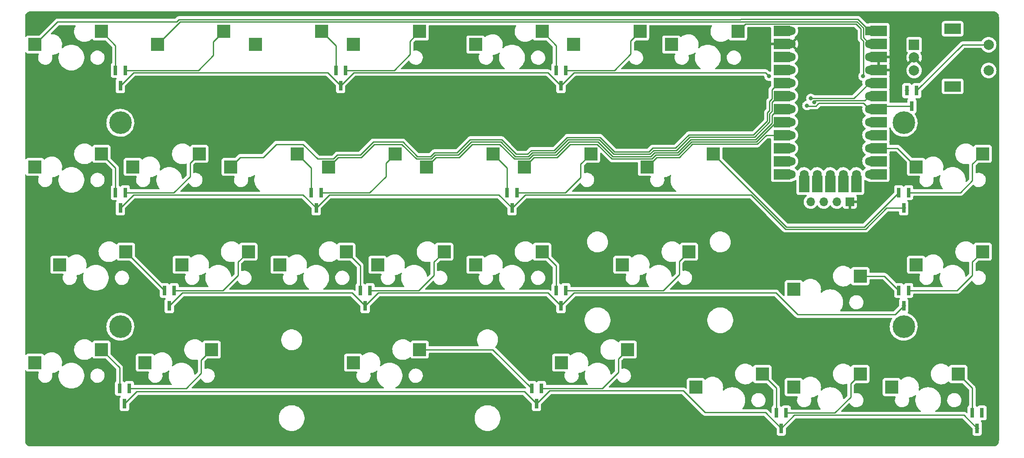
<source format=gbl>
G04 #@! TF.GenerationSoftware,KiCad,Pcbnew,(6.0.1-0)*
G04 #@! TF.CreationDate,2022-06-20T08:18:33-07:00*
G04 #@! TF.ProjectId,pcb,7063622e-6b69-4636-9164-5f7063625858,rev?*
G04 #@! TF.SameCoordinates,Original*
G04 #@! TF.FileFunction,Copper,L2,Bot*
G04 #@! TF.FilePolarity,Positive*
%FSLAX46Y46*%
G04 Gerber Fmt 4.6, Leading zero omitted, Abs format (unit mm)*
G04 Created by KiCad (PCBNEW (6.0.1-0)) date 2022-06-20 08:18:33*
%MOMM*%
%LPD*%
G01*
G04 APERTURE LIST*
G04 #@! TA.AperFunction,SMDPad,CuDef*
%ADD10R,2.550000X2.500000*%
G04 #@! TD*
G04 #@! TA.AperFunction,ComponentPad*
%ADD11C,4.400000*%
G04 #@! TD*
G04 #@! TA.AperFunction,ComponentPad*
%ADD12R,2.000000X2.000000*%
G04 #@! TD*
G04 #@! TA.AperFunction,ComponentPad*
%ADD13C,2.000000*%
G04 #@! TD*
G04 #@! TA.AperFunction,ComponentPad*
%ADD14R,3.200000X2.000000*%
G04 #@! TD*
G04 #@! TA.AperFunction,ComponentPad*
%ADD15R,1.700000X1.700000*%
G04 #@! TD*
G04 #@! TA.AperFunction,ComponentPad*
%ADD16O,1.700000X1.700000*%
G04 #@! TD*
G04 #@! TA.AperFunction,SMDPad,CuDef*
%ADD17R,0.800000X1.900000*%
G04 #@! TD*
G04 #@! TA.AperFunction,ComponentPad*
%ADD18R,1.752600X1.752600*%
G04 #@! TD*
G04 #@! TA.AperFunction,SMDPad,CuDef*
%ADD19R,3.250000X2.000000*%
G04 #@! TD*
G04 #@! TA.AperFunction,ComponentPad*
%ADD20C,1.752600*%
G04 #@! TD*
G04 #@! TA.AperFunction,SMDPad,CuDef*
%ADD21R,2.000000X3.250000*%
G04 #@! TD*
G04 #@! TA.AperFunction,ViaPad*
%ADD22C,0.800000*%
G04 #@! TD*
G04 #@! TA.AperFunction,Conductor*
%ADD23C,0.250000*%
G04 #@! TD*
G04 APERTURE END LIST*
D10*
X54827500Y-45085000D03*
X67754500Y-42545000D03*
D11*
X33337500Y-76200000D03*
D10*
X83402500Y-64135000D03*
X96329500Y-61595000D03*
X40540000Y-21272500D03*
X53467000Y-18732500D03*
X45302500Y-64135000D03*
X58229500Y-61595000D03*
D11*
X185737500Y-36512500D03*
D10*
X102452500Y-21272500D03*
X115379500Y-18732500D03*
D12*
X187768750Y-21312500D03*
D13*
X187768750Y-26312500D03*
X187768750Y-23812500D03*
D14*
X195268750Y-29412500D03*
X195268750Y-18212500D03*
D13*
X202268750Y-26312500D03*
X202268750Y-21312500D03*
D10*
X16727500Y-45085000D03*
X29654500Y-42545000D03*
X64352500Y-64135000D03*
X77279500Y-61595000D03*
X78640000Y-83185000D03*
X91567000Y-80645000D03*
X78640000Y-21272500D03*
X91567000Y-18732500D03*
X102452500Y-64135000D03*
X115379500Y-61595000D03*
X183415000Y-87947500D03*
X196342000Y-85407500D03*
X73877500Y-45085000D03*
X86804500Y-42545000D03*
D11*
X185737500Y-76200000D03*
D10*
X59590000Y-21272500D03*
X72517000Y-18732500D03*
X188177500Y-45085000D03*
X201104500Y-42545000D03*
X135790000Y-45085000D03*
X148717000Y-42545000D03*
X92927500Y-45085000D03*
X105854500Y-42545000D03*
X35777500Y-45085000D03*
X48704500Y-42545000D03*
X119121250Y-83185000D03*
X132048250Y-80645000D03*
X16727500Y-21272500D03*
X29654500Y-18732500D03*
X140552500Y-21272500D03*
X153479500Y-18732500D03*
X16727500Y-83185000D03*
X29654500Y-80645000D03*
X164365000Y-87947500D03*
X177292000Y-85407500D03*
X145315000Y-87947500D03*
X158242000Y-85407500D03*
X111977500Y-45085000D03*
X124904500Y-42545000D03*
X188177500Y-64135000D03*
X201104500Y-61595000D03*
X121502500Y-21272500D03*
X134429500Y-18732500D03*
X131027500Y-64135000D03*
X143954500Y-61595000D03*
X38158750Y-83185000D03*
X51085750Y-80645000D03*
D15*
X175260000Y-51885750D03*
D16*
X172720000Y-51885750D03*
X170180000Y-51885750D03*
X167640000Y-51885750D03*
D10*
X164365000Y-68897500D03*
X177292000Y-66357500D03*
X21490000Y-64135000D03*
X34417000Y-61595000D03*
D11*
X33337500Y-36512500D03*
D17*
X33181250Y-88193750D03*
X35081250Y-88193750D03*
X34131250Y-91193750D03*
X113350000Y-88193750D03*
X115250000Y-88193750D03*
X114300000Y-91193750D03*
D18*
X179070000Y-18573750D03*
D19*
X180848000Y-18573750D03*
D20*
X179070000Y-21113750D03*
D19*
X180848000Y-21113750D03*
D20*
X179070000Y-23653750D03*
D19*
X180848000Y-23653750D03*
X180848000Y-26193750D03*
D20*
X179070000Y-26193750D03*
X179070000Y-28733750D03*
D19*
X180848000Y-28733750D03*
X180848000Y-31273750D03*
D20*
X179070000Y-31273750D03*
D19*
X180848000Y-33813750D03*
D20*
X179070000Y-33813750D03*
X179070000Y-36353750D03*
D19*
X180848000Y-36353750D03*
D20*
X179070000Y-38893750D03*
D19*
X180848000Y-38893750D03*
X180848000Y-41433750D03*
D20*
X179070000Y-41433750D03*
X179070000Y-43973750D03*
D19*
X180848000Y-43973750D03*
D20*
X179070000Y-46513750D03*
D19*
X180848000Y-46513750D03*
D20*
X163830000Y-46513750D03*
D19*
X162052000Y-46513750D03*
D20*
X163830000Y-43973750D03*
D19*
X162052000Y-43973750D03*
X162052000Y-41433750D03*
D20*
X163830000Y-41433750D03*
D19*
X162052000Y-38893750D03*
D20*
X163830000Y-38893750D03*
X163830000Y-36353750D03*
D19*
X162052000Y-36353750D03*
X162052000Y-33813750D03*
D20*
X163830000Y-33813750D03*
D19*
X162052000Y-31273750D03*
D20*
X163830000Y-31273750D03*
D19*
X162052000Y-28733750D03*
D20*
X163830000Y-28733750D03*
D19*
X162052000Y-26193750D03*
D20*
X163830000Y-26193750D03*
D19*
X162052000Y-23653750D03*
D20*
X163830000Y-23653750D03*
X163830000Y-21113750D03*
D19*
X162052000Y-21113750D03*
X162052000Y-18573750D03*
D20*
X163830000Y-18573750D03*
D21*
X176530000Y-48418750D03*
D20*
X176530000Y-46513750D03*
D21*
X173990000Y-48418750D03*
D20*
X173990000Y-46513750D03*
X171450000Y-46513750D03*
D21*
X171450000Y-48418750D03*
D20*
X168910000Y-46513750D03*
D21*
X168910000Y-48418750D03*
X166370000Y-48418750D03*
D20*
X166370000Y-46513750D03*
D17*
X118112500Y-26281250D03*
X120012500Y-26281250D03*
X119062500Y-29281250D03*
X75250000Y-26281250D03*
X77150000Y-26281250D03*
X76200000Y-29281250D03*
X186375000Y-30250000D03*
X188275000Y-30250000D03*
X187325000Y-33250000D03*
X41912500Y-69143750D03*
X43812500Y-69143750D03*
X42862500Y-72143750D03*
X80012500Y-69143750D03*
X81912500Y-69143750D03*
X80962500Y-72143750D03*
X70487500Y-50093750D03*
X72387500Y-50093750D03*
X71437500Y-53093750D03*
X199075000Y-92956250D03*
X200975000Y-92956250D03*
X200025000Y-95956250D03*
X184787500Y-69143750D03*
X186687500Y-69143750D03*
X185737500Y-72143750D03*
X160975000Y-92956250D03*
X162875000Y-92956250D03*
X161925000Y-95956250D03*
X32387500Y-50093750D03*
X34287500Y-50093750D03*
X33337500Y-53093750D03*
X32387500Y-26281250D03*
X34287500Y-26281250D03*
X33337500Y-29281250D03*
X184787500Y-50093750D03*
X186687500Y-50093750D03*
X185737500Y-53093750D03*
X118112500Y-69143750D03*
X120012500Y-69143750D03*
X119062500Y-72143750D03*
X108587500Y-50093750D03*
X110487500Y-50093750D03*
X109537500Y-53093750D03*
D22*
X159543750Y-27432000D03*
X166915500Y-33147000D03*
X185737500Y-53093750D03*
X185737500Y-72143750D03*
X200025000Y-95956250D03*
X177831750Y-27432000D03*
X186375000Y-30250000D03*
X97694750Y-21590000D03*
X130714750Y-46990000D03*
X168364500Y-32530481D03*
X167671750Y-31750000D03*
X16668750Y-45085000D03*
X21494750Y-64135000D03*
X16668750Y-21336000D03*
X16668750Y-83185000D03*
X35718750Y-45085000D03*
X40417750Y-21336000D03*
X45243750Y-64135000D03*
X38131750Y-83185000D03*
X59594750Y-21336000D03*
X64293750Y-64135000D03*
X78644750Y-83312000D03*
X54768750Y-45085000D03*
X119030750Y-83185000D03*
X83343750Y-64135000D03*
X73818750Y-45085000D03*
X78644750Y-21336000D03*
X102393750Y-64135000D03*
X92868750Y-45085000D03*
X102393750Y-21209000D03*
X145319750Y-88011000D03*
X121443750Y-21209000D03*
X111918750Y-45085000D03*
X130968750Y-64135000D03*
X164369750Y-88011000D03*
X164369750Y-68961000D03*
X183419750Y-88011000D03*
X135794750Y-45085000D03*
X140493750Y-21209000D03*
X188118750Y-64135000D03*
X188118750Y-45085000D03*
D23*
X32387500Y-21465500D02*
X32387500Y-26281250D01*
X29654500Y-18732500D02*
X32387500Y-21465500D01*
X51455479Y-23331475D02*
X51455479Y-20744021D01*
X51455479Y-20744021D02*
X53467000Y-18732500D01*
X48505704Y-26281250D02*
X51455479Y-23331475D01*
X34287500Y-26281250D02*
X48505704Y-26281250D01*
X121612980Y-26730770D02*
X151069230Y-26730770D01*
X169270555Y-32649040D02*
X177905290Y-32649040D01*
X73649520Y-26730770D02*
X35887980Y-26730770D01*
X168664602Y-33254992D02*
X169047672Y-32871922D01*
X119062500Y-29281250D02*
X121612980Y-26730770D01*
X179633750Y-33250000D02*
X179070000Y-33813750D01*
X167023492Y-33254992D02*
X168664602Y-33254992D01*
X177905290Y-32649040D02*
X179070000Y-33813750D01*
X187325000Y-33250000D02*
X179633750Y-33250000D01*
X169047672Y-32871922D02*
X169270555Y-32649040D01*
X151069230Y-26730770D02*
X155921520Y-26730770D01*
X155921520Y-26730770D02*
X158842520Y-26730770D01*
X78750480Y-26730770D02*
X76200000Y-29281250D01*
X158842520Y-26730770D02*
X159543750Y-27432000D01*
X119062500Y-29281250D02*
X116512020Y-26730770D01*
X116512020Y-26730770D02*
X78750480Y-26730770D01*
X35887980Y-26730770D02*
X33337500Y-29281250D01*
X166915500Y-33147000D02*
X167023492Y-33254992D01*
X76200000Y-29281250D02*
X73649520Y-26730770D01*
X32387500Y-45278000D02*
X32387500Y-50093750D01*
X29654500Y-42545000D02*
X32387500Y-45278000D01*
X43743204Y-50093750D02*
X46894750Y-46942204D01*
X34287500Y-50093750D02*
X43743204Y-50093750D01*
X46894750Y-44354750D02*
X48704500Y-42545000D01*
X46894750Y-46942204D02*
X46894750Y-44354750D01*
X178298447Y-57218520D02*
X162754802Y-57218520D01*
X106987020Y-50543270D02*
X73987980Y-50543270D01*
X162754802Y-57218520D02*
X156079552Y-50543270D01*
X109537500Y-53093750D02*
X106987020Y-50543270D01*
X112087980Y-50543270D02*
X109537500Y-53093750D01*
X185737500Y-53093750D02*
X182423218Y-53093750D01*
X35887980Y-50543270D02*
X33337500Y-53093750D01*
X71437500Y-53093750D02*
X68887020Y-50543270D01*
X68887020Y-50543270D02*
X35887980Y-50543270D01*
X73987980Y-50543270D02*
X71437500Y-53093750D01*
X182423218Y-53093750D02*
X178298447Y-57218520D01*
X156079552Y-50543270D02*
X112087980Y-50543270D01*
X34417000Y-61648250D02*
X41912500Y-69143750D01*
X34417000Y-61595000D02*
X34417000Y-61648250D01*
X56217979Y-66193975D02*
X56217979Y-63606521D01*
X43812500Y-69143750D02*
X53268204Y-69143750D01*
X56217979Y-63606521D02*
X58229500Y-61595000D01*
X53268204Y-69143750D02*
X56217979Y-66193975D01*
X184062500Y-73818750D02*
X185737500Y-72143750D01*
X121612980Y-69593270D02*
X160874520Y-69593270D01*
X80962500Y-72143750D02*
X78412020Y-69593270D01*
X119062500Y-72143750D02*
X121612980Y-69593270D01*
X45412980Y-69593270D02*
X42862500Y-72143750D01*
X78412020Y-69593270D02*
X45412980Y-69593270D01*
X165100000Y-73818750D02*
X184062500Y-73818750D01*
X119062500Y-72143750D02*
X116512020Y-69593270D01*
X116512020Y-69593270D02*
X83512980Y-69593270D01*
X160874520Y-69593270D02*
X165100000Y-73818750D01*
X83512980Y-69593270D02*
X80962500Y-72143750D01*
X33181250Y-88193750D02*
X33181250Y-84171750D01*
X33181250Y-84171750D02*
X29654500Y-80645000D01*
X46124454Y-88193750D02*
X49045737Y-85272467D01*
X49045737Y-82685013D02*
X51085750Y-80645000D01*
X49045737Y-85272467D02*
X49045737Y-82685013D01*
X35081250Y-88193750D02*
X46124454Y-88193750D01*
X111918750Y-88812500D02*
X36512500Y-88812500D01*
X197474520Y-93405770D02*
X164475480Y-93405770D01*
X142836748Y-88643270D02*
X116850480Y-88643270D01*
X36512500Y-88812500D02*
X34131250Y-91193750D01*
X200025000Y-95956250D02*
X197474520Y-93405770D01*
X158837500Y-92868750D02*
X147062228Y-92868750D01*
X164475480Y-93405770D02*
X161925000Y-95956250D01*
X161925000Y-95956250D02*
X158837500Y-92868750D01*
X147062228Y-92868750D02*
X142836748Y-88643270D01*
X116850480Y-88643270D02*
X114300000Y-91193750D01*
X114300000Y-91193750D02*
X111918750Y-88812500D01*
X75250000Y-21465500D02*
X75250000Y-26281250D01*
X72517000Y-18732500D02*
X75250000Y-21465500D01*
X77150000Y-26281250D02*
X86605704Y-26281250D01*
X86605704Y-26281250D02*
X89693750Y-23193204D01*
X89693750Y-23193204D02*
X89693750Y-20605750D01*
X89693750Y-20605750D02*
X91567000Y-18732500D01*
X67754500Y-42545000D02*
X70487500Y-45278000D01*
X70487500Y-45278000D02*
X70487500Y-50093750D01*
X72387500Y-50093750D02*
X81843204Y-50093750D01*
X84994750Y-46942204D02*
X84994750Y-44354750D01*
X84994750Y-44354750D02*
X86804500Y-42545000D01*
X81843204Y-50093750D02*
X84994750Y-46942204D01*
X80012500Y-64328000D02*
X80012500Y-69143750D01*
X77279500Y-61595000D02*
X80012500Y-64328000D01*
X94317979Y-66193975D02*
X94317979Y-63606521D01*
X81912500Y-69143750D02*
X91368204Y-69143750D01*
X94317979Y-63606521D02*
X96329500Y-61595000D01*
X91368204Y-69143750D02*
X94317979Y-66193975D01*
X105801250Y-80645000D02*
X113350000Y-88193750D01*
X91567000Y-80645000D02*
X105801250Y-80645000D01*
X130206750Y-82486500D02*
X132048250Y-80645000D01*
X127086954Y-88193750D02*
X130206750Y-85073954D01*
X115250000Y-88193750D02*
X127086954Y-88193750D01*
X130206750Y-85073954D02*
X130206750Y-82486500D01*
X132611737Y-23137717D02*
X132611737Y-20550263D01*
X120012500Y-26281250D02*
X129468204Y-26281250D01*
X129468204Y-26281250D02*
X132611737Y-23137717D01*
X132611737Y-20550263D02*
X134429500Y-18732500D01*
X118112500Y-26281250D02*
X118112500Y-21465500D01*
X118112500Y-21465500D02*
X115379500Y-18732500D01*
X108587500Y-45278000D02*
X108587500Y-50093750D01*
X105854500Y-42545000D02*
X108587500Y-45278000D01*
X110487500Y-50093750D02*
X119943204Y-50093750D01*
X122892979Y-47143975D02*
X122892979Y-44556521D01*
X119943204Y-50093750D02*
X122892979Y-47143975D01*
X122892979Y-44556521D02*
X124904500Y-42545000D01*
X118112500Y-64328000D02*
X118112500Y-69143750D01*
X115379500Y-61595000D02*
X118112500Y-64328000D01*
X142081250Y-66055704D02*
X142081250Y-63468250D01*
X120012500Y-69143750D02*
X138993204Y-69143750D01*
X138993204Y-69143750D02*
X142081250Y-66055704D01*
X142081250Y-63468250D02*
X143954500Y-61595000D01*
X160975000Y-88140500D02*
X160975000Y-92956250D01*
X158242000Y-85407500D02*
X160975000Y-88140500D01*
X162875000Y-92956250D02*
X172330704Y-92956250D01*
X175418750Y-89868204D02*
X175418750Y-87280750D01*
X175418750Y-87280750D02*
X177292000Y-85407500D01*
X172330704Y-92956250D02*
X175418750Y-89868204D01*
X174171511Y-17249239D02*
X176474053Y-17249239D01*
X177227782Y-18002968D02*
X177419669Y-18194855D01*
X153479500Y-18732500D02*
X154962761Y-17249239D01*
X177419669Y-18194855D02*
X177419669Y-20099137D01*
X177869189Y-20548657D02*
X177869189Y-27394561D01*
X154962761Y-17249239D02*
X174171511Y-17249239D01*
X176474053Y-17249239D02*
X177227782Y-18002968D01*
X177419669Y-20099137D02*
X177869189Y-20548657D01*
X177869189Y-27394561D02*
X177831750Y-27432000D01*
X188275000Y-30250000D02*
X197212500Y-21312500D01*
X197212500Y-21312500D02*
X202268750Y-21312500D01*
X199092979Y-44556521D02*
X201104500Y-42545000D01*
X199092979Y-47763271D02*
X199092979Y-44556521D01*
X186687500Y-50093750D02*
X196762500Y-50093750D01*
X196762500Y-50093750D02*
X199092979Y-47763271D01*
X162941000Y-56769000D02*
X148717000Y-42545000D01*
X178112250Y-56769000D02*
X162941000Y-56769000D01*
X184787500Y-50093750D02*
X178112250Y-56769000D01*
X182001250Y-66357500D02*
X184787500Y-69143750D01*
X177292000Y-66357500D02*
X182001250Y-66357500D01*
X196143204Y-69143750D02*
X199092979Y-66193975D01*
X199092979Y-66193975D02*
X199092979Y-63606521D01*
X186687500Y-69143750D02*
X196143204Y-69143750D01*
X199092979Y-63606521D02*
X201104500Y-61595000D01*
X196342000Y-85407500D02*
X199075000Y-88140500D01*
X199075000Y-88140500D02*
X199075000Y-92956250D01*
X179070000Y-31273750D02*
X178144230Y-32199520D01*
X168364500Y-32454250D02*
X168364500Y-32530481D01*
X168619230Y-32199520D02*
X168364500Y-32454250D01*
X178144230Y-32199520D02*
X168619230Y-32199520D01*
X167671750Y-31750000D02*
X176053750Y-31750000D01*
X176053750Y-31750000D02*
X179070000Y-28733750D01*
X176846449Y-16350199D02*
X179070000Y-18573750D01*
X154045760Y-16350199D02*
X176846449Y-16350199D01*
X44710291Y-16408459D02*
X153987500Y-16408459D01*
X153987500Y-16408459D02*
X154045760Y-16350199D01*
X44260771Y-16857979D02*
X44710291Y-16408459D01*
X21142021Y-16857979D02*
X44260771Y-16857979D01*
X16727500Y-21272500D02*
X21142021Y-16857979D01*
X177869189Y-18008657D02*
X177869189Y-19912939D01*
X154776564Y-16799719D02*
X176660251Y-16799719D01*
X177869189Y-19912939D02*
X179070000Y-21113750D01*
X154718303Y-16857979D02*
X154776564Y-16799719D01*
X44954521Y-16857979D02*
X154718303Y-16857979D01*
X40540000Y-21272500D02*
X44954521Y-16857979D01*
X176660251Y-16799719D02*
X177869189Y-18008657D01*
X110366406Y-42611449D02*
X107526396Y-39771439D01*
X88290199Y-40220959D02*
X82539850Y-40220959D01*
X156512959Y-38841920D02*
X143924234Y-38841921D01*
X159203449Y-36151430D02*
X156512959Y-38841920D01*
X117727452Y-41861920D02*
X113293428Y-41861920D01*
X162052000Y-28733750D02*
X161427000Y-28733750D01*
X79999849Y-42760959D02*
X75565824Y-42760959D01*
X107526396Y-39771439D02*
X101403653Y-39771439D01*
X120267456Y-39321919D02*
X117727452Y-41861920D01*
X75565824Y-42760959D02*
X74816293Y-43510489D01*
X129510872Y-42161929D02*
X126670862Y-39321919D01*
X71736239Y-43510489D02*
X68896229Y-40670479D01*
X63676047Y-40670479D02*
X61136047Y-43210479D01*
X159203449Y-34553323D02*
X159203449Y-36151430D01*
X94429626Y-42311439D02*
X93680095Y-43060969D01*
X112543898Y-42611449D02*
X110366406Y-42611449D01*
X136170201Y-42161929D02*
X129510872Y-42161929D01*
X141353754Y-41412401D02*
X136919729Y-41412401D01*
X159652969Y-32303042D02*
X159652969Y-34103802D01*
X101403653Y-39771439D02*
X98863652Y-42311439D01*
X68896229Y-40670479D02*
X63676047Y-40670479D01*
X159652969Y-34103802D02*
X159203449Y-34553323D01*
X91130209Y-43060969D02*
X88290199Y-40220959D01*
X98863652Y-42311439D02*
X94429626Y-42311439D01*
X161427000Y-28733750D02*
X160102489Y-30058261D01*
X61136047Y-43210479D02*
X56702021Y-43210479D01*
X113293428Y-41861920D02*
X112543898Y-42611449D01*
X56702021Y-43210479D02*
X54827500Y-45085000D01*
X143924234Y-38841921D02*
X141353754Y-41412401D01*
X82539850Y-40220959D02*
X79999849Y-42760959D01*
X126670862Y-39321919D02*
X120267456Y-39321919D01*
X74816293Y-43510489D02*
X71736239Y-43510489D01*
X136919729Y-41412401D02*
X136170201Y-42161929D01*
X93680095Y-43060969D02*
X91130209Y-43060969D01*
X160102489Y-31853521D02*
X159652969Y-32303042D01*
X160102489Y-30058261D02*
X160102489Y-31853521D01*
X99049850Y-42760959D02*
X94615823Y-42760959D01*
X144110435Y-39291440D02*
X141539952Y-41861920D01*
X94615823Y-42760959D02*
X93866293Y-43510489D01*
X156699157Y-39291440D02*
X144110435Y-39291440D01*
X80186047Y-43210479D02*
X75752021Y-43210479D01*
X93866293Y-43510489D02*
X90944011Y-43510489D01*
X160102489Y-34290000D02*
X159652969Y-34739520D01*
X159652969Y-34739520D02*
X159652969Y-36337628D01*
X162052000Y-31273750D02*
X161317978Y-31273750D01*
X90944011Y-43510489D02*
X88104001Y-40670479D01*
X110180209Y-43060969D02*
X107340199Y-40220959D01*
X137105928Y-41861920D02*
X136356398Y-42611449D01*
X159652969Y-36337628D02*
X156699157Y-39291440D01*
X160102489Y-32489239D02*
X160102489Y-34290000D01*
X107340199Y-40220959D02*
X101589850Y-40220959D01*
X112730096Y-43060969D02*
X110180209Y-43060969D01*
X129324675Y-42611449D02*
X126484665Y-39771439D01*
X113479625Y-42311440D02*
X112730096Y-43060969D01*
X75752021Y-43210479D02*
X73877500Y-45085000D01*
X126484665Y-39771439D02*
X120453653Y-39771439D01*
X120453653Y-39771439D02*
X117913651Y-42311439D01*
X161317978Y-31273750D02*
X160102489Y-32489239D01*
X136356398Y-42611449D02*
X129324675Y-42611449D01*
X82726047Y-40670479D02*
X80186047Y-43210479D01*
X117913651Y-42311439D02*
X113479625Y-42311440D01*
X88104001Y-40670479D02*
X82726047Y-40670479D01*
X101589850Y-40220959D02*
X99049850Y-42760959D01*
X141539952Y-41861920D02*
X137105928Y-41861920D01*
X120639850Y-40220959D02*
X118099849Y-42760959D01*
X107154001Y-40670479D02*
X101776047Y-40670479D01*
X129138479Y-43060969D02*
X126298469Y-40220959D01*
X137292125Y-42311440D02*
X136542596Y-43060969D01*
X101776047Y-40670479D02*
X99236047Y-43210479D01*
X160102489Y-35029239D02*
X160102489Y-36523826D01*
X118099849Y-42760959D02*
X113665824Y-42760959D01*
X109994011Y-43510489D02*
X107154001Y-40670479D01*
X144296632Y-39740960D02*
X141726150Y-42311440D01*
X94802021Y-43210479D02*
X92927500Y-45085000D01*
X160102489Y-36523826D02*
X156885355Y-39740960D01*
X156885355Y-39740960D02*
X144296632Y-39740960D01*
X136542596Y-43060969D02*
X129138479Y-43060969D01*
X113665824Y-42760959D02*
X112916293Y-43510489D01*
X141726150Y-42311440D02*
X137292125Y-42311440D01*
X162052000Y-33813750D02*
X161317978Y-33813750D01*
X99236047Y-43210479D02*
X94802021Y-43210479D01*
X161317978Y-33813750D02*
X160102489Y-35029239D01*
X126298469Y-40220959D02*
X120639850Y-40220959D01*
X112916293Y-43510489D02*
X109994011Y-43510489D01*
X113852021Y-43210479D02*
X111977500Y-45085000D01*
X157071553Y-40190480D02*
X144482829Y-40190480D01*
X160908283Y-36353750D02*
X157071553Y-40190480D01*
X136728793Y-43510489D02*
X128952281Y-43510489D01*
X120826047Y-40670479D02*
X118286047Y-43210479D01*
X144482829Y-40190480D02*
X141912349Y-42760959D01*
X162052000Y-36353750D02*
X160908283Y-36353750D01*
X137478324Y-42760959D02*
X136728793Y-43510489D01*
X141912349Y-42760959D02*
X137478324Y-42760959D01*
X118286047Y-43210479D02*
X113852021Y-43210479D01*
X128952281Y-43510489D02*
X126112271Y-40670479D01*
X126112271Y-40670479D02*
X120826047Y-40670479D01*
X135790000Y-45085000D02*
X137664521Y-43210479D01*
X162052000Y-38893750D02*
X159004000Y-38893750D01*
X142098547Y-43210479D02*
X144669026Y-40640000D01*
X137664521Y-43210479D02*
X142098547Y-43210479D01*
X159004000Y-38893750D02*
X157257750Y-40640000D01*
X144669026Y-40640000D02*
X157257750Y-40640000D01*
X184526250Y-41433750D02*
X180848000Y-41433750D01*
X188177500Y-45085000D02*
X184526250Y-41433750D01*
G04 #@! TA.AperFunction,Conductor*
G36*
X203170057Y-14797000D02*
G01*
X203184858Y-14799305D01*
X203184861Y-14799305D01*
X203193730Y-14800686D01*
X203206378Y-14799032D01*
X203233692Y-14798448D01*
X203321448Y-14806125D01*
X203376475Y-14810940D01*
X203398096Y-14814752D01*
X203558565Y-14857750D01*
X203579202Y-14865261D01*
X203729760Y-14935468D01*
X203748780Y-14946450D01*
X203884862Y-15041735D01*
X203901687Y-15055853D01*
X204019147Y-15173313D01*
X204033265Y-15190138D01*
X204128550Y-15326220D01*
X204139532Y-15345240D01*
X204209739Y-15495798D01*
X204217250Y-15516435D01*
X204260248Y-15676904D01*
X204264060Y-15698525D01*
X204267428Y-15737018D01*
X204275949Y-15834419D01*
X204275396Y-15850879D01*
X204275805Y-15850884D01*
X204275695Y-15859858D01*
X204274314Y-15868730D01*
X204275478Y-15877632D01*
X204275478Y-15877635D01*
X204278436Y-15900251D01*
X204279500Y-15916589D01*
X204279500Y-98375672D01*
X204278000Y-98395056D01*
X204274314Y-98418730D01*
X204275968Y-98431375D01*
X204276552Y-98458692D01*
X204264061Y-98601472D01*
X204260248Y-98623096D01*
X204239882Y-98699104D01*
X204217251Y-98783564D01*
X204209739Y-98804202D01*
X204139532Y-98954760D01*
X204128550Y-98973780D01*
X204033265Y-99109862D01*
X204019147Y-99126687D01*
X203901687Y-99244147D01*
X203884862Y-99258265D01*
X203748780Y-99353550D01*
X203729760Y-99364532D01*
X203579202Y-99434739D01*
X203558565Y-99442250D01*
X203398096Y-99485248D01*
X203376475Y-99489060D01*
X203326580Y-99493426D01*
X203240581Y-99500949D01*
X203224121Y-99500396D01*
X203224116Y-99500805D01*
X203215142Y-99500695D01*
X203206270Y-99499314D01*
X203197368Y-99500478D01*
X203197365Y-99500478D01*
X203174749Y-99503436D01*
X203158411Y-99504500D01*
X15924328Y-99504500D01*
X15904943Y-99503000D01*
X15890142Y-99500695D01*
X15890139Y-99500695D01*
X15881270Y-99499314D01*
X15868622Y-99500968D01*
X15841308Y-99501552D01*
X15753552Y-99493875D01*
X15698525Y-99489060D01*
X15676904Y-99485248D01*
X15516435Y-99442250D01*
X15495798Y-99434739D01*
X15345240Y-99364532D01*
X15326220Y-99353550D01*
X15190138Y-99258265D01*
X15173313Y-99244147D01*
X15055853Y-99126687D01*
X15041735Y-99109862D01*
X14946450Y-98973780D01*
X14935468Y-98954760D01*
X14865261Y-98804202D01*
X14857749Y-98783564D01*
X14835118Y-98699104D01*
X14814752Y-98623096D01*
X14810939Y-98601472D01*
X14799346Y-98468954D01*
X14799371Y-98446716D01*
X14799763Y-98442340D01*
X14800571Y-98437539D01*
X14800724Y-98425000D01*
X14796773Y-98397412D01*
X14795500Y-98379549D01*
X14795500Y-94137438D01*
X64172600Y-94137438D01*
X64212064Y-94449830D01*
X64290370Y-94754813D01*
X64291823Y-94758482D01*
X64291823Y-94758483D01*
X64314396Y-94815496D01*
X64406284Y-95047577D01*
X64557976Y-95323504D01*
X64743055Y-95578244D01*
X64958602Y-95807778D01*
X65201218Y-96008487D01*
X65467076Y-96177206D01*
X65470655Y-96178890D01*
X65470662Y-96178894D01*
X65748394Y-96309584D01*
X65748398Y-96309586D01*
X65751984Y-96311273D01*
X66051448Y-96408575D01*
X66360746Y-96467577D01*
X66454300Y-96473463D01*
X66594358Y-96482275D01*
X66594374Y-96482276D01*
X66596353Y-96482400D01*
X66753647Y-96482400D01*
X66755626Y-96482276D01*
X66755642Y-96482275D01*
X66895700Y-96473463D01*
X66989254Y-96467577D01*
X67298552Y-96408575D01*
X67598016Y-96311273D01*
X67601602Y-96309586D01*
X67601606Y-96309584D01*
X67879338Y-96178894D01*
X67879345Y-96178890D01*
X67882924Y-96177206D01*
X68148782Y-96008487D01*
X68391398Y-95807778D01*
X68606945Y-95578244D01*
X68792024Y-95323504D01*
X68943716Y-95047577D01*
X69035604Y-94815496D01*
X69058177Y-94758483D01*
X69058177Y-94758482D01*
X69059630Y-94754813D01*
X69137936Y-94449830D01*
X69177400Y-94137438D01*
X102272600Y-94137438D01*
X102312064Y-94449830D01*
X102390370Y-94754813D01*
X102391823Y-94758482D01*
X102391823Y-94758483D01*
X102414396Y-94815496D01*
X102506284Y-95047577D01*
X102657976Y-95323504D01*
X102843055Y-95578244D01*
X103058602Y-95807778D01*
X103301218Y-96008487D01*
X103567076Y-96177206D01*
X103570655Y-96178890D01*
X103570662Y-96178894D01*
X103848394Y-96309584D01*
X103848398Y-96309586D01*
X103851984Y-96311273D01*
X104151448Y-96408575D01*
X104460746Y-96467577D01*
X104554300Y-96473463D01*
X104694358Y-96482275D01*
X104694374Y-96482276D01*
X104696353Y-96482400D01*
X104853647Y-96482400D01*
X104855626Y-96482276D01*
X104855642Y-96482275D01*
X104995700Y-96473463D01*
X105089254Y-96467577D01*
X105398552Y-96408575D01*
X105698016Y-96311273D01*
X105701602Y-96309586D01*
X105701606Y-96309584D01*
X105979338Y-96178894D01*
X105979345Y-96178890D01*
X105982924Y-96177206D01*
X106248782Y-96008487D01*
X106491398Y-95807778D01*
X106706945Y-95578244D01*
X106892024Y-95323504D01*
X107043716Y-95047577D01*
X107135604Y-94815496D01*
X107158177Y-94758483D01*
X107158177Y-94758482D01*
X107159630Y-94754813D01*
X107237936Y-94449830D01*
X107277400Y-94137438D01*
X107277400Y-93822562D01*
X107237936Y-93510170D01*
X107159630Y-93205187D01*
X107043716Y-92912423D01*
X107033924Y-92894611D01*
X106893933Y-92639968D01*
X106893931Y-92639965D01*
X106892024Y-92636496D01*
X106713265Y-92390455D01*
X106709273Y-92384960D01*
X106709272Y-92384958D01*
X106706945Y-92381756D01*
X106491398Y-92152222D01*
X106248782Y-91951513D01*
X105982924Y-91782794D01*
X105979345Y-91781110D01*
X105979338Y-91781106D01*
X105701606Y-91650416D01*
X105701602Y-91650414D01*
X105698016Y-91648727D01*
X105680357Y-91642989D01*
X105463697Y-91572592D01*
X105398552Y-91551425D01*
X105089254Y-91492423D01*
X104992249Y-91486320D01*
X104855642Y-91477725D01*
X104855626Y-91477724D01*
X104853647Y-91477600D01*
X104696353Y-91477600D01*
X104694374Y-91477724D01*
X104694358Y-91477725D01*
X104557751Y-91486320D01*
X104460746Y-91492423D01*
X104151448Y-91551425D01*
X104086303Y-91572592D01*
X103869644Y-91642989D01*
X103851984Y-91648727D01*
X103848398Y-91650414D01*
X103848394Y-91650416D01*
X103570662Y-91781106D01*
X103570655Y-91781110D01*
X103567076Y-91782794D01*
X103301218Y-91951513D01*
X103058602Y-92152222D01*
X102843055Y-92381756D01*
X102840728Y-92384958D01*
X102840727Y-92384960D01*
X102836735Y-92390455D01*
X102657976Y-92636496D01*
X102656069Y-92639965D01*
X102656067Y-92639968D01*
X102516076Y-92894611D01*
X102506284Y-92912423D01*
X102390370Y-93205187D01*
X102312064Y-93510170D01*
X102272600Y-93822562D01*
X102272600Y-94137438D01*
X69177400Y-94137438D01*
X69177400Y-93822562D01*
X69137936Y-93510170D01*
X69059630Y-93205187D01*
X68943716Y-92912423D01*
X68933924Y-92894611D01*
X68793933Y-92639968D01*
X68793931Y-92639965D01*
X68792024Y-92636496D01*
X68613265Y-92390455D01*
X68609273Y-92384960D01*
X68609272Y-92384958D01*
X68606945Y-92381756D01*
X68391398Y-92152222D01*
X68148782Y-91951513D01*
X67882924Y-91782794D01*
X67879345Y-91781110D01*
X67879338Y-91781106D01*
X67601606Y-91650416D01*
X67601602Y-91650414D01*
X67598016Y-91648727D01*
X67580357Y-91642989D01*
X67363697Y-91572592D01*
X67298552Y-91551425D01*
X66989254Y-91492423D01*
X66892249Y-91486320D01*
X66755642Y-91477725D01*
X66755626Y-91477724D01*
X66753647Y-91477600D01*
X66596353Y-91477600D01*
X66594374Y-91477724D01*
X66594358Y-91477725D01*
X66457751Y-91486320D01*
X66360746Y-91492423D01*
X66051448Y-91551425D01*
X65986303Y-91572592D01*
X65769644Y-91642989D01*
X65751984Y-91648727D01*
X65748398Y-91650414D01*
X65748394Y-91650416D01*
X65470662Y-91781106D01*
X65470655Y-91781110D01*
X65467076Y-91782794D01*
X65201218Y-91951513D01*
X64958602Y-92152222D01*
X64743055Y-92381756D01*
X64740728Y-92384958D01*
X64740727Y-92384960D01*
X64736735Y-92390455D01*
X64557976Y-92636496D01*
X64556069Y-92639965D01*
X64556067Y-92639968D01*
X64416076Y-92894611D01*
X64406284Y-92912423D01*
X64290370Y-93205187D01*
X64212064Y-93510170D01*
X64172600Y-93822562D01*
X64172600Y-94137438D01*
X14795500Y-94137438D01*
X14795500Y-84784544D01*
X14815502Y-84716423D01*
X14869158Y-84669930D01*
X14939432Y-84659826D01*
X15004012Y-84689320D01*
X15022325Y-84708978D01*
X15089239Y-84798261D01*
X15205795Y-84885615D01*
X15342184Y-84936745D01*
X15404366Y-84943500D01*
X17372340Y-84943500D01*
X17440461Y-84963502D01*
X17486954Y-85017158D01*
X17497058Y-85087432D01*
X17484657Y-85126605D01*
X17446013Y-85202612D01*
X17376389Y-85426840D01*
X17375688Y-85432129D01*
X17350484Y-85622288D01*
X17345539Y-85659593D01*
X17354348Y-85894216D01*
X17355443Y-85899434D01*
X17380294Y-86017871D01*
X17402562Y-86124001D01*
X17488802Y-86342377D01*
X17491571Y-86346940D01*
X17581416Y-86494999D01*
X17610604Y-86543100D01*
X17764485Y-86720432D01*
X17768617Y-86723820D01*
X17941916Y-86865917D01*
X17941922Y-86865921D01*
X17946044Y-86869301D01*
X17950680Y-86871940D01*
X17950683Y-86871942D01*
X18019985Y-86911391D01*
X18150090Y-86985451D01*
X18370789Y-87065561D01*
X18376038Y-87066510D01*
X18376041Y-87066511D01*
X18457115Y-87081171D01*
X18601830Y-87107340D01*
X18605969Y-87107535D01*
X18605976Y-87107536D01*
X18624940Y-87108430D01*
X18624949Y-87108430D01*
X18626429Y-87108500D01*
X18791450Y-87108500D01*
X18872799Y-87101597D01*
X18961137Y-87094102D01*
X18961141Y-87094101D01*
X18966448Y-87093651D01*
X18971603Y-87092313D01*
X18971609Y-87092312D01*
X19182263Y-87037637D01*
X19193706Y-87034667D01*
X19198572Y-87032475D01*
X19198575Y-87032474D01*
X19402917Y-86940424D01*
X19402920Y-86940423D01*
X19407778Y-86938234D01*
X19602541Y-86807112D01*
X19772427Y-86645049D01*
X19912578Y-86456679D01*
X19919224Y-86443609D01*
X20016569Y-86252144D01*
X20016569Y-86252143D01*
X20018987Y-86247388D01*
X20088611Y-86023160D01*
X20106226Y-85890264D01*
X20118761Y-85795690D01*
X20118761Y-85795687D01*
X20119461Y-85790407D01*
X20110652Y-85555784D01*
X20092342Y-85468519D01*
X20064873Y-85337602D01*
X20070460Y-85266826D01*
X20113425Y-85210305D01*
X20179398Y-85186035D01*
X20212855Y-85183696D01*
X20278328Y-85179118D01*
X20278334Y-85179117D01*
X20282712Y-85178811D01*
X20557470Y-85120409D01*
X20561599Y-85118906D01*
X20561603Y-85118905D01*
X20817281Y-85025846D01*
X20817285Y-85025844D01*
X20821426Y-85024337D01*
X21069442Y-84892464D01*
X21130016Y-84848455D01*
X21253827Y-84758501D01*
X21320695Y-84734642D01*
X21389847Y-84750723D01*
X21439327Y-84801637D01*
X21453426Y-84871220D01*
X21445040Y-84906820D01*
X21427870Y-84950187D01*
X21349564Y-85255170D01*
X21310100Y-85567562D01*
X21310100Y-85882438D01*
X21349564Y-86194830D01*
X21427870Y-86499813D01*
X21543784Y-86792577D01*
X21545686Y-86796036D01*
X21545687Y-86796039D01*
X21678507Y-87037637D01*
X21695476Y-87068504D01*
X21724255Y-87108115D01*
X21864172Y-87300694D01*
X21880555Y-87323244D01*
X22096102Y-87552778D01*
X22338718Y-87753487D01*
X22604576Y-87922206D01*
X22608155Y-87923890D01*
X22608162Y-87923894D01*
X22885894Y-88054584D01*
X22885898Y-88054586D01*
X22889484Y-88056273D01*
X22893256Y-88057499D01*
X22893257Y-88057499D01*
X22950493Y-88076096D01*
X23188948Y-88153575D01*
X23498246Y-88212577D01*
X23591800Y-88218463D01*
X23731858Y-88227275D01*
X23731874Y-88227276D01*
X23733853Y-88227400D01*
X23891147Y-88227400D01*
X23893126Y-88227276D01*
X23893142Y-88227275D01*
X24033200Y-88218463D01*
X24126754Y-88212577D01*
X24436052Y-88153575D01*
X24674507Y-88076096D01*
X24731743Y-88057499D01*
X24731744Y-88057499D01*
X24735516Y-88056273D01*
X24739102Y-88054586D01*
X24739106Y-88054584D01*
X25016838Y-87923894D01*
X25016845Y-87923890D01*
X25020424Y-87922206D01*
X25286282Y-87753487D01*
X25528898Y-87552778D01*
X25744445Y-87323244D01*
X25760829Y-87300694D01*
X25900745Y-87108115D01*
X25929524Y-87068504D01*
X25946494Y-87037637D01*
X26079313Y-86796039D01*
X26079314Y-86796036D01*
X26081216Y-86792577D01*
X26197130Y-86499813D01*
X26275436Y-86194830D01*
X26314900Y-85882438D01*
X26314900Y-85659593D01*
X27505539Y-85659593D01*
X27514348Y-85894216D01*
X27515443Y-85899434D01*
X27540294Y-86017871D01*
X27562562Y-86124001D01*
X27648802Y-86342377D01*
X27651571Y-86346940D01*
X27741416Y-86494999D01*
X27770604Y-86543100D01*
X27924485Y-86720432D01*
X27928617Y-86723820D01*
X28101916Y-86865917D01*
X28101922Y-86865921D01*
X28106044Y-86869301D01*
X28110680Y-86871940D01*
X28110683Y-86871942D01*
X28179985Y-86911391D01*
X28310090Y-86985451D01*
X28530789Y-87065561D01*
X28536038Y-87066510D01*
X28536041Y-87066511D01*
X28617115Y-87081171D01*
X28761830Y-87107340D01*
X28765969Y-87107535D01*
X28765976Y-87107536D01*
X28784940Y-87108430D01*
X28784949Y-87108430D01*
X28786429Y-87108500D01*
X28951450Y-87108500D01*
X29032799Y-87101597D01*
X29121137Y-87094102D01*
X29121141Y-87094101D01*
X29126448Y-87093651D01*
X29131603Y-87092313D01*
X29131609Y-87092312D01*
X29342263Y-87037637D01*
X29353706Y-87034667D01*
X29358572Y-87032475D01*
X29358575Y-87032474D01*
X29562917Y-86940424D01*
X29562920Y-86940423D01*
X29567778Y-86938234D01*
X29762541Y-86807112D01*
X29932427Y-86645049D01*
X30072578Y-86456679D01*
X30079224Y-86443609D01*
X30176569Y-86252144D01*
X30176569Y-86252143D01*
X30178987Y-86247388D01*
X30248611Y-86023160D01*
X30266226Y-85890264D01*
X30278761Y-85795690D01*
X30278761Y-85795687D01*
X30279461Y-85790407D01*
X30270652Y-85555784D01*
X30252342Y-85468519D01*
X30223535Y-85331226D01*
X30223534Y-85331223D01*
X30222438Y-85325999D01*
X30136198Y-85107623D01*
X30038436Y-84946517D01*
X30017164Y-84911461D01*
X30017162Y-84911458D01*
X30014396Y-84906900D01*
X29860515Y-84729568D01*
X29787781Y-84669930D01*
X29683084Y-84584083D01*
X29683078Y-84584079D01*
X29678956Y-84580699D01*
X29674320Y-84578060D01*
X29674317Y-84578058D01*
X29479553Y-84467192D01*
X29474910Y-84464549D01*
X29254211Y-84384439D01*
X29248962Y-84383490D01*
X29248959Y-84383489D01*
X29164524Y-84368221D01*
X29023170Y-84342660D01*
X29019031Y-84342465D01*
X29019024Y-84342464D01*
X29000060Y-84341570D01*
X29000051Y-84341570D01*
X28998571Y-84341500D01*
X28833550Y-84341500D01*
X28752201Y-84348403D01*
X28663863Y-84355898D01*
X28663859Y-84355899D01*
X28658552Y-84356349D01*
X28653397Y-84357687D01*
X28653391Y-84357688D01*
X28475677Y-84403814D01*
X28431294Y-84415333D01*
X28426428Y-84417525D01*
X28426425Y-84417526D01*
X28222083Y-84509576D01*
X28222080Y-84509577D01*
X28217222Y-84511766D01*
X28212798Y-84514745D01*
X28212797Y-84514745D01*
X28191681Y-84528961D01*
X28022459Y-84642888D01*
X28018602Y-84646567D01*
X28018600Y-84646569D01*
X27990582Y-84673297D01*
X27852573Y-84804951D01*
X27712422Y-84993321D01*
X27710006Y-84998072D01*
X27710004Y-84998076D01*
X27648572Y-85118905D01*
X27606013Y-85202612D01*
X27536389Y-85426840D01*
X27535688Y-85432129D01*
X27510484Y-85622288D01*
X27505539Y-85659593D01*
X26314900Y-85659593D01*
X26314900Y-85567562D01*
X26275436Y-85255170D01*
X26197130Y-84950187D01*
X26081216Y-84657423D01*
X26075249Y-84646569D01*
X25931433Y-84384968D01*
X25931431Y-84384965D01*
X25929524Y-84381496D01*
X25769891Y-84161779D01*
X25746773Y-84129960D01*
X25746772Y-84129958D01*
X25744445Y-84126756D01*
X25528898Y-83897222D01*
X25286282Y-83696513D01*
X25020424Y-83527794D01*
X25016845Y-83526110D01*
X25016838Y-83526106D01*
X24739106Y-83395416D01*
X24739102Y-83395414D01*
X24735516Y-83393727D01*
X24436052Y-83296425D01*
X24126754Y-83237423D01*
X24033200Y-83231537D01*
X23893142Y-83222725D01*
X23893126Y-83222724D01*
X23891147Y-83222600D01*
X23733853Y-83222600D01*
X23731874Y-83222724D01*
X23731858Y-83222725D01*
X23591800Y-83231537D01*
X23498246Y-83237423D01*
X23188948Y-83296425D01*
X22889484Y-83393727D01*
X22885898Y-83395414D01*
X22885894Y-83395416D01*
X22608162Y-83526106D01*
X22608155Y-83526110D01*
X22604576Y-83527794D01*
X22338718Y-83696513D01*
X22211908Y-83801419D01*
X22137913Y-83862633D01*
X22072676Y-83890643D01*
X22002651Y-83878936D01*
X21950071Y-83831229D01*
X21931631Y-83762669D01*
X21935341Y-83735066D01*
X21935447Y-83734643D01*
X21956800Y-83649000D01*
X21984253Y-83538893D01*
X21984254Y-83538888D01*
X21985317Y-83534624D01*
X21986213Y-83526106D01*
X22014219Y-83259636D01*
X22014219Y-83259633D01*
X22014678Y-83255267D01*
X22014055Y-83237423D01*
X22005029Y-82978939D01*
X22005028Y-82978933D01*
X22004875Y-82974542D01*
X22000093Y-82947417D01*
X21956860Y-82702236D01*
X21956098Y-82697913D01*
X21869297Y-82430765D01*
X21866250Y-82424516D01*
X21812187Y-82313672D01*
X21746160Y-82178298D01*
X21743705Y-82174659D01*
X21743702Y-82174653D01*
X21634473Y-82012715D01*
X21589085Y-81945424D01*
X21583947Y-81939717D01*
X21404066Y-81739940D01*
X21401129Y-81736678D01*
X21185950Y-81556121D01*
X20947736Y-81407269D01*
X20741407Y-81315405D01*
X20695139Y-81294805D01*
X20695137Y-81294804D01*
X20691125Y-81293018D01*
X20421110Y-81215593D01*
X20416760Y-81214982D01*
X20416757Y-81214981D01*
X20313810Y-81200513D01*
X20142948Y-81176500D01*
X19932354Y-81176500D01*
X19930168Y-81176653D01*
X19930164Y-81176653D01*
X19726673Y-81190882D01*
X19726668Y-81190883D01*
X19722288Y-81191189D01*
X19447530Y-81249591D01*
X19443401Y-81251094D01*
X19443397Y-81251095D01*
X19187719Y-81344154D01*
X19187715Y-81344156D01*
X19183574Y-81345663D01*
X18935558Y-81477536D01*
X18931999Y-81480122D01*
X18931997Y-81480123D01*
X18750248Y-81612171D01*
X18708308Y-81642642D01*
X18705144Y-81645698D01*
X18705141Y-81645700D01*
X18689276Y-81661021D01*
X18645251Y-81703536D01*
X18642837Y-81705867D01*
X18579941Y-81738799D01*
X18509224Y-81732499D01*
X18453460Y-81689215D01*
X18453115Y-81688295D01*
X18365761Y-81571739D01*
X18249205Y-81484385D01*
X18112816Y-81433255D01*
X18050634Y-81426500D01*
X15404366Y-81426500D01*
X15342184Y-81433255D01*
X15205795Y-81484385D01*
X15089239Y-81571739D01*
X15038041Y-81640053D01*
X15022326Y-81661021D01*
X14965467Y-81703536D01*
X14894648Y-81708562D01*
X14832355Y-81674502D01*
X14798365Y-81612171D01*
X14795500Y-81585456D01*
X14795500Y-80574733D01*
X24340322Y-80574733D01*
X24340475Y-80579121D01*
X24340475Y-80579127D01*
X24347223Y-80772347D01*
X24350125Y-80855458D01*
X24398902Y-81132087D01*
X24485703Y-81399235D01*
X24487631Y-81403188D01*
X24487633Y-81403193D01*
X24538355Y-81507188D01*
X24608840Y-81651702D01*
X24611295Y-81655341D01*
X24611298Y-81655347D01*
X24647192Y-81708562D01*
X24765915Y-81884576D01*
X24768860Y-81887847D01*
X24768861Y-81887848D01*
X24815564Y-81939717D01*
X24953871Y-82093322D01*
X24957233Y-82096143D01*
X24957234Y-82096144D01*
X24990404Y-82123977D01*
X25169050Y-82273879D01*
X25407264Y-82422731D01*
X25663875Y-82536982D01*
X25668103Y-82538194D01*
X25668102Y-82538194D01*
X25892519Y-82602544D01*
X25933890Y-82614407D01*
X25938240Y-82615018D01*
X25938243Y-82615019D01*
X26041190Y-82629487D01*
X26212052Y-82653500D01*
X26422646Y-82653500D01*
X26424832Y-82653347D01*
X26424836Y-82653347D01*
X26628327Y-82639118D01*
X26628332Y-82639117D01*
X26632712Y-82638811D01*
X26907470Y-82580409D01*
X26911599Y-82578906D01*
X26911603Y-82578905D01*
X27167281Y-82485846D01*
X27167285Y-82485844D01*
X27171426Y-82484337D01*
X27419442Y-82352464D01*
X27524396Y-82276211D01*
X27643129Y-82189947D01*
X27643132Y-82189944D01*
X27646692Y-82187358D01*
X27651982Y-82182250D01*
X27729825Y-82107077D01*
X27792721Y-82074145D01*
X27863438Y-82080445D01*
X27919522Y-82123977D01*
X27926213Y-82134577D01*
X27928885Y-82141705D01*
X28016239Y-82258261D01*
X28132795Y-82345615D01*
X28269184Y-82396745D01*
X28331366Y-82403500D01*
X30464906Y-82403500D01*
X30533027Y-82423502D01*
X30554001Y-82440405D01*
X32510845Y-84397249D01*
X32544871Y-84459561D01*
X32547750Y-84486344D01*
X32547750Y-86720211D01*
X32527748Y-86788332D01*
X32497315Y-86821037D01*
X32437432Y-86865917D01*
X32417989Y-86880489D01*
X32330635Y-86997045D01*
X32279505Y-87133434D01*
X32272750Y-87195616D01*
X32272750Y-89191884D01*
X32279505Y-89254066D01*
X32330635Y-89390455D01*
X32417989Y-89507011D01*
X32534545Y-89594365D01*
X32670934Y-89645495D01*
X32733116Y-89652250D01*
X33294309Y-89652250D01*
X33362430Y-89672252D01*
X33408923Y-89725908D01*
X33419027Y-89796182D01*
X33389533Y-89860762D01*
X33381245Y-89868484D01*
X33381519Y-89868758D01*
X33375169Y-89875108D01*
X33367989Y-89880489D01*
X33280635Y-89997045D01*
X33229505Y-90133434D01*
X33222750Y-90195616D01*
X33222750Y-92191884D01*
X33229505Y-92254066D01*
X33280635Y-92390455D01*
X33367989Y-92507011D01*
X33484545Y-92594365D01*
X33620934Y-92645495D01*
X33683116Y-92652250D01*
X34579384Y-92652250D01*
X34641566Y-92645495D01*
X34777955Y-92594365D01*
X34894511Y-92507011D01*
X34981865Y-92390455D01*
X35032995Y-92254066D01*
X35039750Y-92191884D01*
X35039750Y-91233344D01*
X35059752Y-91165223D01*
X35076655Y-91144249D01*
X36738000Y-89482905D01*
X36800312Y-89448879D01*
X36827095Y-89446000D01*
X111604156Y-89446000D01*
X111672277Y-89466002D01*
X111693251Y-89482905D01*
X113354595Y-91144250D01*
X113388621Y-91206562D01*
X113391500Y-91233344D01*
X113391500Y-92191884D01*
X113398255Y-92254066D01*
X113449385Y-92390455D01*
X113536739Y-92507011D01*
X113653295Y-92594365D01*
X113789684Y-92645495D01*
X113851866Y-92652250D01*
X114748134Y-92652250D01*
X114810316Y-92645495D01*
X114946705Y-92594365D01*
X115063261Y-92507011D01*
X115150615Y-92390455D01*
X115201745Y-92254066D01*
X115208500Y-92191884D01*
X115208500Y-91233344D01*
X115228502Y-91165223D01*
X115245405Y-91144249D01*
X117075979Y-89313675D01*
X117138291Y-89279649D01*
X117165074Y-89276770D01*
X142522154Y-89276770D01*
X142590275Y-89296772D01*
X142611249Y-89313675D01*
X146558576Y-93261003D01*
X146566116Y-93269289D01*
X146570228Y-93275768D01*
X146576005Y-93281193D01*
X146619879Y-93322393D01*
X146622721Y-93325148D01*
X146642458Y-93344885D01*
X146645655Y-93347365D01*
X146654675Y-93355068D01*
X146686907Y-93385336D01*
X146693853Y-93389155D01*
X146693856Y-93389157D01*
X146704662Y-93395098D01*
X146721181Y-93405949D01*
X146737187Y-93418364D01*
X146744456Y-93421509D01*
X146744460Y-93421512D01*
X146777765Y-93435924D01*
X146788415Y-93441141D01*
X146827168Y-93462445D01*
X146834843Y-93464416D01*
X146834844Y-93464416D01*
X146846790Y-93467483D01*
X146865495Y-93473887D01*
X146884083Y-93481931D01*
X146891906Y-93483170D01*
X146891916Y-93483173D01*
X146927752Y-93488849D01*
X146939372Y-93491255D01*
X146974517Y-93500278D01*
X146982198Y-93502250D01*
X147002452Y-93502250D01*
X147022162Y-93503801D01*
X147042171Y-93506970D01*
X147050063Y-93506224D01*
X147086189Y-93502809D01*
X147098047Y-93502250D01*
X158522906Y-93502250D01*
X158591027Y-93522252D01*
X158612001Y-93539155D01*
X160979595Y-95906749D01*
X161013621Y-95969061D01*
X161016500Y-95995844D01*
X161016500Y-96954384D01*
X161023255Y-97016566D01*
X161074385Y-97152955D01*
X161161739Y-97269511D01*
X161278295Y-97356865D01*
X161414684Y-97407995D01*
X161476866Y-97414750D01*
X162373134Y-97414750D01*
X162435316Y-97407995D01*
X162571705Y-97356865D01*
X162688261Y-97269511D01*
X162775615Y-97152955D01*
X162826745Y-97016566D01*
X162833500Y-96954384D01*
X162833500Y-95995844D01*
X162853502Y-95927723D01*
X162870405Y-95906749D01*
X164700979Y-94076175D01*
X164763291Y-94042149D01*
X164790074Y-94039270D01*
X197159926Y-94039270D01*
X197228047Y-94059272D01*
X197249021Y-94076175D01*
X199077878Y-95905032D01*
X199111904Y-95967344D01*
X199114093Y-95980959D01*
X199115810Y-95997298D01*
X199116500Y-96010466D01*
X199116500Y-96954384D01*
X199123255Y-97016566D01*
X199174385Y-97152955D01*
X199261739Y-97269511D01*
X199378295Y-97356865D01*
X199514684Y-97407995D01*
X199576866Y-97414750D01*
X200473134Y-97414750D01*
X200535316Y-97407995D01*
X200671705Y-97356865D01*
X200788261Y-97269511D01*
X200875615Y-97152955D01*
X200926745Y-97016566D01*
X200933500Y-96954384D01*
X200933500Y-96010466D01*
X200934190Y-95997295D01*
X200937814Y-95962815D01*
X200938504Y-95956250D01*
X200934190Y-95915205D01*
X200933500Y-95902034D01*
X200933500Y-94958116D01*
X200926745Y-94895934D01*
X200875615Y-94759545D01*
X200788261Y-94642989D01*
X200781081Y-94637608D01*
X200774731Y-94631258D01*
X200776978Y-94629011D01*
X200743857Y-94584706D01*
X200738838Y-94513887D01*
X200772903Y-94451597D01*
X200835238Y-94417612D01*
X200861941Y-94414750D01*
X201423134Y-94414750D01*
X201485316Y-94407995D01*
X201621705Y-94356865D01*
X201738261Y-94269511D01*
X201825615Y-94152955D01*
X201876745Y-94016566D01*
X201883500Y-93954384D01*
X201883500Y-91958116D01*
X201876745Y-91895934D01*
X201825615Y-91759545D01*
X201738261Y-91642989D01*
X201621705Y-91555635D01*
X201485316Y-91504505D01*
X201423134Y-91497750D01*
X200526866Y-91497750D01*
X200464684Y-91504505D01*
X200328295Y-91555635D01*
X200211739Y-91642989D01*
X200206358Y-91650169D01*
X200206357Y-91650170D01*
X200125826Y-91757622D01*
X200068967Y-91800137D01*
X199998148Y-91805163D01*
X199935855Y-91771103D01*
X199924174Y-91757622D01*
X199843643Y-91650170D01*
X199843642Y-91650169D01*
X199838261Y-91642989D01*
X199818818Y-91628417D01*
X199758935Y-91583537D01*
X199716420Y-91526677D01*
X199708500Y-91482711D01*
X199708500Y-88219268D01*
X199709027Y-88208085D01*
X199710702Y-88200592D01*
X199710416Y-88191473D01*
X199708562Y-88132502D01*
X199708500Y-88128544D01*
X199708500Y-88100644D01*
X199707996Y-88096653D01*
X199707063Y-88084811D01*
X199706530Y-88067831D01*
X199705674Y-88040611D01*
X199702617Y-88030089D01*
X199700021Y-88021152D01*
X199696012Y-88001793D01*
X199695744Y-87999674D01*
X199693474Y-87981703D01*
X199690558Y-87974337D01*
X199690556Y-87974331D01*
X199677200Y-87940598D01*
X199673355Y-87929368D01*
X199663230Y-87894517D01*
X199663230Y-87894516D01*
X199661019Y-87886907D01*
X199650705Y-87869466D01*
X199642008Y-87851713D01*
X199637472Y-87840258D01*
X199634552Y-87832883D01*
X199608563Y-87797112D01*
X199602047Y-87787192D01*
X199583578Y-87755963D01*
X199579542Y-87749138D01*
X199565221Y-87734817D01*
X199552380Y-87719783D01*
X199545131Y-87709806D01*
X199540472Y-87703393D01*
X199506395Y-87675202D01*
X199497616Y-87667212D01*
X198162405Y-86332000D01*
X198128379Y-86269688D01*
X198125500Y-86242905D01*
X198125500Y-84109366D01*
X198118745Y-84047184D01*
X198067615Y-83910795D01*
X197980261Y-83794239D01*
X197863705Y-83706885D01*
X197727316Y-83655755D01*
X197665134Y-83649000D01*
X195018866Y-83649000D01*
X194956684Y-83655755D01*
X194820295Y-83706885D01*
X194703739Y-83794239D01*
X194659713Y-83852983D01*
X194621771Y-83903609D01*
X194616385Y-83910795D01*
X194615137Y-83914125D01*
X194566808Y-83962344D01*
X194497417Y-83977357D01*
X194425557Y-83948210D01*
X194270907Y-83818442D01*
X194226822Y-83781450D01*
X194226818Y-83781447D01*
X194223450Y-83778621D01*
X193985236Y-83629769D01*
X193728625Y-83515518D01*
X193458610Y-83438093D01*
X193454260Y-83437482D01*
X193454257Y-83437481D01*
X193351310Y-83423013D01*
X193180448Y-83399000D01*
X192969854Y-83399000D01*
X192967668Y-83399153D01*
X192967664Y-83399153D01*
X192764173Y-83413382D01*
X192764168Y-83413383D01*
X192759788Y-83413689D01*
X192485030Y-83472091D01*
X192480901Y-83473594D01*
X192480897Y-83473595D01*
X192225219Y-83566654D01*
X192225215Y-83566656D01*
X192221074Y-83568163D01*
X191973058Y-83700036D01*
X191969499Y-83702622D01*
X191969497Y-83702623D01*
X191796432Y-83828362D01*
X191745808Y-83865142D01*
X191742644Y-83868198D01*
X191742641Y-83868200D01*
X191708970Y-83900716D01*
X191543748Y-84060269D01*
X191370812Y-84281618D01*
X191368616Y-84285422D01*
X191368611Y-84285429D01*
X191266249Y-84462727D01*
X191230364Y-84524881D01*
X191125138Y-84785324D01*
X191124073Y-84789597D01*
X191124072Y-84789599D01*
X191059903Y-85046968D01*
X191057183Y-85057876D01*
X191056724Y-85062244D01*
X191056723Y-85062249D01*
X191042471Y-85197856D01*
X191027822Y-85337233D01*
X191027975Y-85341621D01*
X191027975Y-85341627D01*
X191035728Y-85563631D01*
X191037625Y-85617958D01*
X191038387Y-85622281D01*
X191038388Y-85622288D01*
X191067092Y-85785077D01*
X191086402Y-85894587D01*
X191173203Y-86161735D01*
X191175131Y-86165688D01*
X191175133Y-86165693D01*
X191225855Y-86269688D01*
X191296340Y-86414202D01*
X191298795Y-86417841D01*
X191298798Y-86417847D01*
X191371890Y-86526210D01*
X191453415Y-86647076D01*
X191456360Y-86650347D01*
X191456361Y-86650348D01*
X191503064Y-86702217D01*
X191641371Y-86855822D01*
X191644733Y-86858643D01*
X191644734Y-86858644D01*
X191660582Y-86871942D01*
X191856550Y-87036379D01*
X192094764Y-87185231D01*
X192351375Y-87299482D01*
X192621390Y-87376907D01*
X192625740Y-87377518D01*
X192625743Y-87377519D01*
X192728690Y-87391987D01*
X192899552Y-87416000D01*
X193110146Y-87416000D01*
X193112332Y-87415847D01*
X193112336Y-87415847D01*
X193315827Y-87401618D01*
X193315832Y-87401617D01*
X193320212Y-87401311D01*
X193594970Y-87342909D01*
X193599099Y-87341406D01*
X193599103Y-87341405D01*
X193854781Y-87248346D01*
X193854785Y-87248344D01*
X193858926Y-87246837D01*
X194106942Y-87114964D01*
X194115839Y-87108500D01*
X194330629Y-86952447D01*
X194330632Y-86952444D01*
X194334192Y-86949858D01*
X194339482Y-86944750D01*
X194390174Y-86895797D01*
X194417326Y-86869576D01*
X194480221Y-86836645D01*
X194550938Y-86842945D01*
X194607022Y-86886477D01*
X194613713Y-86897077D01*
X194616385Y-86904205D01*
X194703739Y-87020761D01*
X194820295Y-87108115D01*
X194956684Y-87159245D01*
X195018866Y-87166000D01*
X197152406Y-87166000D01*
X197220527Y-87186002D01*
X197241501Y-87202905D01*
X198404595Y-88365999D01*
X198438621Y-88428311D01*
X198441500Y-88455094D01*
X198441500Y-91482711D01*
X198421498Y-91550832D01*
X198391065Y-91583537D01*
X198331182Y-91628417D01*
X198311739Y-91642989D01*
X198224385Y-91759545D01*
X198173255Y-91895934D01*
X198166500Y-91958116D01*
X198166500Y-92895377D01*
X198146498Y-92963498D01*
X198092842Y-93009991D01*
X198022568Y-93020095D01*
X197954247Y-92987227D01*
X197916869Y-92952127D01*
X197914027Y-92949372D01*
X197894290Y-92929635D01*
X197891093Y-92927155D01*
X197882071Y-92919450D01*
X197849841Y-92889184D01*
X197842895Y-92885365D01*
X197842892Y-92885363D01*
X197832086Y-92879422D01*
X197815567Y-92868571D01*
X197815103Y-92868211D01*
X197799561Y-92856156D01*
X197792292Y-92853011D01*
X197792288Y-92853008D01*
X197758983Y-92838596D01*
X197748333Y-92833379D01*
X197709580Y-92812075D01*
X197689957Y-92807037D01*
X197671254Y-92800633D01*
X197659940Y-92795737D01*
X197659939Y-92795737D01*
X197652665Y-92792589D01*
X197644842Y-92791350D01*
X197644832Y-92791347D01*
X197608996Y-92785671D01*
X197597376Y-92783265D01*
X197562231Y-92774242D01*
X197562230Y-92774242D01*
X197554550Y-92772270D01*
X197534296Y-92772270D01*
X197514585Y-92770719D01*
X197502406Y-92768790D01*
X197494577Y-92767550D01*
X197486685Y-92768296D01*
X197450559Y-92771711D01*
X197438701Y-92772270D01*
X192003639Y-92772270D01*
X191935518Y-92752268D01*
X191889025Y-92698612D01*
X191878921Y-92628338D01*
X191908415Y-92563758D01*
X191936125Y-92539885D01*
X191970438Y-92518109D01*
X191973782Y-92515987D01*
X192216398Y-92315278D01*
X192431945Y-92085744D01*
X192617024Y-91831004D01*
X192631438Y-91804786D01*
X192766813Y-91558539D01*
X192766814Y-91558536D01*
X192768716Y-91555077D01*
X192884630Y-91262313D01*
X192962936Y-90957330D01*
X193002400Y-90644938D01*
X193002400Y-90422093D01*
X194193039Y-90422093D01*
X194201848Y-90656716D01*
X194202943Y-90661934D01*
X194227794Y-90780371D01*
X194250062Y-90886501D01*
X194336302Y-91104877D01*
X194458104Y-91305600D01*
X194611985Y-91482932D01*
X194616117Y-91486320D01*
X194789416Y-91628417D01*
X194789422Y-91628421D01*
X194793544Y-91631801D01*
X194798180Y-91634440D01*
X194798183Y-91634442D01*
X194909408Y-91697755D01*
X194997590Y-91747951D01*
X195218289Y-91828061D01*
X195223538Y-91829010D01*
X195223541Y-91829011D01*
X195304615Y-91843671D01*
X195449330Y-91869840D01*
X195453469Y-91870035D01*
X195453476Y-91870036D01*
X195472440Y-91870930D01*
X195472449Y-91870930D01*
X195473929Y-91871000D01*
X195638950Y-91871000D01*
X195720299Y-91864097D01*
X195808637Y-91856602D01*
X195808641Y-91856601D01*
X195813948Y-91856151D01*
X195819103Y-91854813D01*
X195819109Y-91854812D01*
X196036035Y-91798509D01*
X196036034Y-91798509D01*
X196041206Y-91797167D01*
X196046072Y-91794975D01*
X196046075Y-91794974D01*
X196250417Y-91702924D01*
X196250420Y-91702923D01*
X196255278Y-91700734D01*
X196450041Y-91569612D01*
X196619927Y-91407549D01*
X196760078Y-91219179D01*
X196779411Y-91181155D01*
X196864069Y-91014644D01*
X196864069Y-91014643D01*
X196866487Y-91009888D01*
X196936111Y-90785660D01*
X196953202Y-90656716D01*
X196966261Y-90558190D01*
X196966261Y-90558187D01*
X196966961Y-90552907D01*
X196958152Y-90318284D01*
X196939842Y-90231019D01*
X196911035Y-90093726D01*
X196911034Y-90093723D01*
X196909938Y-90088499D01*
X196823698Y-89870123D01*
X196730482Y-89716508D01*
X196704664Y-89673961D01*
X196704662Y-89673958D01*
X196701896Y-89669400D01*
X196548015Y-89492068D01*
X196479388Y-89435797D01*
X196370584Y-89346583D01*
X196370578Y-89346579D01*
X196366456Y-89343199D01*
X196361820Y-89340560D01*
X196361817Y-89340558D01*
X196167053Y-89229692D01*
X196162410Y-89227049D01*
X195941711Y-89146939D01*
X195936462Y-89145990D01*
X195936459Y-89145989D01*
X195855385Y-89131329D01*
X195710670Y-89105160D01*
X195706531Y-89104965D01*
X195706524Y-89104964D01*
X195687560Y-89104070D01*
X195687551Y-89104070D01*
X195686071Y-89104000D01*
X195521050Y-89104000D01*
X195439701Y-89110903D01*
X195351363Y-89118398D01*
X195351359Y-89118399D01*
X195346052Y-89118849D01*
X195340897Y-89120187D01*
X195340891Y-89120188D01*
X195163177Y-89166314D01*
X195118794Y-89177833D01*
X195113928Y-89180025D01*
X195113925Y-89180026D01*
X194909583Y-89272076D01*
X194909580Y-89272077D01*
X194904722Y-89274266D01*
X194709959Y-89405388D01*
X194706102Y-89409067D01*
X194706100Y-89409069D01*
X194664369Y-89448879D01*
X194540073Y-89567451D01*
X194399922Y-89755821D01*
X194397506Y-89760572D01*
X194397504Y-89760576D01*
X194336072Y-89881405D01*
X194293513Y-89965112D01*
X194223889Y-90189340D01*
X194223188Y-90194629D01*
X194206092Y-90323616D01*
X194193039Y-90422093D01*
X193002400Y-90422093D01*
X193002400Y-90330062D01*
X192962936Y-90017670D01*
X192884630Y-89712687D01*
X192768716Y-89419923D01*
X192762749Y-89409069D01*
X192618933Y-89147468D01*
X192618931Y-89147465D01*
X192617024Y-89143996D01*
X192431945Y-88889256D01*
X192216398Y-88659722D01*
X191973782Y-88459013D01*
X191707924Y-88290294D01*
X191704345Y-88288610D01*
X191704338Y-88288606D01*
X191426606Y-88157916D01*
X191426602Y-88157914D01*
X191423016Y-88156227D01*
X191368908Y-88138646D01*
X191264156Y-88104610D01*
X191123552Y-88058925D01*
X190814254Y-87999923D01*
X190720700Y-87994037D01*
X190580642Y-87985225D01*
X190580626Y-87985224D01*
X190578647Y-87985100D01*
X190421353Y-87985100D01*
X190419374Y-87985224D01*
X190419358Y-87985225D01*
X190279300Y-87994037D01*
X190185746Y-87999923D01*
X189876448Y-88058925D01*
X189735844Y-88104610D01*
X189631093Y-88138646D01*
X189576984Y-88156227D01*
X189573398Y-88157914D01*
X189573394Y-88157916D01*
X189295662Y-88288606D01*
X189295655Y-88288610D01*
X189292076Y-88290294D01*
X189026218Y-88459013D01*
X188946249Y-88525169D01*
X188825413Y-88625133D01*
X188760176Y-88653143D01*
X188690151Y-88641436D01*
X188637571Y-88593729D01*
X188619131Y-88525169D01*
X188622841Y-88497566D01*
X188671753Y-88301393D01*
X188671754Y-88301388D01*
X188672817Y-88297124D01*
X188673713Y-88288606D01*
X188701719Y-88022136D01*
X188701719Y-88022133D01*
X188702178Y-88017767D01*
X188701899Y-88009770D01*
X188692529Y-87741439D01*
X188692528Y-87741433D01*
X188692375Y-87737042D01*
X188685552Y-87698342D01*
X188644360Y-87464736D01*
X188643598Y-87460413D01*
X188556797Y-87193265D01*
X188553750Y-87187016D01*
X188483343Y-87042663D01*
X188433660Y-86940798D01*
X188431205Y-86937159D01*
X188431202Y-86937153D01*
X188331934Y-86789983D01*
X188276585Y-86707924D01*
X188271447Y-86702217D01*
X188091566Y-86502440D01*
X188088629Y-86499178D01*
X187873450Y-86318621D01*
X187635236Y-86169769D01*
X187378625Y-86055518D01*
X187108610Y-85978093D01*
X187104260Y-85977482D01*
X187104257Y-85977481D01*
X187001310Y-85963013D01*
X186830448Y-85939000D01*
X186619854Y-85939000D01*
X186617668Y-85939153D01*
X186617664Y-85939153D01*
X186414173Y-85953382D01*
X186414168Y-85953383D01*
X186409788Y-85953689D01*
X186135030Y-86012091D01*
X186130901Y-86013594D01*
X186130897Y-86013595D01*
X185875219Y-86106654D01*
X185875215Y-86106656D01*
X185871074Y-86108163D01*
X185623058Y-86240036D01*
X185619499Y-86242622D01*
X185619497Y-86242623D01*
X185471727Y-86349984D01*
X185395808Y-86405142D01*
X185392644Y-86408198D01*
X185392641Y-86408200D01*
X185330337Y-86468367D01*
X185267441Y-86501299D01*
X185196724Y-86494999D01*
X185140960Y-86451715D01*
X185140615Y-86450795D01*
X185053261Y-86334239D01*
X184936705Y-86246885D01*
X184800316Y-86195755D01*
X184738134Y-86189000D01*
X182091866Y-86189000D01*
X182029684Y-86195755D01*
X181893295Y-86246885D01*
X181776739Y-86334239D01*
X181689385Y-86450795D01*
X181638255Y-86587184D01*
X181631500Y-86649366D01*
X181631500Y-89245634D01*
X181638255Y-89307816D01*
X181689385Y-89444205D01*
X181776739Y-89560761D01*
X181893295Y-89648115D01*
X182029684Y-89699245D01*
X182091866Y-89706000D01*
X184059840Y-89706000D01*
X184127961Y-89726002D01*
X184174454Y-89779658D01*
X184184558Y-89849932D01*
X184172157Y-89889105D01*
X184133513Y-89965112D01*
X184063889Y-90189340D01*
X184063188Y-90194629D01*
X184046092Y-90323616D01*
X184033039Y-90422093D01*
X184041848Y-90656716D01*
X184042943Y-90661934D01*
X184067794Y-90780371D01*
X184090062Y-90886501D01*
X184176302Y-91104877D01*
X184298104Y-91305600D01*
X184451985Y-91482932D01*
X184456117Y-91486320D01*
X184629416Y-91628417D01*
X184629422Y-91628421D01*
X184633544Y-91631801D01*
X184638180Y-91634440D01*
X184638183Y-91634442D01*
X184749408Y-91697755D01*
X184837590Y-91747951D01*
X185058289Y-91828061D01*
X185063538Y-91829010D01*
X185063541Y-91829011D01*
X185144615Y-91843671D01*
X185289330Y-91869840D01*
X185293469Y-91870035D01*
X185293476Y-91870036D01*
X185312440Y-91870930D01*
X185312449Y-91870930D01*
X185313929Y-91871000D01*
X185478950Y-91871000D01*
X185560299Y-91864097D01*
X185648637Y-91856602D01*
X185648641Y-91856601D01*
X185653948Y-91856151D01*
X185659103Y-91854813D01*
X185659109Y-91854812D01*
X185876035Y-91798509D01*
X185876034Y-91798509D01*
X185881206Y-91797167D01*
X185886072Y-91794975D01*
X185886075Y-91794974D01*
X186090417Y-91702924D01*
X186090420Y-91702923D01*
X186095278Y-91700734D01*
X186290041Y-91569612D01*
X186459927Y-91407549D01*
X186600078Y-91219179D01*
X186619411Y-91181155D01*
X186704069Y-91014644D01*
X186704069Y-91014643D01*
X186706487Y-91009888D01*
X186776111Y-90785660D01*
X186793202Y-90656716D01*
X186806261Y-90558190D01*
X186806261Y-90558187D01*
X186806961Y-90552907D01*
X186798152Y-90318284D01*
X186779842Y-90231019D01*
X186752373Y-90100102D01*
X186757960Y-90029326D01*
X186800925Y-89972805D01*
X186866898Y-89948535D01*
X186900355Y-89946196D01*
X186965828Y-89941618D01*
X186965834Y-89941617D01*
X186970212Y-89941311D01*
X187244970Y-89882909D01*
X187249099Y-89881406D01*
X187249103Y-89881405D01*
X187504781Y-89788346D01*
X187504785Y-89788344D01*
X187508926Y-89786837D01*
X187756942Y-89654964D01*
X187761186Y-89651881D01*
X187941327Y-89521001D01*
X188008195Y-89497142D01*
X188077347Y-89513223D01*
X188126827Y-89564137D01*
X188140926Y-89633720D01*
X188132540Y-89669320D01*
X188115370Y-89712687D01*
X188037064Y-90017670D01*
X187997600Y-90330062D01*
X187997600Y-90644938D01*
X188037064Y-90957330D01*
X188115370Y-91262313D01*
X188231284Y-91555077D01*
X188233186Y-91558536D01*
X188233187Y-91558539D01*
X188368563Y-91804786D01*
X188382976Y-91831004D01*
X188568055Y-92085744D01*
X188783602Y-92315278D01*
X189026218Y-92515987D01*
X189029562Y-92518109D01*
X189063875Y-92539885D01*
X189110674Y-92593274D01*
X189121179Y-92663489D01*
X189092055Y-92728237D01*
X189032549Y-92766961D01*
X188996361Y-92772270D01*
X173714778Y-92772270D01*
X173646657Y-92752268D01*
X173600164Y-92698612D01*
X173590060Y-92628338D01*
X173619554Y-92563758D01*
X173625683Y-92557175D01*
X175094104Y-91088754D01*
X175156416Y-91054728D01*
X175227231Y-91059793D01*
X175284067Y-91102340D01*
X175290918Y-91112484D01*
X175310194Y-91144249D01*
X175408104Y-91305600D01*
X175561985Y-91482932D01*
X175566117Y-91486320D01*
X175739416Y-91628417D01*
X175739422Y-91628421D01*
X175743544Y-91631801D01*
X175748180Y-91634440D01*
X175748183Y-91634442D01*
X175859408Y-91697755D01*
X175947590Y-91747951D01*
X176168289Y-91828061D01*
X176173538Y-91829010D01*
X176173541Y-91829011D01*
X176254615Y-91843671D01*
X176399330Y-91869840D01*
X176403469Y-91870035D01*
X176403476Y-91870036D01*
X176422440Y-91870930D01*
X176422449Y-91870930D01*
X176423929Y-91871000D01*
X176588950Y-91871000D01*
X176670299Y-91864097D01*
X176758637Y-91856602D01*
X176758641Y-91856601D01*
X176763948Y-91856151D01*
X176769103Y-91854813D01*
X176769109Y-91854812D01*
X176986035Y-91798509D01*
X176986034Y-91798509D01*
X176991206Y-91797167D01*
X176996072Y-91794975D01*
X176996075Y-91794974D01*
X177200417Y-91702924D01*
X177200420Y-91702923D01*
X177205278Y-91700734D01*
X177400041Y-91569612D01*
X177569927Y-91407549D01*
X177710078Y-91219179D01*
X177729411Y-91181155D01*
X177814069Y-91014644D01*
X177814069Y-91014643D01*
X177816487Y-91009888D01*
X177886111Y-90785660D01*
X177903202Y-90656716D01*
X177916261Y-90558190D01*
X177916261Y-90558187D01*
X177916961Y-90552907D01*
X177908152Y-90318284D01*
X177889842Y-90231019D01*
X177861035Y-90093726D01*
X177861034Y-90093723D01*
X177859938Y-90088499D01*
X177773698Y-89870123D01*
X177680482Y-89716508D01*
X177654664Y-89673961D01*
X177654662Y-89673958D01*
X177651896Y-89669400D01*
X177498015Y-89492068D01*
X177429388Y-89435797D01*
X177320584Y-89346583D01*
X177320578Y-89346579D01*
X177316456Y-89343199D01*
X177311820Y-89340560D01*
X177311817Y-89340558D01*
X177117053Y-89229692D01*
X177112410Y-89227049D01*
X176891711Y-89146939D01*
X176886462Y-89145990D01*
X176886459Y-89145989D01*
X176805385Y-89131329D01*
X176660670Y-89105160D01*
X176656531Y-89104965D01*
X176656524Y-89104964D01*
X176637560Y-89104070D01*
X176637551Y-89104070D01*
X176636071Y-89104000D01*
X176471050Y-89104000D01*
X176389701Y-89110903D01*
X176301363Y-89118398D01*
X176301359Y-89118399D01*
X176296052Y-89118849D01*
X176290897Y-89120187D01*
X176290891Y-89120188D01*
X176209904Y-89141208D01*
X176138942Y-89138961D01*
X176080461Y-89098706D01*
X176053027Y-89033224D01*
X176052250Y-89019249D01*
X176052250Y-87595344D01*
X176072252Y-87527223D01*
X176089155Y-87506249D01*
X176392499Y-87202905D01*
X176454811Y-87168879D01*
X176481594Y-87166000D01*
X178615134Y-87166000D01*
X178677316Y-87159245D01*
X178813705Y-87108115D01*
X178930261Y-87020761D01*
X179017615Y-86904205D01*
X179068745Y-86767816D01*
X179075500Y-86705634D01*
X179075500Y-84109366D01*
X179068745Y-84047184D01*
X179017615Y-83910795D01*
X178930261Y-83794239D01*
X178813705Y-83706885D01*
X178677316Y-83655755D01*
X178615134Y-83649000D01*
X175968866Y-83649000D01*
X175906684Y-83655755D01*
X175770295Y-83706885D01*
X175653739Y-83794239D01*
X175609713Y-83852983D01*
X175571771Y-83903609D01*
X175566385Y-83910795D01*
X175565137Y-83914125D01*
X175516808Y-83962344D01*
X175447417Y-83977357D01*
X175375557Y-83948210D01*
X175220907Y-83818442D01*
X175176822Y-83781450D01*
X175176818Y-83781447D01*
X175173450Y-83778621D01*
X174935236Y-83629769D01*
X174678625Y-83515518D01*
X174408610Y-83438093D01*
X174404260Y-83437482D01*
X174404257Y-83437481D01*
X174301310Y-83423013D01*
X174130448Y-83399000D01*
X173919854Y-83399000D01*
X173917668Y-83399153D01*
X173917664Y-83399153D01*
X173714173Y-83413382D01*
X173714168Y-83413383D01*
X173709788Y-83413689D01*
X173435030Y-83472091D01*
X173430901Y-83473594D01*
X173430897Y-83473595D01*
X173175219Y-83566654D01*
X173175215Y-83566656D01*
X173171074Y-83568163D01*
X172923058Y-83700036D01*
X172919499Y-83702622D01*
X172919497Y-83702623D01*
X172746432Y-83828362D01*
X172695808Y-83865142D01*
X172692644Y-83868198D01*
X172692641Y-83868200D01*
X172658970Y-83900716D01*
X172493748Y-84060269D01*
X172320812Y-84281618D01*
X172318616Y-84285422D01*
X172318611Y-84285429D01*
X172216249Y-84462727D01*
X172180364Y-84524881D01*
X172075138Y-84785324D01*
X172074073Y-84789597D01*
X172074072Y-84789599D01*
X172009903Y-85046968D01*
X172007183Y-85057876D01*
X172006724Y-85062244D01*
X172006723Y-85062249D01*
X171992471Y-85197856D01*
X171977822Y-85337233D01*
X171977975Y-85341621D01*
X171977975Y-85341627D01*
X171985728Y-85563631D01*
X171987625Y-85617958D01*
X171988387Y-85622281D01*
X171988388Y-85622288D01*
X172017092Y-85785077D01*
X172036402Y-85894587D01*
X172123203Y-86161735D01*
X172125131Y-86165688D01*
X172125133Y-86165693D01*
X172175855Y-86269688D01*
X172246340Y-86414202D01*
X172248795Y-86417841D01*
X172248798Y-86417847D01*
X172321890Y-86526210D01*
X172403415Y-86647076D01*
X172406360Y-86650347D01*
X172406361Y-86650348D01*
X172453064Y-86702217D01*
X172591371Y-86855822D01*
X172594733Y-86858643D01*
X172594734Y-86858644D01*
X172610582Y-86871942D01*
X172806550Y-87036379D01*
X173044764Y-87185231D01*
X173301375Y-87299482D01*
X173571390Y-87376907D01*
X173575740Y-87377518D01*
X173575743Y-87377519D01*
X173678690Y-87391987D01*
X173849552Y-87416000D01*
X174060146Y-87416000D01*
X174062332Y-87415847D01*
X174062336Y-87415847D01*
X174265827Y-87401618D01*
X174265832Y-87401617D01*
X174270212Y-87401311D01*
X174544970Y-87342909D01*
X174616158Y-87316999D01*
X174687010Y-87312497D01*
X174749050Y-87347016D01*
X174782579Y-87409596D01*
X174785250Y-87435401D01*
X174785250Y-89553610D01*
X174765248Y-89621731D01*
X174748345Y-89642705D01*
X174146445Y-90244605D01*
X174084133Y-90278631D01*
X174013318Y-90273566D01*
X173956482Y-90231019D01*
X173932344Y-90171302D01*
X173927560Y-90133434D01*
X173912936Y-90017670D01*
X173834630Y-89712687D01*
X173718716Y-89419923D01*
X173712749Y-89409069D01*
X173568933Y-89147468D01*
X173568931Y-89147465D01*
X173567024Y-89143996D01*
X173381945Y-88889256D01*
X173166398Y-88659722D01*
X172923782Y-88459013D01*
X172657924Y-88290294D01*
X172654345Y-88288610D01*
X172654338Y-88288606D01*
X172376606Y-88157916D01*
X172376602Y-88157914D01*
X172373016Y-88156227D01*
X172318908Y-88138646D01*
X172214156Y-88104610D01*
X172073552Y-88058925D01*
X171764254Y-87999923D01*
X171670700Y-87994037D01*
X171530642Y-87985225D01*
X171530626Y-87985224D01*
X171528647Y-87985100D01*
X171371353Y-87985100D01*
X171369374Y-87985224D01*
X171369358Y-87985225D01*
X171229300Y-87994037D01*
X171135746Y-87999923D01*
X170826448Y-88058925D01*
X170685844Y-88104610D01*
X170581093Y-88138646D01*
X170526984Y-88156227D01*
X170523398Y-88157914D01*
X170523394Y-88157916D01*
X170245662Y-88288606D01*
X170245655Y-88288610D01*
X170242076Y-88290294D01*
X169976218Y-88459013D01*
X169896249Y-88525169D01*
X169775413Y-88625133D01*
X169710176Y-88653143D01*
X169640151Y-88641436D01*
X169587571Y-88593729D01*
X169569131Y-88525169D01*
X169572841Y-88497566D01*
X169621753Y-88301393D01*
X169621754Y-88301388D01*
X169622817Y-88297124D01*
X169623713Y-88288606D01*
X169651719Y-88022136D01*
X169651719Y-88022133D01*
X169652178Y-88017767D01*
X169651899Y-88009770D01*
X169642529Y-87741439D01*
X169642528Y-87741433D01*
X169642375Y-87737042D01*
X169635552Y-87698342D01*
X169594360Y-87464736D01*
X169593598Y-87460413D01*
X169506797Y-87193265D01*
X169503750Y-87187016D01*
X169433343Y-87042663D01*
X169383660Y-86940798D01*
X169381205Y-86937159D01*
X169381202Y-86937153D01*
X169281934Y-86789983D01*
X169226585Y-86707924D01*
X169221447Y-86702217D01*
X169041566Y-86502440D01*
X169038629Y-86499178D01*
X168823450Y-86318621D01*
X168585236Y-86169769D01*
X168328625Y-86055518D01*
X168058610Y-85978093D01*
X168054260Y-85977482D01*
X168054257Y-85977481D01*
X167951310Y-85963013D01*
X167780448Y-85939000D01*
X167569854Y-85939000D01*
X167567668Y-85939153D01*
X167567664Y-85939153D01*
X167364173Y-85953382D01*
X167364168Y-85953383D01*
X167359788Y-85953689D01*
X167085030Y-86012091D01*
X167080901Y-86013594D01*
X167080897Y-86013595D01*
X166825219Y-86106654D01*
X166825215Y-86106656D01*
X166821074Y-86108163D01*
X166573058Y-86240036D01*
X166569499Y-86242622D01*
X166569497Y-86242623D01*
X166421727Y-86349984D01*
X166345808Y-86405142D01*
X166342644Y-86408198D01*
X166342641Y-86408200D01*
X166280337Y-86468367D01*
X166217441Y-86501299D01*
X166146724Y-86494999D01*
X166090960Y-86451715D01*
X166090615Y-86450795D01*
X166003261Y-86334239D01*
X165886705Y-86246885D01*
X165750316Y-86195755D01*
X165688134Y-86189000D01*
X163041866Y-86189000D01*
X162979684Y-86195755D01*
X162843295Y-86246885D01*
X162726739Y-86334239D01*
X162639385Y-86450795D01*
X162588255Y-86587184D01*
X162581500Y-86649366D01*
X162581500Y-89245634D01*
X162588255Y-89307816D01*
X162639385Y-89444205D01*
X162726739Y-89560761D01*
X162843295Y-89648115D01*
X162979684Y-89699245D01*
X163041866Y-89706000D01*
X165009840Y-89706000D01*
X165077961Y-89726002D01*
X165124454Y-89779658D01*
X165134558Y-89849932D01*
X165122157Y-89889105D01*
X165083513Y-89965112D01*
X165013889Y-90189340D01*
X165013188Y-90194629D01*
X164996092Y-90323616D01*
X164983039Y-90422093D01*
X164991848Y-90656716D01*
X164992943Y-90661934D01*
X165017794Y-90780371D01*
X165040062Y-90886501D01*
X165126302Y-91104877D01*
X165248104Y-91305600D01*
X165401985Y-91482932D01*
X165406117Y-91486320D01*
X165579416Y-91628417D01*
X165579422Y-91628421D01*
X165583544Y-91631801D01*
X165588180Y-91634440D01*
X165588183Y-91634442D01*
X165699408Y-91697755D01*
X165787590Y-91747951D01*
X166008289Y-91828061D01*
X166013538Y-91829010D01*
X166013541Y-91829011D01*
X166094615Y-91843671D01*
X166239330Y-91869840D01*
X166243469Y-91870035D01*
X166243476Y-91870036D01*
X166262440Y-91870930D01*
X166262449Y-91870930D01*
X166263929Y-91871000D01*
X166428950Y-91871000D01*
X166510299Y-91864097D01*
X166598637Y-91856602D01*
X166598641Y-91856601D01*
X166603948Y-91856151D01*
X166609103Y-91854813D01*
X166609109Y-91854812D01*
X166826035Y-91798509D01*
X166826034Y-91798509D01*
X166831206Y-91797167D01*
X166836072Y-91794975D01*
X166836075Y-91794974D01*
X167040417Y-91702924D01*
X167040420Y-91702923D01*
X167045278Y-91700734D01*
X167240041Y-91569612D01*
X167409927Y-91407549D01*
X167550078Y-91219179D01*
X167569411Y-91181155D01*
X167654069Y-91014644D01*
X167654069Y-91014643D01*
X167656487Y-91009888D01*
X167726111Y-90785660D01*
X167743202Y-90656716D01*
X167756261Y-90558190D01*
X167756261Y-90558187D01*
X167756961Y-90552907D01*
X167748152Y-90318284D01*
X167729842Y-90231019D01*
X167702373Y-90100102D01*
X167707960Y-90029326D01*
X167750925Y-89972805D01*
X167816898Y-89948535D01*
X167850355Y-89946196D01*
X167915828Y-89941618D01*
X167915834Y-89941617D01*
X167920212Y-89941311D01*
X168194970Y-89882909D01*
X168199099Y-89881406D01*
X168199103Y-89881405D01*
X168454781Y-89788346D01*
X168454785Y-89788344D01*
X168458926Y-89786837D01*
X168706942Y-89654964D01*
X168711186Y-89651881D01*
X168891327Y-89521001D01*
X168958195Y-89497142D01*
X169027347Y-89513223D01*
X169076827Y-89564137D01*
X169090926Y-89633720D01*
X169082540Y-89669320D01*
X169065370Y-89712687D01*
X168987064Y-90017670D01*
X168947600Y-90330062D01*
X168947600Y-90644938D01*
X168987064Y-90957330D01*
X169065370Y-91262313D01*
X169181284Y-91555077D01*
X169183186Y-91558536D01*
X169183187Y-91558539D01*
X169318563Y-91804786D01*
X169332976Y-91831004D01*
X169518055Y-92085744D01*
X169520765Y-92088630D01*
X169520766Y-92088631D01*
X169541299Y-92110496D01*
X169573351Y-92173846D01*
X169566065Y-92244468D01*
X169521754Y-92299940D01*
X169449450Y-92322750D01*
X163909500Y-92322750D01*
X163841379Y-92302748D01*
X163794886Y-92249092D01*
X163783500Y-92196750D01*
X163783500Y-91958116D01*
X163776745Y-91895934D01*
X163725615Y-91759545D01*
X163638261Y-91642989D01*
X163521705Y-91555635D01*
X163385316Y-91504505D01*
X163323134Y-91497750D01*
X162426866Y-91497750D01*
X162364684Y-91504505D01*
X162228295Y-91555635D01*
X162111739Y-91642989D01*
X162106358Y-91650169D01*
X162106357Y-91650170D01*
X162025826Y-91757622D01*
X161968967Y-91800137D01*
X161898148Y-91805163D01*
X161835855Y-91771103D01*
X161824174Y-91757622D01*
X161743643Y-91650170D01*
X161743642Y-91650169D01*
X161738261Y-91642989D01*
X161718818Y-91628417D01*
X161658935Y-91583537D01*
X161616420Y-91526677D01*
X161608500Y-91482711D01*
X161608500Y-88219268D01*
X161609027Y-88208085D01*
X161610702Y-88200592D01*
X161610416Y-88191473D01*
X161608562Y-88132502D01*
X161608500Y-88128544D01*
X161608500Y-88100644D01*
X161607996Y-88096653D01*
X161607063Y-88084811D01*
X161606530Y-88067831D01*
X161605674Y-88040611D01*
X161602617Y-88030089D01*
X161600021Y-88021152D01*
X161596012Y-88001793D01*
X161595744Y-87999674D01*
X161593474Y-87981703D01*
X161590558Y-87974337D01*
X161590556Y-87974331D01*
X161577200Y-87940598D01*
X161573355Y-87929368D01*
X161563230Y-87894517D01*
X161563230Y-87894516D01*
X161561019Y-87886907D01*
X161550705Y-87869466D01*
X161542008Y-87851713D01*
X161537472Y-87840258D01*
X161534552Y-87832883D01*
X161508563Y-87797112D01*
X161502047Y-87787192D01*
X161483578Y-87755963D01*
X161479542Y-87749138D01*
X161465221Y-87734817D01*
X161452380Y-87719783D01*
X161445131Y-87709806D01*
X161440472Y-87703393D01*
X161406395Y-87675202D01*
X161397616Y-87667212D01*
X160062405Y-86332000D01*
X160028379Y-86269688D01*
X160025500Y-86242905D01*
X160025500Y-84109366D01*
X160018745Y-84047184D01*
X159967615Y-83910795D01*
X159880261Y-83794239D01*
X159763705Y-83706885D01*
X159627316Y-83655755D01*
X159565134Y-83649000D01*
X156918866Y-83649000D01*
X156856684Y-83655755D01*
X156720295Y-83706885D01*
X156603739Y-83794239D01*
X156559713Y-83852983D01*
X156521771Y-83903609D01*
X156516385Y-83910795D01*
X156515137Y-83914125D01*
X156466808Y-83962344D01*
X156397417Y-83977357D01*
X156325557Y-83948210D01*
X156170907Y-83818442D01*
X156126822Y-83781450D01*
X156126818Y-83781447D01*
X156123450Y-83778621D01*
X155885236Y-83629769D01*
X155628625Y-83515518D01*
X155358610Y-83438093D01*
X155354260Y-83437482D01*
X155354257Y-83437481D01*
X155251310Y-83423013D01*
X155080448Y-83399000D01*
X154869854Y-83399000D01*
X154867668Y-83399153D01*
X154867664Y-83399153D01*
X154664173Y-83413382D01*
X154664168Y-83413383D01*
X154659788Y-83413689D01*
X154385030Y-83472091D01*
X154380901Y-83473594D01*
X154380897Y-83473595D01*
X154125219Y-83566654D01*
X154125215Y-83566656D01*
X154121074Y-83568163D01*
X153873058Y-83700036D01*
X153869499Y-83702622D01*
X153869497Y-83702623D01*
X153696432Y-83828362D01*
X153645808Y-83865142D01*
X153642644Y-83868198D01*
X153642641Y-83868200D01*
X153608970Y-83900716D01*
X153443748Y-84060269D01*
X153270812Y-84281618D01*
X153268616Y-84285422D01*
X153268611Y-84285429D01*
X153166249Y-84462727D01*
X153130364Y-84524881D01*
X153025138Y-84785324D01*
X153024073Y-84789597D01*
X153024072Y-84789599D01*
X152959903Y-85046968D01*
X152957183Y-85057876D01*
X152956724Y-85062244D01*
X152956723Y-85062249D01*
X152942471Y-85197856D01*
X152927822Y-85337233D01*
X152927975Y-85341621D01*
X152927975Y-85341627D01*
X152935728Y-85563631D01*
X152937625Y-85617958D01*
X152938387Y-85622281D01*
X152938388Y-85622288D01*
X152967092Y-85785077D01*
X152986402Y-85894587D01*
X153073203Y-86161735D01*
X153075131Y-86165688D01*
X153075133Y-86165693D01*
X153125855Y-86269688D01*
X153196340Y-86414202D01*
X153198795Y-86417841D01*
X153198798Y-86417847D01*
X153271890Y-86526210D01*
X153353415Y-86647076D01*
X153356360Y-86650347D01*
X153356361Y-86650348D01*
X153403064Y-86702217D01*
X153541371Y-86855822D01*
X153544733Y-86858643D01*
X153544734Y-86858644D01*
X153560582Y-86871942D01*
X153756550Y-87036379D01*
X153994764Y-87185231D01*
X154251375Y-87299482D01*
X154521390Y-87376907D01*
X154525740Y-87377518D01*
X154525743Y-87377519D01*
X154628690Y-87391987D01*
X154799552Y-87416000D01*
X155010146Y-87416000D01*
X155012332Y-87415847D01*
X155012336Y-87415847D01*
X155215827Y-87401618D01*
X155215832Y-87401617D01*
X155220212Y-87401311D01*
X155494970Y-87342909D01*
X155499099Y-87341406D01*
X155499103Y-87341405D01*
X155754781Y-87248346D01*
X155754785Y-87248344D01*
X155758926Y-87246837D01*
X156006942Y-87114964D01*
X156015839Y-87108500D01*
X156230629Y-86952447D01*
X156230632Y-86952444D01*
X156234192Y-86949858D01*
X156239482Y-86944750D01*
X156290174Y-86895797D01*
X156317326Y-86869576D01*
X156380221Y-86836645D01*
X156450938Y-86842945D01*
X156507022Y-86886477D01*
X156513713Y-86897077D01*
X156516385Y-86904205D01*
X156603739Y-87020761D01*
X156720295Y-87108115D01*
X156856684Y-87159245D01*
X156918866Y-87166000D01*
X159052406Y-87166000D01*
X159120527Y-87186002D01*
X159141501Y-87202905D01*
X160304595Y-88365999D01*
X160338621Y-88428311D01*
X160341500Y-88455094D01*
X160341500Y-91482711D01*
X160321498Y-91550832D01*
X160291065Y-91583537D01*
X160231182Y-91628417D01*
X160211739Y-91642989D01*
X160124385Y-91759545D01*
X160073255Y-91895934D01*
X160066500Y-91958116D01*
X160066500Y-92897655D01*
X160046498Y-92965776D01*
X159992842Y-93012269D01*
X159922568Y-93022373D01*
X159857988Y-92992879D01*
X159851405Y-92986750D01*
X159341152Y-92476497D01*
X159333612Y-92468211D01*
X159329500Y-92461732D01*
X159279848Y-92415106D01*
X159277007Y-92412352D01*
X159257270Y-92392615D01*
X159254073Y-92390135D01*
X159245051Y-92382430D01*
X159218600Y-92357591D01*
X159212821Y-92352164D01*
X159205875Y-92348345D01*
X159205872Y-92348343D01*
X159195066Y-92342402D01*
X159178547Y-92331551D01*
X159178083Y-92331191D01*
X159162541Y-92319136D01*
X159155272Y-92315991D01*
X159155268Y-92315988D01*
X159121963Y-92301576D01*
X159111313Y-92296359D01*
X159072560Y-92275055D01*
X159052937Y-92270017D01*
X159034234Y-92263613D01*
X159022920Y-92258717D01*
X159022919Y-92258717D01*
X159015645Y-92255569D01*
X159007822Y-92254330D01*
X159007812Y-92254327D01*
X158971976Y-92248651D01*
X158960356Y-92246245D01*
X158925211Y-92237222D01*
X158925210Y-92237222D01*
X158917530Y-92235250D01*
X158897276Y-92235250D01*
X158877565Y-92233699D01*
X158865386Y-92231770D01*
X158857557Y-92230530D01*
X158849665Y-92231276D01*
X158813539Y-92234691D01*
X158801681Y-92235250D01*
X154470611Y-92235250D01*
X154402490Y-92215248D01*
X154355997Y-92161592D01*
X154345893Y-92091318D01*
X154368675Y-92035189D01*
X154469850Y-91895934D01*
X154517024Y-91831004D01*
X154531438Y-91804786D01*
X154666813Y-91558539D01*
X154666814Y-91558536D01*
X154668716Y-91555077D01*
X154784630Y-91262313D01*
X154862936Y-90957330D01*
X154902400Y-90644938D01*
X154902400Y-90422093D01*
X156093039Y-90422093D01*
X156101848Y-90656716D01*
X156102943Y-90661934D01*
X156127794Y-90780371D01*
X156150062Y-90886501D01*
X156236302Y-91104877D01*
X156358104Y-91305600D01*
X156511985Y-91482932D01*
X156516117Y-91486320D01*
X156689416Y-91628417D01*
X156689422Y-91628421D01*
X156693544Y-91631801D01*
X156698180Y-91634440D01*
X156698183Y-91634442D01*
X156809408Y-91697755D01*
X156897590Y-91747951D01*
X157118289Y-91828061D01*
X157123538Y-91829010D01*
X157123541Y-91829011D01*
X157204615Y-91843671D01*
X157349330Y-91869840D01*
X157353469Y-91870035D01*
X157353476Y-91870036D01*
X157372440Y-91870930D01*
X157372449Y-91870930D01*
X157373929Y-91871000D01*
X157538950Y-91871000D01*
X157620299Y-91864097D01*
X157708637Y-91856602D01*
X157708641Y-91856601D01*
X157713948Y-91856151D01*
X157719103Y-91854813D01*
X157719109Y-91854812D01*
X157936035Y-91798509D01*
X157936034Y-91798509D01*
X157941206Y-91797167D01*
X157946072Y-91794975D01*
X157946075Y-91794974D01*
X158150417Y-91702924D01*
X158150420Y-91702923D01*
X158155278Y-91700734D01*
X158350041Y-91569612D01*
X158519927Y-91407549D01*
X158660078Y-91219179D01*
X158679411Y-91181155D01*
X158764069Y-91014644D01*
X158764069Y-91014643D01*
X158766487Y-91009888D01*
X158836111Y-90785660D01*
X158853202Y-90656716D01*
X158866261Y-90558190D01*
X158866261Y-90558187D01*
X158866961Y-90552907D01*
X158858152Y-90318284D01*
X158839842Y-90231019D01*
X158811035Y-90093726D01*
X158811034Y-90093723D01*
X158809938Y-90088499D01*
X158723698Y-89870123D01*
X158630482Y-89716508D01*
X158604664Y-89673961D01*
X158604662Y-89673958D01*
X158601896Y-89669400D01*
X158448015Y-89492068D01*
X158379388Y-89435797D01*
X158270584Y-89346583D01*
X158270578Y-89346579D01*
X158266456Y-89343199D01*
X158261820Y-89340560D01*
X158261817Y-89340558D01*
X158067053Y-89229692D01*
X158062410Y-89227049D01*
X157841711Y-89146939D01*
X157836462Y-89145990D01*
X157836459Y-89145989D01*
X157755385Y-89131329D01*
X157610670Y-89105160D01*
X157606531Y-89104965D01*
X157606524Y-89104964D01*
X157587560Y-89104070D01*
X157587551Y-89104070D01*
X157586071Y-89104000D01*
X157421050Y-89104000D01*
X157339701Y-89110903D01*
X157251363Y-89118398D01*
X157251359Y-89118399D01*
X157246052Y-89118849D01*
X157240897Y-89120187D01*
X157240891Y-89120188D01*
X157063177Y-89166314D01*
X157018794Y-89177833D01*
X157013928Y-89180025D01*
X157013925Y-89180026D01*
X156809583Y-89272076D01*
X156809580Y-89272077D01*
X156804722Y-89274266D01*
X156609959Y-89405388D01*
X156606102Y-89409067D01*
X156606100Y-89409069D01*
X156564369Y-89448879D01*
X156440073Y-89567451D01*
X156299922Y-89755821D01*
X156297506Y-89760572D01*
X156297504Y-89760576D01*
X156236072Y-89881405D01*
X156193513Y-89965112D01*
X156123889Y-90189340D01*
X156123188Y-90194629D01*
X156106092Y-90323616D01*
X156093039Y-90422093D01*
X154902400Y-90422093D01*
X154902400Y-90330062D01*
X154862936Y-90017670D01*
X154784630Y-89712687D01*
X154668716Y-89419923D01*
X154662749Y-89409069D01*
X154518933Y-89147468D01*
X154518931Y-89147465D01*
X154517024Y-89143996D01*
X154331945Y-88889256D01*
X154116398Y-88659722D01*
X153873782Y-88459013D01*
X153607924Y-88290294D01*
X153604345Y-88288610D01*
X153604338Y-88288606D01*
X153326606Y-88157916D01*
X153326602Y-88157914D01*
X153323016Y-88156227D01*
X153268908Y-88138646D01*
X153164156Y-88104610D01*
X153023552Y-88058925D01*
X152714254Y-87999923D01*
X152620700Y-87994037D01*
X152480642Y-87985225D01*
X152480626Y-87985224D01*
X152478647Y-87985100D01*
X152321353Y-87985100D01*
X152319374Y-87985224D01*
X152319358Y-87985225D01*
X152179300Y-87994037D01*
X152085746Y-87999923D01*
X151776448Y-88058925D01*
X151635844Y-88104610D01*
X151531093Y-88138646D01*
X151476984Y-88156227D01*
X151473398Y-88157914D01*
X151473394Y-88157916D01*
X151195662Y-88288606D01*
X151195655Y-88288610D01*
X151192076Y-88290294D01*
X150926218Y-88459013D01*
X150846249Y-88525169D01*
X150725413Y-88625133D01*
X150660176Y-88653143D01*
X150590151Y-88641436D01*
X150537571Y-88593729D01*
X150519131Y-88525169D01*
X150522841Y-88497566D01*
X150571753Y-88301393D01*
X150571754Y-88301388D01*
X150572817Y-88297124D01*
X150573713Y-88288606D01*
X150601719Y-88022136D01*
X150601719Y-88022133D01*
X150602178Y-88017767D01*
X150601899Y-88009770D01*
X150592529Y-87741439D01*
X150592528Y-87741433D01*
X150592375Y-87737042D01*
X150585552Y-87698342D01*
X150544360Y-87464736D01*
X150543598Y-87460413D01*
X150456797Y-87193265D01*
X150453750Y-87187016D01*
X150383343Y-87042663D01*
X150333660Y-86940798D01*
X150331205Y-86937159D01*
X150331202Y-86937153D01*
X150231934Y-86789983D01*
X150176585Y-86707924D01*
X150171447Y-86702217D01*
X149991566Y-86502440D01*
X149988629Y-86499178D01*
X149773450Y-86318621D01*
X149535236Y-86169769D01*
X149278625Y-86055518D01*
X149008610Y-85978093D01*
X149004260Y-85977482D01*
X149004257Y-85977481D01*
X148901310Y-85963013D01*
X148730448Y-85939000D01*
X148519854Y-85939000D01*
X148517668Y-85939153D01*
X148517664Y-85939153D01*
X148314173Y-85953382D01*
X148314168Y-85953383D01*
X148309788Y-85953689D01*
X148035030Y-86012091D01*
X148030901Y-86013594D01*
X148030897Y-86013595D01*
X147775219Y-86106654D01*
X147775215Y-86106656D01*
X147771074Y-86108163D01*
X147523058Y-86240036D01*
X147519499Y-86242622D01*
X147519497Y-86242623D01*
X147371727Y-86349984D01*
X147295808Y-86405142D01*
X147292644Y-86408198D01*
X147292641Y-86408200D01*
X147230337Y-86468367D01*
X147167441Y-86501299D01*
X147096724Y-86494999D01*
X147040960Y-86451715D01*
X147040615Y-86450795D01*
X146953261Y-86334239D01*
X146836705Y-86246885D01*
X146700316Y-86195755D01*
X146638134Y-86189000D01*
X143991866Y-86189000D01*
X143929684Y-86195755D01*
X143793295Y-86246885D01*
X143676739Y-86334239D01*
X143589385Y-86450795D01*
X143538255Y-86587184D01*
X143531500Y-86649366D01*
X143531500Y-88135480D01*
X143511498Y-88203601D01*
X143457842Y-88250094D01*
X143387568Y-88260198D01*
X143319248Y-88227330D01*
X143279098Y-88189627D01*
X143276255Y-88186872D01*
X143256518Y-88167135D01*
X143253321Y-88164655D01*
X143244299Y-88156950D01*
X143240705Y-88153575D01*
X143212069Y-88126684D01*
X143205123Y-88122865D01*
X143205120Y-88122863D01*
X143194314Y-88116922D01*
X143177795Y-88106071D01*
X143170798Y-88100644D01*
X143161789Y-88093656D01*
X143154520Y-88090511D01*
X143154516Y-88090508D01*
X143121211Y-88076096D01*
X143110561Y-88070879D01*
X143071808Y-88049575D01*
X143052185Y-88044537D01*
X143033482Y-88038133D01*
X143022168Y-88033237D01*
X143022167Y-88033237D01*
X143014893Y-88030089D01*
X143007070Y-88028850D01*
X143007060Y-88028847D01*
X142971224Y-88023171D01*
X142959604Y-88020765D01*
X142924459Y-88011742D01*
X142924458Y-88011742D01*
X142916778Y-88009770D01*
X142896524Y-88009770D01*
X142876813Y-88008219D01*
X142864634Y-88006290D01*
X142856805Y-88005050D01*
X142848913Y-88005796D01*
X142812787Y-88009211D01*
X142800929Y-88009770D01*
X128471028Y-88009770D01*
X128402907Y-87989768D01*
X128356414Y-87936112D01*
X128346310Y-87865838D01*
X128375804Y-87801258D01*
X128381933Y-87794675D01*
X129850354Y-86326254D01*
X129912666Y-86292228D01*
X129983481Y-86297293D01*
X130040317Y-86339840D01*
X130047168Y-86349984D01*
X130135166Y-86494999D01*
X130164354Y-86543100D01*
X130318235Y-86720432D01*
X130322367Y-86723820D01*
X130495666Y-86865917D01*
X130495672Y-86865921D01*
X130499794Y-86869301D01*
X130504430Y-86871940D01*
X130504433Y-86871942D01*
X130573735Y-86911391D01*
X130703840Y-86985451D01*
X130924539Y-87065561D01*
X130929788Y-87066510D01*
X130929791Y-87066511D01*
X131010865Y-87081171D01*
X131155580Y-87107340D01*
X131159719Y-87107535D01*
X131159726Y-87107536D01*
X131178690Y-87108430D01*
X131178699Y-87108430D01*
X131180179Y-87108500D01*
X131345200Y-87108500D01*
X131426549Y-87101597D01*
X131514887Y-87094102D01*
X131514891Y-87094101D01*
X131520198Y-87093651D01*
X131525353Y-87092313D01*
X131525359Y-87092312D01*
X131736013Y-87037637D01*
X131747456Y-87034667D01*
X131752322Y-87032475D01*
X131752325Y-87032474D01*
X131956667Y-86940424D01*
X131956670Y-86940423D01*
X131961528Y-86938234D01*
X132156291Y-86807112D01*
X132326177Y-86645049D01*
X132466328Y-86456679D01*
X132472974Y-86443609D01*
X132570319Y-86252144D01*
X132570319Y-86252143D01*
X132572737Y-86247388D01*
X132642361Y-86023160D01*
X132659976Y-85890264D01*
X132672511Y-85795690D01*
X132672511Y-85795687D01*
X132673211Y-85790407D01*
X132664402Y-85555784D01*
X132646092Y-85468519D01*
X132617285Y-85331226D01*
X132617284Y-85331223D01*
X132616188Y-85325999D01*
X132529948Y-85107623D01*
X132432186Y-84946517D01*
X132410914Y-84911461D01*
X132410912Y-84911458D01*
X132408146Y-84906900D01*
X132254265Y-84729568D01*
X132181531Y-84669930D01*
X132076834Y-84584083D01*
X132076828Y-84584079D01*
X132072706Y-84580699D01*
X132068070Y-84578060D01*
X132068067Y-84578058D01*
X131873303Y-84467192D01*
X131868660Y-84464549D01*
X131647961Y-84384439D01*
X131642712Y-84383490D01*
X131642709Y-84383489D01*
X131558274Y-84368221D01*
X131416920Y-84342660D01*
X131412781Y-84342465D01*
X131412774Y-84342464D01*
X131393810Y-84341570D01*
X131393801Y-84341570D01*
X131392321Y-84341500D01*
X131227300Y-84341500D01*
X131145951Y-84348403D01*
X131057613Y-84355898D01*
X131057609Y-84355899D01*
X131052302Y-84356349D01*
X131047145Y-84357688D01*
X131047142Y-84357688D01*
X131023870Y-84363728D01*
X130997903Y-84370468D01*
X130926943Y-84368221D01*
X130868462Y-84327967D01*
X130841027Y-84262485D01*
X130840250Y-84248509D01*
X130840250Y-82801094D01*
X130860252Y-82732973D01*
X130877155Y-82711999D01*
X131148749Y-82440405D01*
X131211061Y-82406379D01*
X131237844Y-82403500D01*
X133371384Y-82403500D01*
X133433566Y-82396745D01*
X133569955Y-82345615D01*
X133686511Y-82258261D01*
X133773865Y-82141705D01*
X133824995Y-82005316D01*
X133831750Y-81943134D01*
X133831750Y-79346866D01*
X133824995Y-79284684D01*
X133773865Y-79148295D01*
X133686511Y-79031739D01*
X133569955Y-78944385D01*
X133433566Y-78893255D01*
X133371384Y-78886500D01*
X130725116Y-78886500D01*
X130662934Y-78893255D01*
X130526545Y-78944385D01*
X130409989Y-79031739D01*
X130404608Y-79038919D01*
X130328021Y-79141109D01*
X130322635Y-79148295D01*
X130321387Y-79151625D01*
X130273058Y-79199844D01*
X130203667Y-79214857D01*
X130131807Y-79185710D01*
X129941900Y-79026358D01*
X129933072Y-79018950D01*
X129933068Y-79018947D01*
X129929700Y-79016121D01*
X129691486Y-78867269D01*
X129434875Y-78753018D01*
X129164860Y-78675593D01*
X129160510Y-78674982D01*
X129160507Y-78674981D01*
X129057560Y-78660513D01*
X128886698Y-78636500D01*
X128676104Y-78636500D01*
X128673918Y-78636653D01*
X128673914Y-78636653D01*
X128470423Y-78650882D01*
X128470418Y-78650883D01*
X128466038Y-78651189D01*
X128191280Y-78709591D01*
X128187151Y-78711094D01*
X128187147Y-78711095D01*
X127931469Y-78804154D01*
X127931465Y-78804156D01*
X127927324Y-78805663D01*
X127679308Y-78937536D01*
X127675749Y-78940122D01*
X127675747Y-78940123D01*
X127458347Y-79098073D01*
X127452058Y-79102642D01*
X127249998Y-79297769D01*
X127190680Y-79373693D01*
X127092735Y-79499058D01*
X127077062Y-79519118D01*
X127074866Y-79522922D01*
X127074861Y-79522929D01*
X127013578Y-79629075D01*
X126936614Y-79762381D01*
X126831388Y-80022824D01*
X126830323Y-80027097D01*
X126830322Y-80027099D01*
X126775619Y-80246502D01*
X126763433Y-80295376D01*
X126734072Y-80574733D01*
X126734225Y-80579121D01*
X126734225Y-80579127D01*
X126740973Y-80772347D01*
X126743875Y-80855458D01*
X126792652Y-81132087D01*
X126879453Y-81399235D01*
X126881381Y-81403188D01*
X126881383Y-81403193D01*
X126932105Y-81507188D01*
X127002590Y-81651702D01*
X127005045Y-81655341D01*
X127005048Y-81655347D01*
X127040942Y-81708562D01*
X127159665Y-81884576D01*
X127162610Y-81887847D01*
X127162611Y-81887848D01*
X127209314Y-81939717D01*
X127347621Y-82093322D01*
X127350983Y-82096143D01*
X127350984Y-82096144D01*
X127384154Y-82123977D01*
X127562800Y-82273879D01*
X127801014Y-82422731D01*
X128057625Y-82536982D01*
X128061853Y-82538194D01*
X128061852Y-82538194D01*
X128286269Y-82602544D01*
X128327640Y-82614407D01*
X128331990Y-82615018D01*
X128331993Y-82615019D01*
X128434940Y-82629487D01*
X128605802Y-82653500D01*
X128816396Y-82653500D01*
X128818582Y-82653347D01*
X128818586Y-82653347D01*
X129022077Y-82639118D01*
X129022082Y-82639117D01*
X129026462Y-82638811D01*
X129301220Y-82580409D01*
X129404158Y-82542943D01*
X129475009Y-82538440D01*
X129537049Y-82572958D01*
X129570579Y-82635538D01*
X129573250Y-82661344D01*
X129573250Y-84759360D01*
X129553248Y-84827481D01*
X129536345Y-84848455D01*
X128902695Y-85482105D01*
X128840383Y-85516131D01*
X128769568Y-85511066D01*
X128712732Y-85468519D01*
X128688594Y-85408802D01*
X128680108Y-85341627D01*
X128669186Y-85255170D01*
X128590880Y-84950187D01*
X128474966Y-84657423D01*
X128468999Y-84646569D01*
X128325183Y-84384968D01*
X128325181Y-84384965D01*
X128323274Y-84381496D01*
X128163641Y-84161779D01*
X128140523Y-84129960D01*
X128140522Y-84129958D01*
X128138195Y-84126756D01*
X127922648Y-83897222D01*
X127680032Y-83696513D01*
X127414174Y-83527794D01*
X127410595Y-83526110D01*
X127410588Y-83526106D01*
X127132856Y-83395416D01*
X127132852Y-83395414D01*
X127129266Y-83393727D01*
X126829802Y-83296425D01*
X126520504Y-83237423D01*
X126426950Y-83231537D01*
X126286892Y-83222725D01*
X126286876Y-83222724D01*
X126284897Y-83222600D01*
X126127603Y-83222600D01*
X126125624Y-83222724D01*
X126125608Y-83222725D01*
X125985550Y-83231537D01*
X125891996Y-83237423D01*
X125582698Y-83296425D01*
X125283234Y-83393727D01*
X125279648Y-83395414D01*
X125279644Y-83395416D01*
X125001912Y-83526106D01*
X125001905Y-83526110D01*
X124998326Y-83527794D01*
X124732468Y-83696513D01*
X124605658Y-83801419D01*
X124531663Y-83862633D01*
X124466426Y-83890643D01*
X124396401Y-83878936D01*
X124343821Y-83831229D01*
X124325381Y-83762669D01*
X124329091Y-83735066D01*
X124329197Y-83734643D01*
X124350550Y-83649000D01*
X124378003Y-83538893D01*
X124378004Y-83538888D01*
X124379067Y-83534624D01*
X124379963Y-83526106D01*
X124407969Y-83259636D01*
X124407969Y-83259633D01*
X124408428Y-83255267D01*
X124407805Y-83237423D01*
X124398779Y-82978939D01*
X124398778Y-82978933D01*
X124398625Y-82974542D01*
X124393843Y-82947417D01*
X124350610Y-82702236D01*
X124349848Y-82697913D01*
X124263047Y-82430765D01*
X124260000Y-82424516D01*
X124205937Y-82313672D01*
X124139910Y-82178298D01*
X124137455Y-82174659D01*
X124137452Y-82174653D01*
X124028223Y-82012715D01*
X123982835Y-81945424D01*
X123977697Y-81939717D01*
X123797816Y-81739940D01*
X123794879Y-81736678D01*
X123579700Y-81556121D01*
X123341486Y-81407269D01*
X123135157Y-81315405D01*
X123088889Y-81294805D01*
X123088887Y-81294804D01*
X123084875Y-81293018D01*
X122814860Y-81215593D01*
X122810510Y-81214982D01*
X122810507Y-81214981D01*
X122707560Y-81200513D01*
X122536698Y-81176500D01*
X122326104Y-81176500D01*
X122323918Y-81176653D01*
X122323914Y-81176653D01*
X122120423Y-81190882D01*
X122120418Y-81190883D01*
X122116038Y-81191189D01*
X121841280Y-81249591D01*
X121837151Y-81251094D01*
X121837147Y-81251095D01*
X121581469Y-81344154D01*
X121581465Y-81344156D01*
X121577324Y-81345663D01*
X121329308Y-81477536D01*
X121325749Y-81480122D01*
X121325747Y-81480123D01*
X121143998Y-81612171D01*
X121102058Y-81642642D01*
X121098894Y-81645698D01*
X121098891Y-81645700D01*
X121083026Y-81661021D01*
X121039001Y-81703536D01*
X121036587Y-81705867D01*
X120973691Y-81738799D01*
X120902974Y-81732499D01*
X120847210Y-81689215D01*
X120846865Y-81688295D01*
X120759511Y-81571739D01*
X120642955Y-81484385D01*
X120506566Y-81433255D01*
X120444384Y-81426500D01*
X117798116Y-81426500D01*
X117735934Y-81433255D01*
X117599545Y-81484385D01*
X117482989Y-81571739D01*
X117395635Y-81688295D01*
X117344505Y-81824684D01*
X117337750Y-81886866D01*
X117337750Y-84483134D01*
X117344505Y-84545316D01*
X117395635Y-84681705D01*
X117482989Y-84798261D01*
X117599545Y-84885615D01*
X117735934Y-84936745D01*
X117798116Y-84943500D01*
X119766090Y-84943500D01*
X119834211Y-84963502D01*
X119880704Y-85017158D01*
X119890808Y-85087432D01*
X119878407Y-85126605D01*
X119839763Y-85202612D01*
X119770139Y-85426840D01*
X119769438Y-85432129D01*
X119744234Y-85622288D01*
X119739289Y-85659593D01*
X119748098Y-85894216D01*
X119749193Y-85899434D01*
X119774044Y-86017871D01*
X119796312Y-86124001D01*
X119882552Y-86342377D01*
X119885321Y-86346940D01*
X119975166Y-86494999D01*
X120004354Y-86543100D01*
X120158235Y-86720432D01*
X120162367Y-86723820D01*
X120335666Y-86865917D01*
X120335672Y-86865921D01*
X120339794Y-86869301D01*
X120344430Y-86871940D01*
X120344433Y-86871942D01*
X120413735Y-86911391D01*
X120543840Y-86985451D01*
X120764539Y-87065561D01*
X120769788Y-87066510D01*
X120769791Y-87066511D01*
X120850865Y-87081171D01*
X120995580Y-87107340D01*
X120999719Y-87107535D01*
X120999726Y-87107536D01*
X121018690Y-87108430D01*
X121018699Y-87108430D01*
X121020179Y-87108500D01*
X121185200Y-87108500D01*
X121266549Y-87101597D01*
X121354887Y-87094102D01*
X121354891Y-87094101D01*
X121360198Y-87093651D01*
X121365353Y-87092313D01*
X121365359Y-87092312D01*
X121576013Y-87037637D01*
X121587456Y-87034667D01*
X121592322Y-87032475D01*
X121592325Y-87032474D01*
X121796667Y-86940424D01*
X121796670Y-86940423D01*
X121801528Y-86938234D01*
X121996291Y-86807112D01*
X122166177Y-86645049D01*
X122306328Y-86456679D01*
X122312974Y-86443609D01*
X122410319Y-86252144D01*
X122410319Y-86252143D01*
X122412737Y-86247388D01*
X122482361Y-86023160D01*
X122499976Y-85890264D01*
X122512511Y-85795690D01*
X122512511Y-85795687D01*
X122513211Y-85790407D01*
X122504402Y-85555784D01*
X122486092Y-85468519D01*
X122458623Y-85337602D01*
X122464210Y-85266826D01*
X122507175Y-85210305D01*
X122573148Y-85186035D01*
X122606605Y-85183696D01*
X122672078Y-85179118D01*
X122672084Y-85179117D01*
X122676462Y-85178811D01*
X122951220Y-85120409D01*
X122955349Y-85118906D01*
X122955353Y-85118905D01*
X123211031Y-85025846D01*
X123211035Y-85025844D01*
X123215176Y-85024337D01*
X123463192Y-84892464D01*
X123523766Y-84848455D01*
X123647577Y-84758501D01*
X123714445Y-84734642D01*
X123783597Y-84750723D01*
X123833077Y-84801637D01*
X123847176Y-84871220D01*
X123838790Y-84906820D01*
X123821620Y-84950187D01*
X123743314Y-85255170D01*
X123703850Y-85567562D01*
X123703850Y-85882438D01*
X123743314Y-86194830D01*
X123821620Y-86499813D01*
X123937534Y-86792577D01*
X123939436Y-86796036D01*
X123939437Y-86796039D01*
X124072257Y-87037637D01*
X124089226Y-87068504D01*
X124118005Y-87108115D01*
X124257922Y-87300694D01*
X124274305Y-87323244D01*
X124296629Y-87347016D01*
X124297549Y-87347996D01*
X124329601Y-87411346D01*
X124322315Y-87481968D01*
X124278004Y-87537440D01*
X124205700Y-87560250D01*
X116284500Y-87560250D01*
X116216379Y-87540248D01*
X116169886Y-87486592D01*
X116158500Y-87434250D01*
X116158500Y-87195616D01*
X116151745Y-87133434D01*
X116100615Y-86997045D01*
X116013261Y-86880489D01*
X115896705Y-86793135D01*
X115760316Y-86742005D01*
X115698134Y-86735250D01*
X114801866Y-86735250D01*
X114739684Y-86742005D01*
X114603295Y-86793135D01*
X114486739Y-86880489D01*
X114481358Y-86887669D01*
X114481357Y-86887670D01*
X114400826Y-86995122D01*
X114343967Y-87037637D01*
X114273148Y-87042663D01*
X114210855Y-87008603D01*
X114199174Y-86995122D01*
X114118643Y-86887670D01*
X114118642Y-86887669D01*
X114113261Y-86880489D01*
X113996705Y-86793135D01*
X113860316Y-86742005D01*
X113798134Y-86735250D01*
X112901866Y-86735250D01*
X112898471Y-86735619D01*
X112898467Y-86735619D01*
X112858634Y-86739946D01*
X112788751Y-86727417D01*
X112755932Y-86703778D01*
X106309337Y-80257182D01*
X106275311Y-80194870D01*
X106280376Y-80124055D01*
X106299142Y-80090514D01*
X106355217Y-80018741D01*
X106464133Y-79879335D01*
X106606260Y-79633165D01*
X106607910Y-79629081D01*
X106607913Y-79629075D01*
X106711093Y-79373693D01*
X106711094Y-79373690D01*
X106712742Y-79369611D01*
X106735762Y-79277285D01*
X106767922Y-79148295D01*
X106781509Y-79093802D01*
X106789377Y-79018950D01*
X106810763Y-78815475D01*
X106810763Y-78815472D01*
X106811222Y-78811106D01*
X106811032Y-78805663D01*
X106801456Y-78531424D01*
X106801455Y-78531417D01*
X106801302Y-78527027D01*
X106789836Y-78461997D01*
X106769248Y-78345238D01*
X106751942Y-78247093D01*
X106750587Y-78242922D01*
X106750585Y-78242915D01*
X106665464Y-77980942D01*
X106664103Y-77976753D01*
X106660816Y-77970012D01*
X106606385Y-77858413D01*
X106539495Y-77721269D01*
X106537040Y-77717630D01*
X106537037Y-77717624D01*
X106383003Y-77489259D01*
X106382998Y-77489252D01*
X106380543Y-77485613D01*
X106335112Y-77435156D01*
X106193289Y-77277646D01*
X106193288Y-77277645D01*
X106190341Y-77274372D01*
X105972591Y-77091658D01*
X105731531Y-76941027D01*
X105471853Y-76825411D01*
X105198612Y-76747060D01*
X105194262Y-76746449D01*
X105194259Y-76746448D01*
X105089783Y-76731765D01*
X104917126Y-76707500D01*
X104704024Y-76707500D01*
X104701839Y-76707653D01*
X104701833Y-76707653D01*
X104495825Y-76722058D01*
X104495820Y-76722059D01*
X104491440Y-76722365D01*
X104213399Y-76781465D01*
X104209268Y-76782969D01*
X104209263Y-76782970D01*
X104098565Y-76823261D01*
X103946289Y-76878685D01*
X103942402Y-76880752D01*
X103699201Y-77010063D01*
X103699195Y-77010067D01*
X103695309Y-77012133D01*
X103691749Y-77014719D01*
X103691745Y-77014722D01*
X103468907Y-77176624D01*
X103465344Y-77179213D01*
X103462180Y-77182269D01*
X103462177Y-77182271D01*
X103264032Y-77373617D01*
X103264029Y-77373621D01*
X103260870Y-77376671D01*
X103085867Y-77600665D01*
X103022659Y-77710144D01*
X102978661Y-77786351D01*
X102943740Y-77846835D01*
X102942090Y-77850919D01*
X102942087Y-77850925D01*
X102868233Y-78033723D01*
X102837258Y-78110389D01*
X102768491Y-78386198D01*
X102768032Y-78390568D01*
X102768031Y-78390572D01*
X102743484Y-78624119D01*
X102738778Y-78668894D01*
X102738931Y-78673282D01*
X102738931Y-78673288D01*
X102748159Y-78937536D01*
X102748698Y-78952973D01*
X102749460Y-78957296D01*
X102749461Y-78957303D01*
X102772759Y-79089428D01*
X102798058Y-79232907D01*
X102799413Y-79237078D01*
X102799415Y-79237085D01*
X102836196Y-79350283D01*
X102885897Y-79503247D01*
X102887825Y-79507200D01*
X102887827Y-79507205D01*
X102943615Y-79621587D01*
X103010505Y-79758731D01*
X103012964Y-79762376D01*
X103048487Y-79815042D01*
X103069997Y-79882702D01*
X103051513Y-79951250D01*
X102998903Y-79998923D01*
X102944028Y-80011500D01*
X93476500Y-80011500D01*
X93408379Y-79991498D01*
X93361886Y-79937842D01*
X93350500Y-79885500D01*
X93350500Y-79346866D01*
X93343745Y-79284684D01*
X93292615Y-79148295D01*
X93205261Y-79031739D01*
X93088705Y-78944385D01*
X92952316Y-78893255D01*
X92890134Y-78886500D01*
X90243866Y-78886500D01*
X90181684Y-78893255D01*
X90045295Y-78944385D01*
X89928739Y-79031739D01*
X89923358Y-79038919D01*
X89846771Y-79141109D01*
X89841385Y-79148295D01*
X89840137Y-79151625D01*
X89791808Y-79199844D01*
X89722417Y-79214857D01*
X89650557Y-79185710D01*
X89460650Y-79026358D01*
X89451822Y-79018950D01*
X89451818Y-79018947D01*
X89448450Y-79016121D01*
X89210236Y-78867269D01*
X88953625Y-78753018D01*
X88683610Y-78675593D01*
X88679260Y-78674982D01*
X88679257Y-78674981D01*
X88576310Y-78660513D01*
X88405448Y-78636500D01*
X88194854Y-78636500D01*
X88192668Y-78636653D01*
X88192664Y-78636653D01*
X87989173Y-78650882D01*
X87989168Y-78650883D01*
X87984788Y-78651189D01*
X87710030Y-78709591D01*
X87705901Y-78711094D01*
X87705897Y-78711095D01*
X87450219Y-78804154D01*
X87450215Y-78804156D01*
X87446074Y-78805663D01*
X87198058Y-78937536D01*
X87194499Y-78940122D01*
X87194497Y-78940123D01*
X86977097Y-79098073D01*
X86970808Y-79102642D01*
X86768748Y-79297769D01*
X86709430Y-79373693D01*
X86611485Y-79499058D01*
X86595812Y-79519118D01*
X86593616Y-79522922D01*
X86593611Y-79522929D01*
X86532328Y-79629075D01*
X86455364Y-79762381D01*
X86350138Y-80022824D01*
X86349073Y-80027097D01*
X86349072Y-80027099D01*
X86294369Y-80246502D01*
X86282183Y-80295376D01*
X86252822Y-80574733D01*
X86252975Y-80579121D01*
X86252975Y-80579127D01*
X86259723Y-80772347D01*
X86262625Y-80855458D01*
X86311402Y-81132087D01*
X86398203Y-81399235D01*
X86400131Y-81403188D01*
X86400133Y-81403193D01*
X86450855Y-81507188D01*
X86521340Y-81651702D01*
X86523795Y-81655341D01*
X86523798Y-81655347D01*
X86559692Y-81708562D01*
X86678415Y-81884576D01*
X86681360Y-81887847D01*
X86681361Y-81887848D01*
X86728064Y-81939717D01*
X86866371Y-82093322D01*
X86869733Y-82096143D01*
X86869734Y-82096144D01*
X86902904Y-82123977D01*
X87081550Y-82273879D01*
X87319764Y-82422731D01*
X87576375Y-82536982D01*
X87580603Y-82538194D01*
X87580602Y-82538194D01*
X87805019Y-82602544D01*
X87846390Y-82614407D01*
X87850740Y-82615018D01*
X87850743Y-82615019D01*
X87953690Y-82629487D01*
X88124552Y-82653500D01*
X88335146Y-82653500D01*
X88337332Y-82653347D01*
X88337336Y-82653347D01*
X88540827Y-82639118D01*
X88540832Y-82639117D01*
X88545212Y-82638811D01*
X88819970Y-82580409D01*
X88824099Y-82578906D01*
X88824103Y-82578905D01*
X89079781Y-82485846D01*
X89079785Y-82485844D01*
X89083926Y-82484337D01*
X89331942Y-82352464D01*
X89436896Y-82276211D01*
X89555629Y-82189947D01*
X89555632Y-82189944D01*
X89559192Y-82187358D01*
X89564482Y-82182250D01*
X89642325Y-82107077D01*
X89705221Y-82074145D01*
X89775938Y-82080445D01*
X89832022Y-82123977D01*
X89838713Y-82134577D01*
X89841385Y-82141705D01*
X89928739Y-82258261D01*
X90045295Y-82345615D01*
X90181684Y-82396745D01*
X90243866Y-82403500D01*
X92890134Y-82403500D01*
X92952316Y-82396745D01*
X93088705Y-82345615D01*
X93205261Y-82258261D01*
X93292615Y-82141705D01*
X93343745Y-82005316D01*
X93350500Y-81943134D01*
X93350500Y-81404500D01*
X93370502Y-81336379D01*
X93424158Y-81289886D01*
X93476500Y-81278500D01*
X105486656Y-81278500D01*
X105554777Y-81298502D01*
X105575751Y-81315405D01*
X112265865Y-88005519D01*
X112299891Y-88067831D01*
X112294826Y-88138646D01*
X112252279Y-88195482D01*
X112185759Y-88220293D01*
X112145434Y-88216654D01*
X112134183Y-88213765D01*
X112115484Y-88207363D01*
X112104170Y-88202467D01*
X112104169Y-88202467D01*
X112096895Y-88199319D01*
X112089072Y-88198080D01*
X112089062Y-88198077D01*
X112053226Y-88192401D01*
X112041606Y-88189995D01*
X112006461Y-88180972D01*
X112006460Y-88180972D01*
X111998780Y-88179000D01*
X111978526Y-88179000D01*
X111958815Y-88177449D01*
X111946636Y-88175520D01*
X111938807Y-88174280D01*
X111930915Y-88175026D01*
X111894789Y-88178441D01*
X111882931Y-88179000D01*
X86950900Y-88179000D01*
X86882779Y-88158998D01*
X86836286Y-88105342D01*
X86826182Y-88035068D01*
X86855676Y-87970488D01*
X86897252Y-87938992D01*
X86929338Y-87923894D01*
X86929345Y-87923890D01*
X86932924Y-87922206D01*
X87198782Y-87753487D01*
X87441398Y-87552778D01*
X87656945Y-87323244D01*
X87673329Y-87300694D01*
X87813245Y-87108115D01*
X87842024Y-87068504D01*
X87858994Y-87037637D01*
X87991813Y-86796039D01*
X87991814Y-86796036D01*
X87993716Y-86792577D01*
X88109630Y-86499813D01*
X88187936Y-86194830D01*
X88227400Y-85882438D01*
X88227400Y-85659593D01*
X89418039Y-85659593D01*
X89426848Y-85894216D01*
X89427943Y-85899434D01*
X89452794Y-86017871D01*
X89475062Y-86124001D01*
X89561302Y-86342377D01*
X89564071Y-86346940D01*
X89653916Y-86494999D01*
X89683104Y-86543100D01*
X89836985Y-86720432D01*
X89841117Y-86723820D01*
X90014416Y-86865917D01*
X90014422Y-86865921D01*
X90018544Y-86869301D01*
X90023180Y-86871940D01*
X90023183Y-86871942D01*
X90092485Y-86911391D01*
X90222590Y-86985451D01*
X90443289Y-87065561D01*
X90448538Y-87066510D01*
X90448541Y-87066511D01*
X90529615Y-87081171D01*
X90674330Y-87107340D01*
X90678469Y-87107535D01*
X90678476Y-87107536D01*
X90697440Y-87108430D01*
X90697449Y-87108430D01*
X90698929Y-87108500D01*
X90863950Y-87108500D01*
X90945299Y-87101597D01*
X91033637Y-87094102D01*
X91033641Y-87094101D01*
X91038948Y-87093651D01*
X91044103Y-87092313D01*
X91044109Y-87092312D01*
X91254763Y-87037637D01*
X91266206Y-87034667D01*
X91271072Y-87032475D01*
X91271075Y-87032474D01*
X91475417Y-86940424D01*
X91475420Y-86940423D01*
X91480278Y-86938234D01*
X91675041Y-86807112D01*
X91844927Y-86645049D01*
X91985078Y-86456679D01*
X91991724Y-86443609D01*
X92089069Y-86252144D01*
X92089069Y-86252143D01*
X92091487Y-86247388D01*
X92161111Y-86023160D01*
X92178726Y-85890264D01*
X92191261Y-85795690D01*
X92191261Y-85795687D01*
X92191961Y-85790407D01*
X92183152Y-85555784D01*
X92164842Y-85468519D01*
X92136035Y-85331226D01*
X92136034Y-85331223D01*
X92134938Y-85325999D01*
X92048698Y-85107623D01*
X91950936Y-84946517D01*
X91929664Y-84911461D01*
X91929662Y-84911458D01*
X91926896Y-84906900D01*
X91773015Y-84729568D01*
X91700281Y-84669930D01*
X91595584Y-84584083D01*
X91595578Y-84584079D01*
X91591456Y-84580699D01*
X91586820Y-84578060D01*
X91586817Y-84578058D01*
X91392053Y-84467192D01*
X91387410Y-84464549D01*
X91166711Y-84384439D01*
X91161462Y-84383490D01*
X91161459Y-84383489D01*
X91077024Y-84368221D01*
X90935670Y-84342660D01*
X90931531Y-84342465D01*
X90931524Y-84342464D01*
X90912560Y-84341570D01*
X90912551Y-84341570D01*
X90911071Y-84341500D01*
X90746050Y-84341500D01*
X90664701Y-84348403D01*
X90576363Y-84355898D01*
X90576359Y-84355899D01*
X90571052Y-84356349D01*
X90565897Y-84357687D01*
X90565891Y-84357688D01*
X90388177Y-84403814D01*
X90343794Y-84415333D01*
X90338928Y-84417525D01*
X90338925Y-84417526D01*
X90134583Y-84509576D01*
X90134580Y-84509577D01*
X90129722Y-84511766D01*
X90125298Y-84514745D01*
X90125297Y-84514745D01*
X90104181Y-84528961D01*
X89934959Y-84642888D01*
X89931102Y-84646567D01*
X89931100Y-84646569D01*
X89903082Y-84673297D01*
X89765073Y-84804951D01*
X89624922Y-84993321D01*
X89622506Y-84998072D01*
X89622504Y-84998076D01*
X89561072Y-85118905D01*
X89518513Y-85202612D01*
X89448889Y-85426840D01*
X89448188Y-85432129D01*
X89422984Y-85622288D01*
X89418039Y-85659593D01*
X88227400Y-85659593D01*
X88227400Y-85567562D01*
X88187936Y-85255170D01*
X88109630Y-84950187D01*
X87993716Y-84657423D01*
X87987749Y-84646569D01*
X87843933Y-84384968D01*
X87843931Y-84384965D01*
X87842024Y-84381496D01*
X87682391Y-84161779D01*
X87659273Y-84129960D01*
X87659272Y-84129958D01*
X87656945Y-84126756D01*
X87441398Y-83897222D01*
X87198782Y-83696513D01*
X86932924Y-83527794D01*
X86929345Y-83526110D01*
X86929338Y-83526106D01*
X86651606Y-83395416D01*
X86651602Y-83395414D01*
X86648016Y-83393727D01*
X86348552Y-83296425D01*
X86039254Y-83237423D01*
X85945700Y-83231537D01*
X85805642Y-83222725D01*
X85805626Y-83222724D01*
X85803647Y-83222600D01*
X85646353Y-83222600D01*
X85644374Y-83222724D01*
X85644358Y-83222725D01*
X85504300Y-83231537D01*
X85410746Y-83237423D01*
X85101448Y-83296425D01*
X84801984Y-83393727D01*
X84798398Y-83395414D01*
X84798394Y-83395416D01*
X84520662Y-83526106D01*
X84520655Y-83526110D01*
X84517076Y-83527794D01*
X84251218Y-83696513D01*
X84124408Y-83801419D01*
X84050413Y-83862633D01*
X83985176Y-83890643D01*
X83915151Y-83878936D01*
X83862571Y-83831229D01*
X83844131Y-83762669D01*
X83847841Y-83735066D01*
X83847947Y-83734643D01*
X83869300Y-83649000D01*
X83896753Y-83538893D01*
X83896754Y-83538888D01*
X83897817Y-83534624D01*
X83898713Y-83526106D01*
X83926719Y-83259636D01*
X83926719Y-83259633D01*
X83927178Y-83255267D01*
X83926555Y-83237423D01*
X83917529Y-82978939D01*
X83917528Y-82978933D01*
X83917375Y-82974542D01*
X83912593Y-82947417D01*
X83869360Y-82702236D01*
X83868598Y-82697913D01*
X83781797Y-82430765D01*
X83778750Y-82424516D01*
X83724687Y-82313672D01*
X83658660Y-82178298D01*
X83656205Y-82174659D01*
X83656202Y-82174653D01*
X83546973Y-82012715D01*
X83501585Y-81945424D01*
X83496447Y-81939717D01*
X83316566Y-81739940D01*
X83313629Y-81736678D01*
X83098450Y-81556121D01*
X82860236Y-81407269D01*
X82653907Y-81315405D01*
X82607639Y-81294805D01*
X82607637Y-81294804D01*
X82603625Y-81293018D01*
X82333610Y-81215593D01*
X82329260Y-81214982D01*
X82329257Y-81214981D01*
X82226310Y-81200513D01*
X82055448Y-81176500D01*
X81844854Y-81176500D01*
X81842668Y-81176653D01*
X81842664Y-81176653D01*
X81639173Y-81190882D01*
X81639168Y-81190883D01*
X81634788Y-81191189D01*
X81360030Y-81249591D01*
X81355901Y-81251094D01*
X81355897Y-81251095D01*
X81100219Y-81344154D01*
X81100215Y-81344156D01*
X81096074Y-81345663D01*
X80848058Y-81477536D01*
X80844499Y-81480122D01*
X80844497Y-81480123D01*
X80662748Y-81612171D01*
X80620808Y-81642642D01*
X80617644Y-81645698D01*
X80617641Y-81645700D01*
X80601776Y-81661021D01*
X80557751Y-81703536D01*
X80555337Y-81705867D01*
X80492441Y-81738799D01*
X80421724Y-81732499D01*
X80365960Y-81689215D01*
X80365615Y-81688295D01*
X80278261Y-81571739D01*
X80161705Y-81484385D01*
X80025316Y-81433255D01*
X79963134Y-81426500D01*
X77316866Y-81426500D01*
X77254684Y-81433255D01*
X77118295Y-81484385D01*
X77001739Y-81571739D01*
X76914385Y-81688295D01*
X76863255Y-81824684D01*
X76856500Y-81886866D01*
X76856500Y-84483134D01*
X76863255Y-84545316D01*
X76914385Y-84681705D01*
X77001739Y-84798261D01*
X77118295Y-84885615D01*
X77254684Y-84936745D01*
X77316866Y-84943500D01*
X79284840Y-84943500D01*
X79352961Y-84963502D01*
X79399454Y-85017158D01*
X79409558Y-85087432D01*
X79397157Y-85126605D01*
X79358513Y-85202612D01*
X79288889Y-85426840D01*
X79288188Y-85432129D01*
X79262984Y-85622288D01*
X79258039Y-85659593D01*
X79266848Y-85894216D01*
X79267943Y-85899434D01*
X79292794Y-86017871D01*
X79315062Y-86124001D01*
X79401302Y-86342377D01*
X79404071Y-86346940D01*
X79493916Y-86494999D01*
X79523104Y-86543100D01*
X79676985Y-86720432D01*
X79681117Y-86723820D01*
X79854416Y-86865917D01*
X79854422Y-86865921D01*
X79858544Y-86869301D01*
X79863180Y-86871940D01*
X79863183Y-86871942D01*
X79932485Y-86911391D01*
X80062590Y-86985451D01*
X80283289Y-87065561D01*
X80288538Y-87066510D01*
X80288541Y-87066511D01*
X80369615Y-87081171D01*
X80514330Y-87107340D01*
X80518469Y-87107535D01*
X80518476Y-87107536D01*
X80537440Y-87108430D01*
X80537449Y-87108430D01*
X80538929Y-87108500D01*
X80703950Y-87108500D01*
X80785299Y-87101597D01*
X80873637Y-87094102D01*
X80873641Y-87094101D01*
X80878948Y-87093651D01*
X80884103Y-87092313D01*
X80884109Y-87092312D01*
X81094763Y-87037637D01*
X81106206Y-87034667D01*
X81111072Y-87032475D01*
X81111075Y-87032474D01*
X81315417Y-86940424D01*
X81315420Y-86940423D01*
X81320278Y-86938234D01*
X81515041Y-86807112D01*
X81684927Y-86645049D01*
X81825078Y-86456679D01*
X81831724Y-86443609D01*
X81929069Y-86252144D01*
X81929069Y-86252143D01*
X81931487Y-86247388D01*
X82001111Y-86023160D01*
X82018726Y-85890264D01*
X82031261Y-85795690D01*
X82031261Y-85795687D01*
X82031961Y-85790407D01*
X82023152Y-85555784D01*
X82004842Y-85468519D01*
X81977373Y-85337602D01*
X81982960Y-85266826D01*
X82025925Y-85210305D01*
X82091898Y-85186035D01*
X82125355Y-85183696D01*
X82190828Y-85179118D01*
X82190834Y-85179117D01*
X82195212Y-85178811D01*
X82469970Y-85120409D01*
X82474099Y-85118906D01*
X82474103Y-85118905D01*
X82729781Y-85025846D01*
X82729785Y-85025844D01*
X82733926Y-85024337D01*
X82981942Y-84892464D01*
X83042516Y-84848455D01*
X83166327Y-84758501D01*
X83233195Y-84734642D01*
X83302347Y-84750723D01*
X83351827Y-84801637D01*
X83365926Y-84871220D01*
X83357540Y-84906820D01*
X83340370Y-84950187D01*
X83262064Y-85255170D01*
X83222600Y-85567562D01*
X83222600Y-85882438D01*
X83262064Y-86194830D01*
X83340370Y-86499813D01*
X83456284Y-86792577D01*
X83458186Y-86796036D01*
X83458187Y-86796039D01*
X83591007Y-87037637D01*
X83607976Y-87068504D01*
X83636755Y-87108115D01*
X83776672Y-87300694D01*
X83793055Y-87323244D01*
X84008602Y-87552778D01*
X84251218Y-87753487D01*
X84517076Y-87922206D01*
X84520655Y-87923890D01*
X84520662Y-87923894D01*
X84552748Y-87938992D01*
X84605869Y-87986095D01*
X84625092Y-88054439D01*
X84604313Y-88122327D01*
X84550129Y-88168204D01*
X84499100Y-88179000D01*
X47339298Y-88179000D01*
X47271177Y-88158998D01*
X47224684Y-88105342D01*
X47214580Y-88035068D01*
X47244074Y-87970488D01*
X47250203Y-87963905D01*
X48887854Y-86326254D01*
X48950166Y-86292228D01*
X49020981Y-86297293D01*
X49077817Y-86339840D01*
X49084668Y-86349984D01*
X49172666Y-86494999D01*
X49201854Y-86543100D01*
X49355735Y-86720432D01*
X49359867Y-86723820D01*
X49533166Y-86865917D01*
X49533172Y-86865921D01*
X49537294Y-86869301D01*
X49541930Y-86871940D01*
X49541933Y-86871942D01*
X49611235Y-86911391D01*
X49741340Y-86985451D01*
X49962039Y-87065561D01*
X49967288Y-87066510D01*
X49967291Y-87066511D01*
X50048365Y-87081171D01*
X50193080Y-87107340D01*
X50197219Y-87107535D01*
X50197226Y-87107536D01*
X50216190Y-87108430D01*
X50216199Y-87108430D01*
X50217679Y-87108500D01*
X50382700Y-87108500D01*
X50464049Y-87101597D01*
X50552387Y-87094102D01*
X50552391Y-87094101D01*
X50557698Y-87093651D01*
X50562853Y-87092313D01*
X50562859Y-87092312D01*
X50773513Y-87037637D01*
X50784956Y-87034667D01*
X50789822Y-87032475D01*
X50789825Y-87032474D01*
X50994167Y-86940424D01*
X50994170Y-86940423D01*
X50999028Y-86938234D01*
X51193791Y-86807112D01*
X51363677Y-86645049D01*
X51503828Y-86456679D01*
X51510474Y-86443609D01*
X51607819Y-86252144D01*
X51607819Y-86252143D01*
X51610237Y-86247388D01*
X51679861Y-86023160D01*
X51697476Y-85890264D01*
X51710011Y-85795690D01*
X51710011Y-85795687D01*
X51710711Y-85790407D01*
X51701902Y-85555784D01*
X51683592Y-85468519D01*
X51654785Y-85331226D01*
X51654784Y-85331223D01*
X51653688Y-85325999D01*
X51567448Y-85107623D01*
X51469686Y-84946517D01*
X51448414Y-84911461D01*
X51448412Y-84911458D01*
X51445646Y-84906900D01*
X51291765Y-84729568D01*
X51219031Y-84669930D01*
X51114334Y-84584083D01*
X51114328Y-84584079D01*
X51110206Y-84580699D01*
X51105570Y-84578060D01*
X51105567Y-84578058D01*
X50910803Y-84467192D01*
X50906160Y-84464549D01*
X50685461Y-84384439D01*
X50680212Y-84383490D01*
X50680209Y-84383489D01*
X50595774Y-84368221D01*
X50454420Y-84342660D01*
X50450281Y-84342465D01*
X50450274Y-84342464D01*
X50431310Y-84341570D01*
X50431301Y-84341570D01*
X50429821Y-84341500D01*
X50264800Y-84341500D01*
X50183451Y-84348403D01*
X50095113Y-84355898D01*
X50095109Y-84355899D01*
X50089802Y-84356349D01*
X50084647Y-84357687D01*
X50084641Y-84357688D01*
X49906927Y-84403814D01*
X49862544Y-84415333D01*
X49857676Y-84417526D01*
X49857670Y-84417528D01*
X49856991Y-84417834D01*
X49856678Y-84417877D01*
X49852644Y-84419298D01*
X49852355Y-84418476D01*
X49786666Y-84427578D01*
X49722238Y-84397754D01*
X49684161Y-84337832D01*
X49679237Y-84302954D01*
X49679237Y-82999607D01*
X49699239Y-82931486D01*
X49716142Y-82910512D01*
X50186249Y-82440405D01*
X50248561Y-82406379D01*
X50275344Y-82403500D01*
X52408884Y-82403500D01*
X52471066Y-82396745D01*
X52607455Y-82345615D01*
X52724011Y-82258261D01*
X52811365Y-82141705D01*
X52862495Y-82005316D01*
X52869250Y-81943134D01*
X52869250Y-79346866D01*
X52862495Y-79284684D01*
X52811365Y-79148295D01*
X52724011Y-79031739D01*
X52607455Y-78944385D01*
X52471066Y-78893255D01*
X52408884Y-78886500D01*
X49762616Y-78886500D01*
X49700434Y-78893255D01*
X49564045Y-78944385D01*
X49447489Y-79031739D01*
X49442108Y-79038919D01*
X49365521Y-79141109D01*
X49360135Y-79148295D01*
X49358887Y-79151625D01*
X49310558Y-79199844D01*
X49241167Y-79214857D01*
X49169307Y-79185710D01*
X48979400Y-79026358D01*
X48970572Y-79018950D01*
X48970568Y-79018947D01*
X48967200Y-79016121D01*
X48728986Y-78867269D01*
X48472375Y-78753018D01*
X48202360Y-78675593D01*
X48198010Y-78674982D01*
X48198007Y-78674981D01*
X48154695Y-78668894D01*
X64638778Y-78668894D01*
X64638931Y-78673282D01*
X64638931Y-78673288D01*
X64648159Y-78937536D01*
X64648698Y-78952973D01*
X64649460Y-78957296D01*
X64649461Y-78957303D01*
X64672759Y-79089428D01*
X64698058Y-79232907D01*
X64699413Y-79237078D01*
X64699415Y-79237085D01*
X64736196Y-79350283D01*
X64785897Y-79503247D01*
X64787825Y-79507200D01*
X64787827Y-79507205D01*
X64843615Y-79621587D01*
X64910505Y-79758731D01*
X64912960Y-79762370D01*
X64912963Y-79762376D01*
X65066997Y-79990741D01*
X65067002Y-79990748D01*
X65069457Y-79994387D01*
X65072401Y-79997656D01*
X65072402Y-79997658D01*
X65186210Y-80124055D01*
X65259659Y-80205628D01*
X65477409Y-80388342D01*
X65718469Y-80538973D01*
X65978147Y-80654589D01*
X66251388Y-80732940D01*
X66255738Y-80733551D01*
X66255741Y-80733552D01*
X66360217Y-80748235D01*
X66532874Y-80772500D01*
X66745976Y-80772500D01*
X66748161Y-80772347D01*
X66748167Y-80772347D01*
X66954175Y-80757942D01*
X66954180Y-80757941D01*
X66958560Y-80757635D01*
X67236601Y-80698535D01*
X67240732Y-80697031D01*
X67240737Y-80697030D01*
X67387988Y-80643435D01*
X67503711Y-80601315D01*
X67625336Y-80536646D01*
X67750799Y-80469937D01*
X67750805Y-80469933D01*
X67754691Y-80467867D01*
X67758251Y-80465281D01*
X67758255Y-80465278D01*
X67981093Y-80303376D01*
X67981096Y-80303374D01*
X67984656Y-80300787D01*
X67987823Y-80297729D01*
X68185968Y-80106383D01*
X68185971Y-80106379D01*
X68189130Y-80103329D01*
X68364133Y-79879335D01*
X68506260Y-79633165D01*
X68507910Y-79629081D01*
X68507913Y-79629075D01*
X68611093Y-79373693D01*
X68611094Y-79373690D01*
X68612742Y-79369611D01*
X68635762Y-79277285D01*
X68667922Y-79148295D01*
X68681509Y-79093802D01*
X68689377Y-79018950D01*
X68710763Y-78815475D01*
X68710763Y-78815472D01*
X68711222Y-78811106D01*
X68711032Y-78805663D01*
X68701456Y-78531424D01*
X68701455Y-78531417D01*
X68701302Y-78527027D01*
X68689836Y-78461997D01*
X68669248Y-78345238D01*
X68651942Y-78247093D01*
X68650587Y-78242922D01*
X68650585Y-78242915D01*
X68565464Y-77980942D01*
X68564103Y-77976753D01*
X68560816Y-77970012D01*
X68506385Y-77858413D01*
X68439495Y-77721269D01*
X68437040Y-77717630D01*
X68437037Y-77717624D01*
X68283003Y-77489259D01*
X68282998Y-77489252D01*
X68280543Y-77485613D01*
X68235112Y-77435156D01*
X68093289Y-77277646D01*
X68093288Y-77277645D01*
X68090341Y-77274372D01*
X67872591Y-77091658D01*
X67631531Y-76941027D01*
X67371853Y-76825411D01*
X67098612Y-76747060D01*
X67094262Y-76746449D01*
X67094259Y-76746448D01*
X66989783Y-76731765D01*
X66817126Y-76707500D01*
X66604024Y-76707500D01*
X66601839Y-76707653D01*
X66601833Y-76707653D01*
X66395825Y-76722058D01*
X66395820Y-76722059D01*
X66391440Y-76722365D01*
X66113399Y-76781465D01*
X66109268Y-76782969D01*
X66109263Y-76782970D01*
X65998565Y-76823261D01*
X65846289Y-76878685D01*
X65842402Y-76880752D01*
X65599201Y-77010063D01*
X65599195Y-77010067D01*
X65595309Y-77012133D01*
X65591749Y-77014719D01*
X65591745Y-77014722D01*
X65368907Y-77176624D01*
X65365344Y-77179213D01*
X65362180Y-77182269D01*
X65362177Y-77182271D01*
X65164032Y-77373617D01*
X65164029Y-77373621D01*
X65160870Y-77376671D01*
X64985867Y-77600665D01*
X64922659Y-77710144D01*
X64878661Y-77786351D01*
X64843740Y-77846835D01*
X64842090Y-77850919D01*
X64842087Y-77850925D01*
X64768233Y-78033723D01*
X64737258Y-78110389D01*
X64668491Y-78386198D01*
X64668032Y-78390568D01*
X64668031Y-78390572D01*
X64643484Y-78624119D01*
X64638778Y-78668894D01*
X48154695Y-78668894D01*
X48095060Y-78660513D01*
X47924198Y-78636500D01*
X47713604Y-78636500D01*
X47711418Y-78636653D01*
X47711414Y-78636653D01*
X47507923Y-78650882D01*
X47507918Y-78650883D01*
X47503538Y-78651189D01*
X47228780Y-78709591D01*
X47224651Y-78711094D01*
X47224647Y-78711095D01*
X46968969Y-78804154D01*
X46968965Y-78804156D01*
X46964824Y-78805663D01*
X46716808Y-78937536D01*
X46713249Y-78940122D01*
X46713247Y-78940123D01*
X46495847Y-79098073D01*
X46489558Y-79102642D01*
X46287498Y-79297769D01*
X46228180Y-79373693D01*
X46130235Y-79499058D01*
X46114562Y-79519118D01*
X46112366Y-79522922D01*
X46112361Y-79522929D01*
X46051078Y-79629075D01*
X45974114Y-79762381D01*
X45868888Y-80022824D01*
X45867823Y-80027097D01*
X45867822Y-80027099D01*
X45813119Y-80246502D01*
X45800933Y-80295376D01*
X45771572Y-80574733D01*
X45771725Y-80579121D01*
X45771725Y-80579127D01*
X45778473Y-80772347D01*
X45781375Y-80855458D01*
X45830152Y-81132087D01*
X45916953Y-81399235D01*
X45918881Y-81403188D01*
X45918883Y-81403193D01*
X45969605Y-81507188D01*
X46040090Y-81651702D01*
X46042545Y-81655341D01*
X46042548Y-81655347D01*
X46078442Y-81708562D01*
X46197165Y-81884576D01*
X46200110Y-81887847D01*
X46200111Y-81887848D01*
X46246814Y-81939717D01*
X46385121Y-82093322D01*
X46388483Y-82096143D01*
X46388484Y-82096144D01*
X46421654Y-82123977D01*
X46600300Y-82273879D01*
X46838514Y-82422731D01*
X47095125Y-82536982D01*
X47099353Y-82538194D01*
X47099352Y-82538194D01*
X47323769Y-82602544D01*
X47365140Y-82614407D01*
X47369490Y-82615018D01*
X47369493Y-82615019D01*
X47472440Y-82629487D01*
X47643302Y-82653500D01*
X47853896Y-82653500D01*
X47856082Y-82653347D01*
X47856086Y-82653347D01*
X48059577Y-82639118D01*
X48059582Y-82639117D01*
X48063962Y-82638811D01*
X48259998Y-82597142D01*
X48330789Y-82602544D01*
X48387421Y-82645361D01*
X48411633Y-82708497D01*
X48411675Y-82708940D01*
X48412237Y-82720832D01*
X48412237Y-84957873D01*
X48392235Y-85025994D01*
X48375332Y-85046968D01*
X47940195Y-85482105D01*
X47877883Y-85516131D01*
X47807068Y-85511066D01*
X47750232Y-85468519D01*
X47726094Y-85408802D01*
X47717608Y-85341627D01*
X47706686Y-85255170D01*
X47628380Y-84950187D01*
X47512466Y-84657423D01*
X47506499Y-84646569D01*
X47362683Y-84384968D01*
X47362681Y-84384965D01*
X47360774Y-84381496D01*
X47201141Y-84161779D01*
X47178023Y-84129960D01*
X47178022Y-84129958D01*
X47175695Y-84126756D01*
X46960148Y-83897222D01*
X46717532Y-83696513D01*
X46451674Y-83527794D01*
X46448095Y-83526110D01*
X46448088Y-83526106D01*
X46170356Y-83395416D01*
X46170352Y-83395414D01*
X46166766Y-83393727D01*
X45867302Y-83296425D01*
X45558004Y-83237423D01*
X45464450Y-83231537D01*
X45324392Y-83222725D01*
X45324376Y-83222724D01*
X45322397Y-83222600D01*
X45165103Y-83222600D01*
X45163124Y-83222724D01*
X45163108Y-83222725D01*
X45023050Y-83231537D01*
X44929496Y-83237423D01*
X44620198Y-83296425D01*
X44320734Y-83393727D01*
X44317148Y-83395414D01*
X44317144Y-83395416D01*
X44039412Y-83526106D01*
X44039405Y-83526110D01*
X44035826Y-83527794D01*
X43769968Y-83696513D01*
X43643158Y-83801419D01*
X43569163Y-83862633D01*
X43503926Y-83890643D01*
X43433901Y-83878936D01*
X43381321Y-83831229D01*
X43362881Y-83762669D01*
X43366591Y-83735066D01*
X43366697Y-83734643D01*
X43388050Y-83649000D01*
X43415503Y-83538893D01*
X43415504Y-83538888D01*
X43416567Y-83534624D01*
X43417463Y-83526106D01*
X43445469Y-83259636D01*
X43445469Y-83259633D01*
X43445928Y-83255267D01*
X43445305Y-83237423D01*
X43436279Y-82978939D01*
X43436278Y-82978933D01*
X43436125Y-82974542D01*
X43431343Y-82947417D01*
X43388110Y-82702236D01*
X43387348Y-82697913D01*
X43300547Y-82430765D01*
X43297500Y-82424516D01*
X43243437Y-82313672D01*
X43177410Y-82178298D01*
X43174955Y-82174659D01*
X43174952Y-82174653D01*
X43065723Y-82012715D01*
X43020335Y-81945424D01*
X43015197Y-81939717D01*
X42835316Y-81739940D01*
X42832379Y-81736678D01*
X42617200Y-81556121D01*
X42378986Y-81407269D01*
X42172657Y-81315405D01*
X42126389Y-81294805D01*
X42126387Y-81294804D01*
X42122375Y-81293018D01*
X41852360Y-81215593D01*
X41848010Y-81214982D01*
X41848007Y-81214981D01*
X41745060Y-81200513D01*
X41574198Y-81176500D01*
X41363604Y-81176500D01*
X41361418Y-81176653D01*
X41361414Y-81176653D01*
X41157923Y-81190882D01*
X41157918Y-81190883D01*
X41153538Y-81191189D01*
X40878780Y-81249591D01*
X40874651Y-81251094D01*
X40874647Y-81251095D01*
X40618969Y-81344154D01*
X40618965Y-81344156D01*
X40614824Y-81345663D01*
X40366808Y-81477536D01*
X40363249Y-81480122D01*
X40363247Y-81480123D01*
X40181498Y-81612171D01*
X40139558Y-81642642D01*
X40136394Y-81645698D01*
X40136391Y-81645700D01*
X40120526Y-81661021D01*
X40076501Y-81703536D01*
X40074087Y-81705867D01*
X40011191Y-81738799D01*
X39940474Y-81732499D01*
X39884710Y-81689215D01*
X39884365Y-81688295D01*
X39797011Y-81571739D01*
X39680455Y-81484385D01*
X39544066Y-81433255D01*
X39481884Y-81426500D01*
X36835616Y-81426500D01*
X36773434Y-81433255D01*
X36637045Y-81484385D01*
X36520489Y-81571739D01*
X36433135Y-81688295D01*
X36382005Y-81824684D01*
X36375250Y-81886866D01*
X36375250Y-84483134D01*
X36382005Y-84545316D01*
X36433135Y-84681705D01*
X36520489Y-84798261D01*
X36637045Y-84885615D01*
X36773434Y-84936745D01*
X36835616Y-84943500D01*
X38803590Y-84943500D01*
X38871711Y-84963502D01*
X38918204Y-85017158D01*
X38928308Y-85087432D01*
X38915907Y-85126605D01*
X38877263Y-85202612D01*
X38807639Y-85426840D01*
X38806938Y-85432129D01*
X38781734Y-85622288D01*
X38776789Y-85659593D01*
X38785598Y-85894216D01*
X38786693Y-85899434D01*
X38811544Y-86017871D01*
X38833812Y-86124001D01*
X38920052Y-86342377D01*
X38922821Y-86346940D01*
X39012666Y-86494999D01*
X39041854Y-86543100D01*
X39195735Y-86720432D01*
X39199867Y-86723820D01*
X39373166Y-86865917D01*
X39373172Y-86865921D01*
X39377294Y-86869301D01*
X39381930Y-86871940D01*
X39381933Y-86871942D01*
X39451235Y-86911391D01*
X39581340Y-86985451D01*
X39802039Y-87065561D01*
X39807288Y-87066510D01*
X39807291Y-87066511D01*
X39888365Y-87081171D01*
X40033080Y-87107340D01*
X40037219Y-87107535D01*
X40037226Y-87107536D01*
X40056190Y-87108430D01*
X40056199Y-87108430D01*
X40057679Y-87108500D01*
X40222700Y-87108500D01*
X40304049Y-87101597D01*
X40392387Y-87094102D01*
X40392391Y-87094101D01*
X40397698Y-87093651D01*
X40402853Y-87092313D01*
X40402859Y-87092312D01*
X40613513Y-87037637D01*
X40624956Y-87034667D01*
X40629822Y-87032475D01*
X40629825Y-87032474D01*
X40834167Y-86940424D01*
X40834170Y-86940423D01*
X40839028Y-86938234D01*
X41033791Y-86807112D01*
X41203677Y-86645049D01*
X41343828Y-86456679D01*
X41350474Y-86443609D01*
X41447819Y-86252144D01*
X41447819Y-86252143D01*
X41450237Y-86247388D01*
X41519861Y-86023160D01*
X41537476Y-85890264D01*
X41550011Y-85795690D01*
X41550011Y-85795687D01*
X41550711Y-85790407D01*
X41541902Y-85555784D01*
X41523592Y-85468519D01*
X41496123Y-85337602D01*
X41501710Y-85266826D01*
X41544675Y-85210305D01*
X41610648Y-85186035D01*
X41644105Y-85183696D01*
X41709578Y-85179118D01*
X41709584Y-85179117D01*
X41713962Y-85178811D01*
X41988720Y-85120409D01*
X41992849Y-85118906D01*
X41992853Y-85118905D01*
X42248531Y-85025846D01*
X42248535Y-85025844D01*
X42252676Y-85024337D01*
X42500692Y-84892464D01*
X42561266Y-84848455D01*
X42685077Y-84758501D01*
X42751945Y-84734642D01*
X42821097Y-84750723D01*
X42870577Y-84801637D01*
X42884676Y-84871220D01*
X42876290Y-84906820D01*
X42859120Y-84950187D01*
X42780814Y-85255170D01*
X42741350Y-85567562D01*
X42741350Y-85882438D01*
X42780814Y-86194830D01*
X42859120Y-86499813D01*
X42975034Y-86792577D01*
X42976936Y-86796036D01*
X42976937Y-86796039D01*
X43109757Y-87037637D01*
X43126726Y-87068504D01*
X43155505Y-87108115D01*
X43295422Y-87300694D01*
X43311805Y-87323244D01*
X43334129Y-87347016D01*
X43335049Y-87347996D01*
X43367101Y-87411346D01*
X43359815Y-87481968D01*
X43315504Y-87537440D01*
X43243200Y-87560250D01*
X36115750Y-87560250D01*
X36047629Y-87540248D01*
X36001136Y-87486592D01*
X35989750Y-87434250D01*
X35989750Y-87195616D01*
X35982995Y-87133434D01*
X35931865Y-86997045D01*
X35844511Y-86880489D01*
X35727955Y-86793135D01*
X35591566Y-86742005D01*
X35529384Y-86735250D01*
X34633116Y-86735250D01*
X34570934Y-86742005D01*
X34434545Y-86793135D01*
X34317989Y-86880489D01*
X34312608Y-86887669D01*
X34312607Y-86887670D01*
X34232076Y-86995122D01*
X34175217Y-87037637D01*
X34104398Y-87042663D01*
X34042105Y-87008603D01*
X34030424Y-86995122D01*
X33949893Y-86887670D01*
X33949892Y-86887669D01*
X33944511Y-86880489D01*
X33925068Y-86865917D01*
X33865185Y-86821037D01*
X33822670Y-86764177D01*
X33814750Y-86720211D01*
X33814750Y-84250518D01*
X33815277Y-84239335D01*
X33816952Y-84231842D01*
X33814812Y-84163751D01*
X33814750Y-84159794D01*
X33814750Y-84131894D01*
X33814246Y-84127903D01*
X33813313Y-84116061D01*
X33812173Y-84079786D01*
X33811924Y-84071861D01*
X33809711Y-84064243D01*
X33806271Y-84052402D01*
X33802262Y-84033043D01*
X33802096Y-84031733D01*
X33799724Y-84012953D01*
X33796808Y-84005587D01*
X33796806Y-84005581D01*
X33783450Y-83971848D01*
X33779605Y-83960618D01*
X33769480Y-83925767D01*
X33769480Y-83925766D01*
X33767269Y-83918157D01*
X33756955Y-83900716D01*
X33748258Y-83882963D01*
X33743722Y-83871508D01*
X33740802Y-83864133D01*
X33714813Y-83828362D01*
X33708297Y-83818442D01*
X33698230Y-83801419D01*
X33685792Y-83780388D01*
X33671471Y-83766067D01*
X33658630Y-83751033D01*
X33651381Y-83741056D01*
X33646722Y-83734643D01*
X33612645Y-83706452D01*
X33603866Y-83698462D01*
X31474905Y-81569500D01*
X31440879Y-81507188D01*
X31438000Y-81480405D01*
X31438000Y-79346866D01*
X31431245Y-79284684D01*
X31380115Y-79148295D01*
X31292761Y-79031739D01*
X31176205Y-78944385D01*
X31039816Y-78893255D01*
X30977634Y-78886500D01*
X28331366Y-78886500D01*
X28269184Y-78893255D01*
X28132795Y-78944385D01*
X28016239Y-79031739D01*
X28010858Y-79038919D01*
X27934271Y-79141109D01*
X27928885Y-79148295D01*
X27927637Y-79151625D01*
X27879308Y-79199844D01*
X27809917Y-79214857D01*
X27738057Y-79185710D01*
X27548150Y-79026358D01*
X27539322Y-79018950D01*
X27539318Y-79018947D01*
X27535950Y-79016121D01*
X27297736Y-78867269D01*
X27041125Y-78753018D01*
X26771110Y-78675593D01*
X26766760Y-78674982D01*
X26766757Y-78674981D01*
X26663810Y-78660513D01*
X26492948Y-78636500D01*
X26282354Y-78636500D01*
X26280168Y-78636653D01*
X26280164Y-78636653D01*
X26076673Y-78650882D01*
X26076668Y-78650883D01*
X26072288Y-78651189D01*
X25797530Y-78709591D01*
X25793401Y-78711094D01*
X25793397Y-78711095D01*
X25537719Y-78804154D01*
X25537715Y-78804156D01*
X25533574Y-78805663D01*
X25285558Y-78937536D01*
X25281999Y-78940122D01*
X25281997Y-78940123D01*
X25064597Y-79098073D01*
X25058308Y-79102642D01*
X24856248Y-79297769D01*
X24796930Y-79373693D01*
X24698985Y-79499058D01*
X24683312Y-79519118D01*
X24681116Y-79522922D01*
X24681111Y-79522929D01*
X24619828Y-79629075D01*
X24542864Y-79762381D01*
X24437638Y-80022824D01*
X24436573Y-80027097D01*
X24436572Y-80027099D01*
X24381869Y-80246502D01*
X24369683Y-80295376D01*
X24340322Y-80574733D01*
X14795500Y-80574733D01*
X14795500Y-76171585D01*
X30624198Y-76171585D01*
X30640436Y-76497759D01*
X30641077Y-76501490D01*
X30641078Y-76501498D01*
X30689444Y-76782970D01*
X30695741Y-76819619D01*
X30696829Y-76823258D01*
X30696830Y-76823261D01*
X30787730Y-77127206D01*
X30789314Y-77132504D01*
X30790827Y-77135975D01*
X30790829Y-77135981D01*
X30845438Y-77261273D01*
X30919797Y-77431881D01*
X30921720Y-77435152D01*
X30921722Y-77435156D01*
X30964084Y-77507215D01*
X31085302Y-77713414D01*
X31087603Y-77716429D01*
X31281131Y-77970012D01*
X31281136Y-77970017D01*
X31283431Y-77973025D01*
X31511314Y-78206953D01*
X31584135Y-78265607D01*
X31762696Y-78409431D01*
X31762701Y-78409435D01*
X31765649Y-78411809D01*
X32042753Y-78584627D01*
X32338612Y-78722903D01*
X32342221Y-78724086D01*
X32621001Y-78815475D01*
X32648940Y-78824634D01*
X32969242Y-78888346D01*
X32973014Y-78888633D01*
X32973022Y-78888634D01*
X33291102Y-78912829D01*
X33291107Y-78912829D01*
X33294879Y-78913116D01*
X33621133Y-78898586D01*
X33680925Y-78888634D01*
X33939537Y-78845590D01*
X33939542Y-78845589D01*
X33943278Y-78844967D01*
X34256649Y-78753034D01*
X34260116Y-78751544D01*
X34260120Y-78751543D01*
X34553221Y-78625616D01*
X34553223Y-78625615D01*
X34556705Y-78624119D01*
X34839101Y-78460091D01*
X35099745Y-78263324D01*
X35334863Y-78036670D01*
X35541049Y-77783410D01*
X35653950Y-77604473D01*
X35713288Y-77510428D01*
X35713290Y-77510425D01*
X35715315Y-77507215D01*
X35757665Y-77417826D01*
X35853509Y-77215522D01*
X35855138Y-77212084D01*
X35856340Y-77208482D01*
X35957290Y-76905897D01*
X35957292Y-76905891D01*
X35958492Y-76902293D01*
X36023881Y-76582329D01*
X36028046Y-76531130D01*
X36042298Y-76355899D01*
X36050356Y-76256826D01*
X36050951Y-76200000D01*
X36049010Y-76167796D01*
X36031526Y-75877793D01*
X36031526Y-75877789D01*
X36031298Y-75874015D01*
X36026150Y-75845824D01*
X35973305Y-75556473D01*
X35973304Y-75556469D01*
X35972625Y-75552751D01*
X35965222Y-75528907D01*
X35876904Y-75244477D01*
X35875782Y-75240863D01*
X35806991Y-75087438D01*
X123672100Y-75087438D01*
X123711564Y-75399830D01*
X123789870Y-75704813D01*
X123905784Y-75997577D01*
X123907686Y-76001036D01*
X123907687Y-76001039D01*
X124047076Y-76254586D01*
X124057476Y-76273504D01*
X124242555Y-76528244D01*
X124458102Y-76757778D01*
X124700718Y-76958487D01*
X124966576Y-77127206D01*
X124970155Y-77128890D01*
X124970162Y-77128894D01*
X125247894Y-77259584D01*
X125247898Y-77259586D01*
X125251484Y-77261273D01*
X125550948Y-77358575D01*
X125860246Y-77417577D01*
X125953800Y-77423463D01*
X126093858Y-77432275D01*
X126093874Y-77432276D01*
X126095853Y-77432400D01*
X126253147Y-77432400D01*
X126255126Y-77432276D01*
X126255142Y-77432275D01*
X126395200Y-77423463D01*
X126488754Y-77417577D01*
X126798052Y-77358575D01*
X127097516Y-77261273D01*
X127101102Y-77259586D01*
X127101106Y-77259584D01*
X127378838Y-77128894D01*
X127378845Y-77128890D01*
X127382424Y-77127206D01*
X127648282Y-76958487D01*
X127890898Y-76757778D01*
X128106445Y-76528244D01*
X128291524Y-76273504D01*
X128301925Y-76254586D01*
X128441313Y-76001039D01*
X128441314Y-76001036D01*
X128443216Y-75997577D01*
X128559130Y-75704813D01*
X128637436Y-75399830D01*
X128676900Y-75087438D01*
X147548100Y-75087438D01*
X147587564Y-75399830D01*
X147665870Y-75704813D01*
X147781784Y-75997577D01*
X147783686Y-76001036D01*
X147783687Y-76001039D01*
X147923076Y-76254586D01*
X147933476Y-76273504D01*
X148118555Y-76528244D01*
X148334102Y-76757778D01*
X148576718Y-76958487D01*
X148842576Y-77127206D01*
X148846155Y-77128890D01*
X148846162Y-77128894D01*
X149123894Y-77259584D01*
X149123898Y-77259586D01*
X149127484Y-77261273D01*
X149426948Y-77358575D01*
X149736246Y-77417577D01*
X149829800Y-77423463D01*
X149969858Y-77432275D01*
X149969874Y-77432276D01*
X149971853Y-77432400D01*
X150129147Y-77432400D01*
X150131126Y-77432276D01*
X150131142Y-77432275D01*
X150271200Y-77423463D01*
X150364754Y-77417577D01*
X150674052Y-77358575D01*
X150973516Y-77261273D01*
X150977102Y-77259586D01*
X150977106Y-77259584D01*
X151254838Y-77128894D01*
X151254845Y-77128890D01*
X151258424Y-77127206D01*
X151524282Y-76958487D01*
X151766898Y-76757778D01*
X151982445Y-76528244D01*
X152167524Y-76273504D01*
X152177925Y-76254586D01*
X152317313Y-76001039D01*
X152317314Y-76001036D01*
X152319216Y-75997577D01*
X152435130Y-75704813D01*
X152513436Y-75399830D01*
X152552900Y-75087438D01*
X152552900Y-74772562D01*
X152513436Y-74460170D01*
X152435130Y-74155187D01*
X152319216Y-73862423D01*
X152317313Y-73858961D01*
X152169433Y-73589968D01*
X152169431Y-73589965D01*
X152167524Y-73586496D01*
X151982445Y-73331756D01*
X151766898Y-73102222D01*
X151524282Y-72901513D01*
X151258424Y-72732794D01*
X151254845Y-72731110D01*
X151254838Y-72731106D01*
X150977106Y-72600416D01*
X150977102Y-72600414D01*
X150973516Y-72598727D01*
X150929552Y-72584442D01*
X150739197Y-72522592D01*
X150674052Y-72501425D01*
X150364754Y-72442423D01*
X150267749Y-72436320D01*
X150131142Y-72427725D01*
X150131126Y-72427724D01*
X150129147Y-72427600D01*
X149971853Y-72427600D01*
X149969874Y-72427724D01*
X149969858Y-72427725D01*
X149833251Y-72436320D01*
X149736246Y-72442423D01*
X149426948Y-72501425D01*
X149361803Y-72522592D01*
X149171449Y-72584442D01*
X149127484Y-72598727D01*
X149123898Y-72600414D01*
X149123894Y-72600416D01*
X148846162Y-72731106D01*
X148846155Y-72731110D01*
X148842576Y-72732794D01*
X148576718Y-72901513D01*
X148334102Y-73102222D01*
X148118555Y-73331756D01*
X147933476Y-73586496D01*
X147931569Y-73589965D01*
X147931567Y-73589968D01*
X147783687Y-73858961D01*
X147781784Y-73862423D01*
X147665870Y-74155187D01*
X147587564Y-74460170D01*
X147548100Y-74772562D01*
X147548100Y-75087438D01*
X128676900Y-75087438D01*
X128676900Y-74772562D01*
X128637436Y-74460170D01*
X128559130Y-74155187D01*
X128443216Y-73862423D01*
X128441313Y-73858961D01*
X128293433Y-73589968D01*
X128293431Y-73589965D01*
X128291524Y-73586496D01*
X128106445Y-73331756D01*
X127890898Y-73102222D01*
X127648282Y-72901513D01*
X127382424Y-72732794D01*
X127378845Y-72731110D01*
X127378838Y-72731106D01*
X127101106Y-72600416D01*
X127101102Y-72600414D01*
X127097516Y-72598727D01*
X127053552Y-72584442D01*
X126863197Y-72522592D01*
X126798052Y-72501425D01*
X126488754Y-72442423D01*
X126391749Y-72436320D01*
X126255142Y-72427725D01*
X126255126Y-72427724D01*
X126253147Y-72427600D01*
X126095853Y-72427600D01*
X126093874Y-72427724D01*
X126093858Y-72427725D01*
X125957251Y-72436320D01*
X125860246Y-72442423D01*
X125550948Y-72501425D01*
X125485803Y-72522592D01*
X125295449Y-72584442D01*
X125251484Y-72598727D01*
X125247898Y-72600414D01*
X125247894Y-72600416D01*
X124970162Y-72731106D01*
X124970155Y-72731110D01*
X124966576Y-72732794D01*
X124700718Y-72901513D01*
X124458102Y-73102222D01*
X124242555Y-73331756D01*
X124057476Y-73586496D01*
X124055569Y-73589965D01*
X124055567Y-73589968D01*
X123907687Y-73858961D01*
X123905784Y-73862423D01*
X123789870Y-74155187D01*
X123711564Y-74460170D01*
X123672100Y-74772562D01*
X123672100Y-75087438D01*
X35806991Y-75087438D01*
X35742170Y-74942869D01*
X35573726Y-74663084D01*
X35571399Y-74660100D01*
X35571394Y-74660093D01*
X35375226Y-74408558D01*
X35375224Y-74408556D01*
X35372890Y-74405563D01*
X35142570Y-74174034D01*
X34886103Y-73971852D01*
X34607205Y-73801945D01*
X34603761Y-73800379D01*
X34603757Y-73800377D01*
X34493167Y-73750095D01*
X34309914Y-73666775D01*
X33998537Y-73568300D01*
X33780992Y-73527390D01*
X33681309Y-73508645D01*
X33681307Y-73508645D01*
X33677586Y-73507945D01*
X33351708Y-73486586D01*
X33347928Y-73486794D01*
X33347927Y-73486794D01*
X33250397Y-73492162D01*
X33025624Y-73504532D01*
X33021897Y-73505193D01*
X33021893Y-73505193D01*
X32864841Y-73533027D01*
X32704057Y-73561522D01*
X32700441Y-73562624D01*
X32700433Y-73562626D01*
X32395289Y-73655627D01*
X32391667Y-73656731D01*
X32092977Y-73788781D01*
X32067541Y-73803914D01*
X31815574Y-73953817D01*
X31815568Y-73953821D01*
X31812314Y-73955757D01*
X31809312Y-73958073D01*
X31558574Y-74151517D01*
X31553744Y-74155243D01*
X31488183Y-74219782D01*
X31349861Y-74355949D01*
X31321013Y-74384347D01*
X31318649Y-74387314D01*
X31318646Y-74387317D01*
X31119856Y-74636783D01*
X31117491Y-74639751D01*
X30946126Y-74917757D01*
X30809402Y-75214336D01*
X30808241Y-75217940D01*
X30808241Y-75217941D01*
X30799696Y-75244477D01*
X30709297Y-75525192D01*
X30708579Y-75528903D01*
X30708578Y-75528907D01*
X30647982Y-75842105D01*
X30647981Y-75842114D01*
X30647263Y-75845824D01*
X30624198Y-76171585D01*
X14795500Y-76171585D01*
X14795500Y-65433134D01*
X19706500Y-65433134D01*
X19713255Y-65495316D01*
X19764385Y-65631705D01*
X19851739Y-65748261D01*
X19968295Y-65835615D01*
X20104684Y-65886745D01*
X20166866Y-65893500D01*
X22134840Y-65893500D01*
X22202961Y-65913502D01*
X22249454Y-65967158D01*
X22259558Y-66037432D01*
X22247157Y-66076605D01*
X22208513Y-66152612D01*
X22138889Y-66376840D01*
X22138188Y-66382129D01*
X22112984Y-66572288D01*
X22108039Y-66609593D01*
X22116848Y-66844216D01*
X22117943Y-66849434D01*
X22150036Y-67002386D01*
X22165062Y-67074001D01*
X22251302Y-67292377D01*
X22254071Y-67296940D01*
X22343916Y-67444999D01*
X22373104Y-67493100D01*
X22526985Y-67670432D01*
X22531117Y-67673820D01*
X22704416Y-67815917D01*
X22704422Y-67815921D01*
X22708544Y-67819301D01*
X22713180Y-67821940D01*
X22713183Y-67821942D01*
X22782485Y-67861391D01*
X22912590Y-67935451D01*
X23133289Y-68015561D01*
X23138538Y-68016510D01*
X23138541Y-68016511D01*
X23219615Y-68031171D01*
X23364330Y-68057340D01*
X23368469Y-68057535D01*
X23368476Y-68057536D01*
X23387440Y-68058430D01*
X23387449Y-68058430D01*
X23388929Y-68058500D01*
X23553950Y-68058500D01*
X23635299Y-68051597D01*
X23723637Y-68044102D01*
X23723641Y-68044101D01*
X23728948Y-68043651D01*
X23734103Y-68042313D01*
X23734109Y-68042312D01*
X23944763Y-67987637D01*
X23956206Y-67984667D01*
X23961072Y-67982475D01*
X23961075Y-67982474D01*
X24165417Y-67890424D01*
X24165420Y-67890423D01*
X24170278Y-67888234D01*
X24365041Y-67757112D01*
X24534927Y-67595049D01*
X24675078Y-67406679D01*
X24681724Y-67393609D01*
X24779069Y-67202144D01*
X24779069Y-67202143D01*
X24781487Y-67197388D01*
X24851111Y-66973160D01*
X24868726Y-66840264D01*
X24881261Y-66745690D01*
X24881261Y-66745687D01*
X24881961Y-66740407D01*
X24873152Y-66505784D01*
X24854842Y-66418519D01*
X24827373Y-66287602D01*
X24832960Y-66216826D01*
X24875925Y-66160305D01*
X24941898Y-66136035D01*
X24975355Y-66133696D01*
X25040828Y-66129118D01*
X25040834Y-66129117D01*
X25045212Y-66128811D01*
X25319970Y-66070409D01*
X25324099Y-66068906D01*
X25324103Y-66068905D01*
X25579781Y-65975846D01*
X25579785Y-65975844D01*
X25583926Y-65974337D01*
X25831942Y-65842464D01*
X26016327Y-65708501D01*
X26083195Y-65684642D01*
X26152347Y-65700723D01*
X26201827Y-65751637D01*
X26215926Y-65821220D01*
X26207540Y-65856820D01*
X26190370Y-65900187D01*
X26112064Y-66205170D01*
X26072600Y-66517562D01*
X26072600Y-66832438D01*
X26112064Y-67144830D01*
X26190370Y-67449813D01*
X26306284Y-67742577D01*
X26308186Y-67746036D01*
X26308187Y-67746039D01*
X26441007Y-67987637D01*
X26457976Y-68018504D01*
X26486755Y-68058115D01*
X26626672Y-68250694D01*
X26643055Y-68273244D01*
X26858602Y-68502778D01*
X27101218Y-68703487D01*
X27367076Y-68872206D01*
X27370655Y-68873890D01*
X27370662Y-68873894D01*
X27648394Y-69004584D01*
X27648398Y-69004586D01*
X27651984Y-69006273D01*
X27655756Y-69007499D01*
X27655757Y-69007499D01*
X27712993Y-69026096D01*
X27951448Y-69103575D01*
X28260746Y-69162577D01*
X28354300Y-69168463D01*
X28494358Y-69177275D01*
X28494374Y-69177276D01*
X28496353Y-69177400D01*
X28653647Y-69177400D01*
X28655626Y-69177276D01*
X28655642Y-69177275D01*
X28795700Y-69168463D01*
X28889254Y-69162577D01*
X29198552Y-69103575D01*
X29437007Y-69026096D01*
X29494243Y-69007499D01*
X29494244Y-69007499D01*
X29498016Y-69006273D01*
X29501602Y-69004586D01*
X29501606Y-69004584D01*
X29779338Y-68873894D01*
X29779345Y-68873890D01*
X29782924Y-68872206D01*
X30048782Y-68703487D01*
X30291398Y-68502778D01*
X30506945Y-68273244D01*
X30523329Y-68250694D01*
X30663245Y-68058115D01*
X30692024Y-68018504D01*
X30708994Y-67987637D01*
X30841813Y-67746039D01*
X30841814Y-67746036D01*
X30843716Y-67742577D01*
X30959630Y-67449813D01*
X31037936Y-67144830D01*
X31077400Y-66832438D01*
X31077400Y-66609593D01*
X32268039Y-66609593D01*
X32276848Y-66844216D01*
X32277943Y-66849434D01*
X32310036Y-67002386D01*
X32325062Y-67074001D01*
X32411302Y-67292377D01*
X32414071Y-67296940D01*
X32503916Y-67444999D01*
X32533104Y-67493100D01*
X32686985Y-67670432D01*
X32691117Y-67673820D01*
X32864416Y-67815917D01*
X32864422Y-67815921D01*
X32868544Y-67819301D01*
X32873180Y-67821940D01*
X32873183Y-67821942D01*
X32942485Y-67861391D01*
X33072590Y-67935451D01*
X33293289Y-68015561D01*
X33298538Y-68016510D01*
X33298541Y-68016511D01*
X33379615Y-68031171D01*
X33524330Y-68057340D01*
X33528469Y-68057535D01*
X33528476Y-68057536D01*
X33547440Y-68058430D01*
X33547449Y-68058430D01*
X33548929Y-68058500D01*
X33713950Y-68058500D01*
X33795299Y-68051597D01*
X33883637Y-68044102D01*
X33883641Y-68044101D01*
X33888948Y-68043651D01*
X33894103Y-68042313D01*
X33894109Y-68042312D01*
X34104763Y-67987637D01*
X34116206Y-67984667D01*
X34121072Y-67982475D01*
X34121075Y-67982474D01*
X34325417Y-67890424D01*
X34325420Y-67890423D01*
X34330278Y-67888234D01*
X34525041Y-67757112D01*
X34694927Y-67595049D01*
X34835078Y-67406679D01*
X34841724Y-67393609D01*
X34939069Y-67202144D01*
X34939069Y-67202143D01*
X34941487Y-67197388D01*
X35011111Y-66973160D01*
X35028726Y-66840264D01*
X35041261Y-66745690D01*
X35041261Y-66745687D01*
X35041961Y-66740407D01*
X35033152Y-66505784D01*
X35014842Y-66418519D01*
X34986035Y-66281226D01*
X34986034Y-66281223D01*
X34984938Y-66275999D01*
X34898698Y-66057623D01*
X34838853Y-65959002D01*
X34779664Y-65861461D01*
X34779662Y-65861458D01*
X34776896Y-65856900D01*
X34623015Y-65679568D01*
X34554388Y-65623297D01*
X34445584Y-65534083D01*
X34445578Y-65534079D01*
X34441456Y-65530699D01*
X34436820Y-65528060D01*
X34436817Y-65528058D01*
X34242053Y-65417192D01*
X34237410Y-65414549D01*
X34016711Y-65334439D01*
X34011462Y-65333490D01*
X34011459Y-65333489D01*
X33930385Y-65318829D01*
X33785670Y-65292660D01*
X33781531Y-65292465D01*
X33781524Y-65292464D01*
X33762560Y-65291570D01*
X33762551Y-65291570D01*
X33761071Y-65291500D01*
X33596050Y-65291500D01*
X33514701Y-65298403D01*
X33426363Y-65305898D01*
X33426359Y-65305899D01*
X33421052Y-65306349D01*
X33415897Y-65307687D01*
X33415891Y-65307688D01*
X33238177Y-65353814D01*
X33193794Y-65365333D01*
X33188928Y-65367525D01*
X33188925Y-65367526D01*
X32984583Y-65459576D01*
X32984580Y-65459577D01*
X32979722Y-65461766D01*
X32975298Y-65464745D01*
X32975297Y-65464745D01*
X32954181Y-65478961D01*
X32784959Y-65592888D01*
X32615073Y-65754951D01*
X32474922Y-65943321D01*
X32472506Y-65948072D01*
X32472504Y-65948076D01*
X32411072Y-66068905D01*
X32368513Y-66152612D01*
X32298889Y-66376840D01*
X32298188Y-66382129D01*
X32272984Y-66572288D01*
X32268039Y-66609593D01*
X31077400Y-66609593D01*
X31077400Y-66517562D01*
X31037936Y-66205170D01*
X30959630Y-65900187D01*
X30843716Y-65607423D01*
X30837749Y-65596569D01*
X30693933Y-65334968D01*
X30693931Y-65334965D01*
X30692024Y-65331496D01*
X30506945Y-65076756D01*
X30291398Y-64847222D01*
X30048782Y-64646513D01*
X29782924Y-64477794D01*
X29779345Y-64476110D01*
X29779338Y-64476106D01*
X29501606Y-64345416D01*
X29501602Y-64345414D01*
X29498016Y-64343727D01*
X29198552Y-64246425D01*
X28889254Y-64187423D01*
X28795700Y-64181537D01*
X28655642Y-64172725D01*
X28655626Y-64172724D01*
X28653647Y-64172600D01*
X28496353Y-64172600D01*
X28494374Y-64172724D01*
X28494358Y-64172725D01*
X28354300Y-64181537D01*
X28260746Y-64187423D01*
X27951448Y-64246425D01*
X27651984Y-64343727D01*
X27648398Y-64345414D01*
X27648394Y-64345416D01*
X27370662Y-64476106D01*
X27370655Y-64476110D01*
X27367076Y-64477794D01*
X27101218Y-64646513D01*
X26974408Y-64751419D01*
X26900413Y-64812633D01*
X26835176Y-64840643D01*
X26765151Y-64828936D01*
X26712571Y-64781229D01*
X26694131Y-64712669D01*
X26697841Y-64685066D01*
X26703525Y-64662271D01*
X26721443Y-64590404D01*
X26746753Y-64488893D01*
X26746754Y-64488888D01*
X26747817Y-64484624D01*
X26748713Y-64476106D01*
X26776719Y-64209636D01*
X26776719Y-64209633D01*
X26777178Y-64205267D01*
X26776964Y-64199133D01*
X26767529Y-63928939D01*
X26767528Y-63928933D01*
X26767375Y-63924542D01*
X26760552Y-63885842D01*
X26726680Y-63693749D01*
X26718598Y-63647913D01*
X26631797Y-63380765D01*
X26628750Y-63374516D01*
X26574687Y-63263672D01*
X26508660Y-63128298D01*
X26506205Y-63124659D01*
X26506202Y-63124653D01*
X26396973Y-62962715D01*
X26351585Y-62895424D01*
X26346447Y-62889717D01*
X26166566Y-62689940D01*
X26163629Y-62686678D01*
X25948450Y-62506121D01*
X25710236Y-62357269D01*
X25453625Y-62243018D01*
X25183610Y-62165593D01*
X25179260Y-62164982D01*
X25179257Y-62164981D01*
X25076310Y-62150513D01*
X24905448Y-62126500D01*
X24694854Y-62126500D01*
X24692668Y-62126653D01*
X24692664Y-62126653D01*
X24489173Y-62140882D01*
X24489168Y-62140883D01*
X24484788Y-62141189D01*
X24210030Y-62199591D01*
X24205901Y-62201094D01*
X24205897Y-62201095D01*
X23950219Y-62294154D01*
X23950215Y-62294156D01*
X23946074Y-62295663D01*
X23698058Y-62427536D01*
X23694499Y-62430122D01*
X23694497Y-62430123D01*
X23548983Y-62535845D01*
X23470808Y-62592642D01*
X23467644Y-62595698D01*
X23467641Y-62595700D01*
X23405337Y-62655867D01*
X23342441Y-62688799D01*
X23271724Y-62682499D01*
X23215960Y-62639215D01*
X23215615Y-62638295D01*
X23128261Y-62521739D01*
X23011705Y-62434385D01*
X22875316Y-62383255D01*
X22813134Y-62376500D01*
X20166866Y-62376500D01*
X20104684Y-62383255D01*
X19968295Y-62434385D01*
X19851739Y-62521739D01*
X19764385Y-62638295D01*
X19713255Y-62774684D01*
X19706500Y-62836866D01*
X19706500Y-65433134D01*
X14795500Y-65433134D01*
X14795500Y-61524733D01*
X29102822Y-61524733D01*
X29102975Y-61529121D01*
X29102975Y-61529127D01*
X29109723Y-61722347D01*
X29112625Y-61805458D01*
X29161402Y-62082087D01*
X29248203Y-62349235D01*
X29250131Y-62353188D01*
X29250133Y-62353193D01*
X29300855Y-62457188D01*
X29371340Y-62601702D01*
X29373795Y-62605341D01*
X29373798Y-62605347D01*
X29425838Y-62682499D01*
X29528415Y-62834576D01*
X29531360Y-62837847D01*
X29531361Y-62837848D01*
X29578064Y-62889717D01*
X29716371Y-63043322D01*
X29719733Y-63046143D01*
X29719734Y-63046144D01*
X29752904Y-63073977D01*
X29931550Y-63223879D01*
X30169764Y-63372731D01*
X30426375Y-63486982D01*
X30696390Y-63564407D01*
X30700740Y-63565018D01*
X30700743Y-63565019D01*
X30803690Y-63579487D01*
X30974552Y-63603500D01*
X31185146Y-63603500D01*
X31187332Y-63603347D01*
X31187336Y-63603347D01*
X31390827Y-63589118D01*
X31390832Y-63589117D01*
X31395212Y-63588811D01*
X31669970Y-63530409D01*
X31674099Y-63528906D01*
X31674103Y-63528905D01*
X31929781Y-63435846D01*
X31929785Y-63435844D01*
X31933926Y-63434337D01*
X32181942Y-63302464D01*
X32286896Y-63226211D01*
X32405629Y-63139947D01*
X32405632Y-63139944D01*
X32409192Y-63137358D01*
X32414482Y-63132250D01*
X32492325Y-63057077D01*
X32555221Y-63024145D01*
X32625938Y-63030445D01*
X32682022Y-63073977D01*
X32688713Y-63084577D01*
X32691385Y-63091705D01*
X32778739Y-63208261D01*
X32895295Y-63295615D01*
X33031684Y-63346745D01*
X33093866Y-63353500D01*
X35174156Y-63353500D01*
X35242277Y-63373502D01*
X35263251Y-63390405D01*
X40967095Y-69094250D01*
X41001121Y-69156562D01*
X41004000Y-69183344D01*
X41004000Y-70141884D01*
X41010755Y-70204066D01*
X41061885Y-70340455D01*
X41149239Y-70457011D01*
X41265795Y-70544365D01*
X41402184Y-70595495D01*
X41464366Y-70602250D01*
X42025559Y-70602250D01*
X42093680Y-70622252D01*
X42140173Y-70675908D01*
X42150277Y-70746182D01*
X42120783Y-70810762D01*
X42112495Y-70818484D01*
X42112769Y-70818758D01*
X42106419Y-70825108D01*
X42099239Y-70830489D01*
X42011885Y-70947045D01*
X41960755Y-71083434D01*
X41954000Y-71145616D01*
X41954000Y-73141884D01*
X41960755Y-73204066D01*
X42011885Y-73340455D01*
X42099239Y-73457011D01*
X42215795Y-73544365D01*
X42352184Y-73595495D01*
X42414366Y-73602250D01*
X43310634Y-73602250D01*
X43372816Y-73595495D01*
X43509205Y-73544365D01*
X43625761Y-73457011D01*
X43713115Y-73340455D01*
X43764245Y-73204066D01*
X43771000Y-73141884D01*
X43771000Y-72183344D01*
X43791002Y-72115223D01*
X43807905Y-72094249D01*
X45638479Y-70263675D01*
X45700791Y-70229649D01*
X45727574Y-70226770D01*
X78097426Y-70226770D01*
X78165547Y-70246772D01*
X78186521Y-70263675D01*
X80017095Y-72094249D01*
X80051121Y-72156561D01*
X80054000Y-72183344D01*
X80054000Y-73141884D01*
X80060755Y-73204066D01*
X80111885Y-73340455D01*
X80199239Y-73457011D01*
X80315795Y-73544365D01*
X80452184Y-73595495D01*
X80514366Y-73602250D01*
X81410634Y-73602250D01*
X81472816Y-73595495D01*
X81609205Y-73544365D01*
X81725761Y-73457011D01*
X81813115Y-73340455D01*
X81864245Y-73204066D01*
X81871000Y-73141884D01*
X81871000Y-72183344D01*
X81891002Y-72115223D01*
X81907905Y-72094249D01*
X83738479Y-70263675D01*
X83800791Y-70229649D01*
X83827574Y-70226770D01*
X116197426Y-70226770D01*
X116265547Y-70246772D01*
X116286521Y-70263675D01*
X118117095Y-72094249D01*
X118151121Y-72156561D01*
X118154000Y-72183344D01*
X118154000Y-73141884D01*
X118160755Y-73204066D01*
X118211885Y-73340455D01*
X118299239Y-73457011D01*
X118415795Y-73544365D01*
X118552184Y-73595495D01*
X118614366Y-73602250D01*
X119510634Y-73602250D01*
X119572816Y-73595495D01*
X119709205Y-73544365D01*
X119825761Y-73457011D01*
X119913115Y-73340455D01*
X119964245Y-73204066D01*
X119971000Y-73141884D01*
X119971000Y-72183344D01*
X119991002Y-72115223D01*
X120007905Y-72094249D01*
X121838479Y-70263675D01*
X121900791Y-70229649D01*
X121927574Y-70226770D01*
X160559926Y-70226770D01*
X160628047Y-70246772D01*
X160649021Y-70263675D01*
X164596348Y-74211003D01*
X164603888Y-74219289D01*
X164608000Y-74225768D01*
X164613777Y-74231193D01*
X164657651Y-74272393D01*
X164660493Y-74275148D01*
X164680230Y-74294885D01*
X164683427Y-74297365D01*
X164692447Y-74305068D01*
X164724679Y-74335336D01*
X164731625Y-74339155D01*
X164731628Y-74339157D01*
X164742434Y-74345098D01*
X164758953Y-74355949D01*
X164774959Y-74368364D01*
X164782228Y-74371509D01*
X164782232Y-74371512D01*
X164815537Y-74385924D01*
X164826187Y-74391141D01*
X164864940Y-74412445D01*
X164872615Y-74414416D01*
X164872616Y-74414416D01*
X164884562Y-74417483D01*
X164903267Y-74423887D01*
X164921855Y-74431931D01*
X164929678Y-74433170D01*
X164929688Y-74433173D01*
X164965524Y-74438849D01*
X164977144Y-74441255D01*
X165012289Y-74450278D01*
X165019970Y-74452250D01*
X165040224Y-74452250D01*
X165059934Y-74453801D01*
X165079943Y-74456970D01*
X165087835Y-74456224D01*
X165123961Y-74452809D01*
X165135819Y-74452250D01*
X183407386Y-74452250D01*
X183475507Y-74472252D01*
X183522000Y-74525908D01*
X183532104Y-74596182D01*
X183514646Y-74644366D01*
X183346126Y-74917757D01*
X183209402Y-75214336D01*
X183208241Y-75217940D01*
X183208241Y-75217941D01*
X183199696Y-75244477D01*
X183109297Y-75525192D01*
X183108579Y-75528903D01*
X183108578Y-75528907D01*
X183047982Y-75842105D01*
X183047981Y-75842114D01*
X183047263Y-75845824D01*
X183024198Y-76171585D01*
X183040436Y-76497759D01*
X183041077Y-76501490D01*
X183041078Y-76501498D01*
X183089444Y-76782970D01*
X183095741Y-76819619D01*
X183096829Y-76823258D01*
X183096830Y-76823261D01*
X183187730Y-77127206D01*
X183189314Y-77132504D01*
X183190827Y-77135975D01*
X183190829Y-77135981D01*
X183245438Y-77261273D01*
X183319797Y-77431881D01*
X183321720Y-77435152D01*
X183321722Y-77435156D01*
X183364084Y-77507215D01*
X183485302Y-77713414D01*
X183487603Y-77716429D01*
X183681131Y-77970012D01*
X183681136Y-77970017D01*
X183683431Y-77973025D01*
X183911314Y-78206953D01*
X183984135Y-78265607D01*
X184162696Y-78409431D01*
X184162701Y-78409435D01*
X184165649Y-78411809D01*
X184442753Y-78584627D01*
X184738612Y-78722903D01*
X184742221Y-78724086D01*
X185021001Y-78815475D01*
X185048940Y-78824634D01*
X185369242Y-78888346D01*
X185373014Y-78888633D01*
X185373022Y-78888634D01*
X185691102Y-78912829D01*
X185691107Y-78912829D01*
X185694879Y-78913116D01*
X186021133Y-78898586D01*
X186080925Y-78888634D01*
X186339537Y-78845590D01*
X186339542Y-78845589D01*
X186343278Y-78844967D01*
X186656649Y-78753034D01*
X186660116Y-78751544D01*
X186660120Y-78751543D01*
X186953221Y-78625616D01*
X186953223Y-78625615D01*
X186956705Y-78624119D01*
X187239101Y-78460091D01*
X187499745Y-78263324D01*
X187734863Y-78036670D01*
X187941049Y-77783410D01*
X188053950Y-77604473D01*
X188113288Y-77510428D01*
X188113290Y-77510425D01*
X188115315Y-77507215D01*
X188157665Y-77417826D01*
X188253509Y-77215522D01*
X188255138Y-77212084D01*
X188256340Y-77208482D01*
X188357290Y-76905897D01*
X188357292Y-76905891D01*
X188358492Y-76902293D01*
X188423881Y-76582329D01*
X188428046Y-76531130D01*
X188442298Y-76355899D01*
X188450356Y-76256826D01*
X188450951Y-76200000D01*
X188449010Y-76167796D01*
X188431526Y-75877793D01*
X188431526Y-75877789D01*
X188431298Y-75874015D01*
X188426150Y-75845824D01*
X188373305Y-75556473D01*
X188373304Y-75556469D01*
X188372625Y-75552751D01*
X188365222Y-75528907D01*
X188276904Y-75244477D01*
X188275782Y-75240863D01*
X188142170Y-74942869D01*
X187973726Y-74663084D01*
X187971399Y-74660100D01*
X187971394Y-74660093D01*
X187775226Y-74408558D01*
X187775224Y-74408556D01*
X187772890Y-74405563D01*
X187542570Y-74174034D01*
X187286103Y-73971852D01*
X187007205Y-73801945D01*
X187003761Y-73800379D01*
X187003757Y-73800377D01*
X186893167Y-73750095D01*
X186709914Y-73666775D01*
X186706294Y-73665630D01*
X186706291Y-73665629D01*
X186583109Y-73626672D01*
X186524190Y-73587061D01*
X186496040Y-73521883D01*
X186507596Y-73451833D01*
X186520276Y-73430972D01*
X186582729Y-73347641D01*
X186588115Y-73340455D01*
X186639245Y-73204066D01*
X186646000Y-73141884D01*
X186646000Y-72197966D01*
X186646690Y-72184795D01*
X186650314Y-72150315D01*
X186651004Y-72143750D01*
X186646690Y-72102702D01*
X186646000Y-72089534D01*
X186646000Y-71145616D01*
X186639245Y-71083434D01*
X186588115Y-70947045D01*
X186500761Y-70830489D01*
X186493581Y-70825108D01*
X186487231Y-70818758D01*
X186489478Y-70816511D01*
X186456357Y-70772206D01*
X186451338Y-70701387D01*
X186485403Y-70639097D01*
X186547738Y-70605112D01*
X186574441Y-70602250D01*
X187135634Y-70602250D01*
X187197816Y-70595495D01*
X187334205Y-70544365D01*
X187450761Y-70457011D01*
X187538115Y-70340455D01*
X187589245Y-70204066D01*
X187596000Y-70141884D01*
X187596000Y-69903250D01*
X187616002Y-69835129D01*
X187669658Y-69788636D01*
X187722000Y-69777250D01*
X196064437Y-69777250D01*
X196075620Y-69777777D01*
X196083113Y-69779452D01*
X196091039Y-69779203D01*
X196091040Y-69779203D01*
X196151190Y-69777312D01*
X196155149Y-69777250D01*
X196183060Y-69777250D01*
X196186995Y-69776753D01*
X196187060Y-69776745D01*
X196198897Y-69775812D01*
X196231155Y-69774798D01*
X196235174Y-69774672D01*
X196243093Y-69774423D01*
X196262547Y-69768771D01*
X196281904Y-69764763D01*
X196294134Y-69763218D01*
X196294135Y-69763218D01*
X196302001Y-69762224D01*
X196309372Y-69759305D01*
X196309374Y-69759305D01*
X196343116Y-69745946D01*
X196354346Y-69742101D01*
X196389187Y-69731979D01*
X196389188Y-69731979D01*
X196396797Y-69729768D01*
X196403616Y-69725735D01*
X196403621Y-69725733D01*
X196414232Y-69719457D01*
X196431980Y-69710762D01*
X196450821Y-69703302D01*
X196486591Y-69677314D01*
X196496511Y-69670798D01*
X196527739Y-69652330D01*
X196527742Y-69652328D01*
X196534566Y-69648292D01*
X196548887Y-69633971D01*
X196563921Y-69621130D01*
X196573898Y-69613881D01*
X196580311Y-69609222D01*
X196608502Y-69575145D01*
X196616492Y-69566366D01*
X198906604Y-67276254D01*
X198968916Y-67242228D01*
X199039731Y-67247293D01*
X199096567Y-67289840D01*
X199103418Y-67299984D01*
X199191416Y-67444999D01*
X199220604Y-67493100D01*
X199374485Y-67670432D01*
X199378617Y-67673820D01*
X199551916Y-67815917D01*
X199551922Y-67815921D01*
X199556044Y-67819301D01*
X199560680Y-67821940D01*
X199560683Y-67821942D01*
X199629985Y-67861391D01*
X199760090Y-67935451D01*
X199980789Y-68015561D01*
X199986038Y-68016510D01*
X199986041Y-68016511D01*
X200067115Y-68031171D01*
X200211830Y-68057340D01*
X200215969Y-68057535D01*
X200215976Y-68057536D01*
X200234940Y-68058430D01*
X200234949Y-68058430D01*
X200236429Y-68058500D01*
X200401450Y-68058500D01*
X200482799Y-68051597D01*
X200571137Y-68044102D01*
X200571141Y-68044101D01*
X200576448Y-68043651D01*
X200581603Y-68042313D01*
X200581609Y-68042312D01*
X200792263Y-67987637D01*
X200803706Y-67984667D01*
X200808572Y-67982475D01*
X200808575Y-67982474D01*
X201012917Y-67890424D01*
X201012920Y-67890423D01*
X201017778Y-67888234D01*
X201212541Y-67757112D01*
X201382427Y-67595049D01*
X201522578Y-67406679D01*
X201529224Y-67393609D01*
X201626569Y-67202144D01*
X201626569Y-67202143D01*
X201628987Y-67197388D01*
X201698611Y-66973160D01*
X201716226Y-66840264D01*
X201728761Y-66745690D01*
X201728761Y-66745687D01*
X201729461Y-66740407D01*
X201720652Y-66505784D01*
X201702342Y-66418519D01*
X201673535Y-66281226D01*
X201673534Y-66281223D01*
X201672438Y-66275999D01*
X201586198Y-66057623D01*
X201526353Y-65959002D01*
X201467164Y-65861461D01*
X201467162Y-65861458D01*
X201464396Y-65856900D01*
X201310515Y-65679568D01*
X201241888Y-65623297D01*
X201133084Y-65534083D01*
X201133078Y-65534079D01*
X201128956Y-65530699D01*
X201124320Y-65528060D01*
X201124317Y-65528058D01*
X200929553Y-65417192D01*
X200924910Y-65414549D01*
X200704211Y-65334439D01*
X200698962Y-65333490D01*
X200698959Y-65333489D01*
X200617885Y-65318829D01*
X200473170Y-65292660D01*
X200469031Y-65292465D01*
X200469024Y-65292464D01*
X200450060Y-65291570D01*
X200450051Y-65291570D01*
X200448571Y-65291500D01*
X200283550Y-65291500D01*
X200202201Y-65298403D01*
X200113863Y-65305898D01*
X200113859Y-65305899D01*
X200108552Y-65306349D01*
X200103397Y-65307687D01*
X200103391Y-65307688D01*
X199884133Y-65364596D01*
X199813172Y-65362349D01*
X199754691Y-65322094D01*
X199727256Y-65256612D01*
X199726479Y-65242637D01*
X199726479Y-63921115D01*
X199746481Y-63852994D01*
X199763384Y-63832020D01*
X200204999Y-63390405D01*
X200267311Y-63356379D01*
X200294094Y-63353500D01*
X202427634Y-63353500D01*
X202489816Y-63346745D01*
X202626205Y-63295615D01*
X202742761Y-63208261D01*
X202830115Y-63091705D01*
X202881245Y-62955316D01*
X202888000Y-62893134D01*
X202888000Y-60296866D01*
X202881245Y-60234684D01*
X202830115Y-60098295D01*
X202742761Y-59981739D01*
X202626205Y-59894385D01*
X202489816Y-59843255D01*
X202427634Y-59836500D01*
X199781366Y-59836500D01*
X199719184Y-59843255D01*
X199582795Y-59894385D01*
X199466239Y-59981739D01*
X199460858Y-59988919D01*
X199384271Y-60091109D01*
X199378885Y-60098295D01*
X199377637Y-60101625D01*
X199329308Y-60149844D01*
X199259917Y-60164857D01*
X199188057Y-60135710D01*
X198998150Y-59976358D01*
X198989322Y-59968950D01*
X198989318Y-59968947D01*
X198985950Y-59966121D01*
X198747736Y-59817269D01*
X198491125Y-59703018D01*
X198221110Y-59625593D01*
X198216760Y-59624982D01*
X198216757Y-59624981D01*
X198113810Y-59610513D01*
X197942948Y-59586500D01*
X197732354Y-59586500D01*
X197730168Y-59586653D01*
X197730164Y-59586653D01*
X197526673Y-59600882D01*
X197526668Y-59600883D01*
X197522288Y-59601189D01*
X197247530Y-59659591D01*
X197243401Y-59661094D01*
X197243397Y-59661095D01*
X196987719Y-59754154D01*
X196987715Y-59754156D01*
X196983574Y-59755663D01*
X196735558Y-59887536D01*
X196731999Y-59890122D01*
X196731997Y-59890123D01*
X196514597Y-60048073D01*
X196508308Y-60052642D01*
X196306248Y-60247769D01*
X196246930Y-60323693D01*
X196148985Y-60449058D01*
X196133312Y-60469118D01*
X196131116Y-60472922D01*
X196131111Y-60472929D01*
X196069828Y-60579075D01*
X195992864Y-60712381D01*
X195887638Y-60972824D01*
X195886573Y-60977097D01*
X195886572Y-60977099D01*
X195842060Y-61155628D01*
X195819683Y-61245376D01*
X195790322Y-61524733D01*
X195790475Y-61529121D01*
X195790475Y-61529127D01*
X195797223Y-61722347D01*
X195800125Y-61805458D01*
X195848902Y-62082087D01*
X195935703Y-62349235D01*
X195937631Y-62353188D01*
X195937633Y-62353193D01*
X195988355Y-62457188D01*
X196058840Y-62601702D01*
X196061295Y-62605341D01*
X196061298Y-62605347D01*
X196113338Y-62682499D01*
X196215915Y-62834576D01*
X196218860Y-62837847D01*
X196218861Y-62837848D01*
X196265564Y-62889717D01*
X196403871Y-63043322D01*
X196407233Y-63046143D01*
X196407234Y-63046144D01*
X196440404Y-63073977D01*
X196619050Y-63223879D01*
X196857264Y-63372731D01*
X197113875Y-63486982D01*
X197383890Y-63564407D01*
X197388240Y-63565018D01*
X197388243Y-63565019D01*
X197491190Y-63579487D01*
X197662052Y-63603500D01*
X197872646Y-63603500D01*
X197874832Y-63603347D01*
X197874836Y-63603347D01*
X198078327Y-63589118D01*
X198078332Y-63589117D01*
X198082712Y-63588811D01*
X198087006Y-63587898D01*
X198087008Y-63587898D01*
X198307282Y-63541077D01*
X198378073Y-63546479D01*
X198434705Y-63589296D01*
X198459199Y-63655934D01*
X198459479Y-63664324D01*
X198459479Y-65879381D01*
X198439477Y-65947502D01*
X198422574Y-65968476D01*
X197958945Y-66432105D01*
X197896633Y-66466131D01*
X197825818Y-66461066D01*
X197768982Y-66418519D01*
X197744844Y-66358802D01*
X197736358Y-66291627D01*
X197725436Y-66205170D01*
X197647130Y-65900187D01*
X197531216Y-65607423D01*
X197525249Y-65596569D01*
X197381433Y-65334968D01*
X197381431Y-65334965D01*
X197379524Y-65331496D01*
X197194445Y-65076756D01*
X196978898Y-64847222D01*
X196736282Y-64646513D01*
X196470424Y-64477794D01*
X196466845Y-64476110D01*
X196466838Y-64476106D01*
X196189106Y-64345416D01*
X196189102Y-64345414D01*
X196185516Y-64343727D01*
X195886052Y-64246425D01*
X195576754Y-64187423D01*
X195483200Y-64181537D01*
X195343142Y-64172725D01*
X195343126Y-64172724D01*
X195341147Y-64172600D01*
X195183853Y-64172600D01*
X195181874Y-64172724D01*
X195181858Y-64172725D01*
X195041800Y-64181537D01*
X194948246Y-64187423D01*
X194638948Y-64246425D01*
X194339484Y-64343727D01*
X194335898Y-64345414D01*
X194335894Y-64345416D01*
X194058162Y-64476106D01*
X194058155Y-64476110D01*
X194054576Y-64477794D01*
X193788718Y-64646513D01*
X193661908Y-64751419D01*
X193587913Y-64812633D01*
X193522676Y-64840643D01*
X193452651Y-64828936D01*
X193400071Y-64781229D01*
X193381631Y-64712669D01*
X193385341Y-64685066D01*
X193391025Y-64662271D01*
X193408943Y-64590404D01*
X193434253Y-64488893D01*
X193434254Y-64488888D01*
X193435317Y-64484624D01*
X193436213Y-64476106D01*
X193464219Y-64209636D01*
X193464219Y-64209633D01*
X193464678Y-64205267D01*
X193464464Y-64199133D01*
X193455029Y-63928939D01*
X193455028Y-63928933D01*
X193454875Y-63924542D01*
X193448052Y-63885842D01*
X193414180Y-63693749D01*
X193406098Y-63647913D01*
X193319297Y-63380765D01*
X193316250Y-63374516D01*
X193262187Y-63263672D01*
X193196160Y-63128298D01*
X193193705Y-63124659D01*
X193193702Y-63124653D01*
X193084473Y-62962715D01*
X193039085Y-62895424D01*
X193033947Y-62889717D01*
X192854066Y-62689940D01*
X192851129Y-62686678D01*
X192635950Y-62506121D01*
X192397736Y-62357269D01*
X192141125Y-62243018D01*
X191871110Y-62165593D01*
X191866760Y-62164982D01*
X191866757Y-62164981D01*
X191763810Y-62150513D01*
X191592948Y-62126500D01*
X191382354Y-62126500D01*
X191380168Y-62126653D01*
X191380164Y-62126653D01*
X191176673Y-62140882D01*
X191176668Y-62140883D01*
X191172288Y-62141189D01*
X190897530Y-62199591D01*
X190893401Y-62201094D01*
X190893397Y-62201095D01*
X190637719Y-62294154D01*
X190637715Y-62294156D01*
X190633574Y-62295663D01*
X190385558Y-62427536D01*
X190381999Y-62430122D01*
X190381997Y-62430123D01*
X190236483Y-62535845D01*
X190158308Y-62592642D01*
X190155144Y-62595698D01*
X190155141Y-62595700D01*
X190092837Y-62655867D01*
X190029941Y-62688799D01*
X189959224Y-62682499D01*
X189903460Y-62639215D01*
X189903115Y-62638295D01*
X189815761Y-62521739D01*
X189699205Y-62434385D01*
X189562816Y-62383255D01*
X189500634Y-62376500D01*
X186854366Y-62376500D01*
X186792184Y-62383255D01*
X186655795Y-62434385D01*
X186539239Y-62521739D01*
X186451885Y-62638295D01*
X186400755Y-62774684D01*
X186394000Y-62836866D01*
X186394000Y-65433134D01*
X186400755Y-65495316D01*
X186451885Y-65631705D01*
X186539239Y-65748261D01*
X186655795Y-65835615D01*
X186792184Y-65886745D01*
X186854366Y-65893500D01*
X188822340Y-65893500D01*
X188890461Y-65913502D01*
X188936954Y-65967158D01*
X188947058Y-66037432D01*
X188934657Y-66076605D01*
X188896013Y-66152612D01*
X188826389Y-66376840D01*
X188825688Y-66382129D01*
X188800484Y-66572288D01*
X188795539Y-66609593D01*
X188804348Y-66844216D01*
X188805443Y-66849434D01*
X188837536Y-67002386D01*
X188852562Y-67074001D01*
X188938802Y-67292377D01*
X188941571Y-67296940D01*
X189031416Y-67444999D01*
X189060604Y-67493100D01*
X189214485Y-67670432D01*
X189218617Y-67673820D01*
X189391916Y-67815917D01*
X189391922Y-67815921D01*
X189396044Y-67819301D01*
X189400680Y-67821940D01*
X189400683Y-67821942D01*
X189469985Y-67861391D01*
X189600090Y-67935451D01*
X189820789Y-68015561D01*
X189826038Y-68016510D01*
X189826041Y-68016511D01*
X189907115Y-68031171D01*
X190051830Y-68057340D01*
X190055969Y-68057535D01*
X190055976Y-68057536D01*
X190074940Y-68058430D01*
X190074949Y-68058430D01*
X190076429Y-68058500D01*
X190241450Y-68058500D01*
X190322799Y-68051597D01*
X190411137Y-68044102D01*
X190411141Y-68044101D01*
X190416448Y-68043651D01*
X190421603Y-68042313D01*
X190421609Y-68042312D01*
X190632263Y-67987637D01*
X190643706Y-67984667D01*
X190648572Y-67982475D01*
X190648575Y-67982474D01*
X190852917Y-67890424D01*
X190852920Y-67890423D01*
X190857778Y-67888234D01*
X191052541Y-67757112D01*
X191222427Y-67595049D01*
X191362578Y-67406679D01*
X191369224Y-67393609D01*
X191466569Y-67202144D01*
X191466569Y-67202143D01*
X191468987Y-67197388D01*
X191538611Y-66973160D01*
X191556226Y-66840264D01*
X191568761Y-66745690D01*
X191568761Y-66745687D01*
X191569461Y-66740407D01*
X191560652Y-66505784D01*
X191542342Y-66418519D01*
X191514873Y-66287602D01*
X191520460Y-66216826D01*
X191563425Y-66160305D01*
X191629398Y-66136035D01*
X191662855Y-66133696D01*
X191728328Y-66129118D01*
X191728334Y-66129117D01*
X191732712Y-66128811D01*
X192007470Y-66070409D01*
X192011599Y-66068906D01*
X192011603Y-66068905D01*
X192267281Y-65975846D01*
X192267285Y-65975844D01*
X192271426Y-65974337D01*
X192519442Y-65842464D01*
X192703827Y-65708501D01*
X192770695Y-65684642D01*
X192839847Y-65700723D01*
X192889327Y-65751637D01*
X192903426Y-65821220D01*
X192895040Y-65856820D01*
X192877870Y-65900187D01*
X192799564Y-66205170D01*
X192760100Y-66517562D01*
X192760100Y-66832438D01*
X192799564Y-67144830D01*
X192877870Y-67449813D01*
X192993784Y-67742577D01*
X192995686Y-67746036D01*
X192995687Y-67746039D01*
X193128507Y-67987637D01*
X193145476Y-68018504D01*
X193174255Y-68058115D01*
X193314172Y-68250694D01*
X193330555Y-68273244D01*
X193347610Y-68291405D01*
X193353799Y-68297996D01*
X193385851Y-68361346D01*
X193378565Y-68431968D01*
X193334254Y-68487440D01*
X193261950Y-68510250D01*
X187722000Y-68510250D01*
X187653879Y-68490248D01*
X187607386Y-68436592D01*
X187596000Y-68384250D01*
X187596000Y-68145616D01*
X187589245Y-68083434D01*
X187538115Y-67947045D01*
X187450761Y-67830489D01*
X187334205Y-67743135D01*
X187197816Y-67692005D01*
X187135634Y-67685250D01*
X186239366Y-67685250D01*
X186177184Y-67692005D01*
X186040795Y-67743135D01*
X185924239Y-67830489D01*
X185918858Y-67837669D01*
X185918857Y-67837670D01*
X185838326Y-67945122D01*
X185781467Y-67987637D01*
X185710648Y-67992663D01*
X185648355Y-67958603D01*
X185636674Y-67945122D01*
X185556143Y-67837670D01*
X185556142Y-67837669D01*
X185550761Y-67830489D01*
X185434205Y-67743135D01*
X185297816Y-67692005D01*
X185235634Y-67685250D01*
X184339366Y-67685250D01*
X184335971Y-67685619D01*
X184335967Y-67685619D01*
X184296134Y-67689946D01*
X184226251Y-67677417D01*
X184193432Y-67653778D01*
X183368134Y-66828479D01*
X182504902Y-65965247D01*
X182497362Y-65956961D01*
X182493250Y-65950482D01*
X182443598Y-65903856D01*
X182440757Y-65901102D01*
X182421020Y-65881365D01*
X182417823Y-65878885D01*
X182408801Y-65871180D01*
X182393510Y-65856821D01*
X182376571Y-65840914D01*
X182369625Y-65837095D01*
X182369622Y-65837093D01*
X182358816Y-65831152D01*
X182342297Y-65820301D01*
X182341833Y-65819941D01*
X182326291Y-65807886D01*
X182319022Y-65804741D01*
X182319018Y-65804738D01*
X182285713Y-65790326D01*
X182275063Y-65785109D01*
X182236310Y-65763805D01*
X182216687Y-65758767D01*
X182197984Y-65752363D01*
X182186670Y-65747467D01*
X182186669Y-65747467D01*
X182179395Y-65744319D01*
X182171572Y-65743080D01*
X182171562Y-65743077D01*
X182135726Y-65737401D01*
X182124106Y-65734995D01*
X182088961Y-65725972D01*
X182088960Y-65725972D01*
X182081280Y-65724000D01*
X182061026Y-65724000D01*
X182041315Y-65722449D01*
X182029136Y-65720520D01*
X182021307Y-65719280D01*
X182013415Y-65720026D01*
X181977289Y-65723441D01*
X181965431Y-65724000D01*
X179201500Y-65724000D01*
X179133379Y-65703998D01*
X179086886Y-65650342D01*
X179075500Y-65598000D01*
X179075500Y-65059366D01*
X179068745Y-64997184D01*
X179017615Y-64860795D01*
X178930261Y-64744239D01*
X178813705Y-64656885D01*
X178677316Y-64605755D01*
X178615134Y-64599000D01*
X175968866Y-64599000D01*
X175906684Y-64605755D01*
X175770295Y-64656885D01*
X175653739Y-64744239D01*
X175609713Y-64802983D01*
X175571771Y-64853609D01*
X175566385Y-64860795D01*
X175565137Y-64864125D01*
X175516808Y-64912344D01*
X175447417Y-64927357D01*
X175375557Y-64898210D01*
X175236146Y-64781229D01*
X175176822Y-64731450D01*
X175176818Y-64731447D01*
X175173450Y-64728621D01*
X174935236Y-64579769D01*
X174678625Y-64465518D01*
X174408610Y-64388093D01*
X174404260Y-64387482D01*
X174404257Y-64387481D01*
X174301310Y-64373013D01*
X174130448Y-64349000D01*
X173919854Y-64349000D01*
X173917668Y-64349153D01*
X173917664Y-64349153D01*
X173714173Y-64363382D01*
X173714168Y-64363383D01*
X173709788Y-64363689D01*
X173435030Y-64422091D01*
X173430901Y-64423594D01*
X173430897Y-64423595D01*
X173175219Y-64516654D01*
X173175215Y-64516656D01*
X173171074Y-64518163D01*
X172923058Y-64650036D01*
X172919499Y-64652622D01*
X172919497Y-64652623D01*
X172775592Y-64757176D01*
X172695808Y-64815142D01*
X172692644Y-64818198D01*
X172692641Y-64818200D01*
X172655974Y-64853609D01*
X172493748Y-65010269D01*
X172320812Y-65231618D01*
X172318616Y-65235422D01*
X172318611Y-65235429D01*
X172216249Y-65412727D01*
X172180364Y-65474881D01*
X172075138Y-65735324D01*
X172074073Y-65739597D01*
X172074072Y-65739599D01*
X172017007Y-65968476D01*
X172007183Y-66007876D01*
X172006724Y-66012244D01*
X172006723Y-66012249D01*
X171992471Y-66147856D01*
X171977822Y-66287233D01*
X171977975Y-66291621D01*
X171977975Y-66291627D01*
X171985728Y-66513631D01*
X171987625Y-66567958D01*
X171988387Y-66572281D01*
X171988388Y-66572288D01*
X172017092Y-66735077D01*
X172036402Y-66844587D01*
X172123203Y-67111735D01*
X172125131Y-67115688D01*
X172125133Y-67115693D01*
X172180313Y-67228828D01*
X172246340Y-67364202D01*
X172248795Y-67367841D01*
X172248798Y-67367847D01*
X172321890Y-67476210D01*
X172403415Y-67597076D01*
X172406360Y-67600347D01*
X172406361Y-67600348D01*
X172453064Y-67652217D01*
X172591371Y-67805822D01*
X172594733Y-67808643D01*
X172594734Y-67808644D01*
X172610582Y-67821942D01*
X172806550Y-67986379D01*
X173044764Y-68135231D01*
X173301375Y-68249482D01*
X173571390Y-68326907D01*
X173575740Y-68327518D01*
X173575743Y-68327519D01*
X173678690Y-68341987D01*
X173849552Y-68366000D01*
X174060146Y-68366000D01*
X174062332Y-68365847D01*
X174062336Y-68365847D01*
X174265827Y-68351618D01*
X174265832Y-68351617D01*
X174270212Y-68351311D01*
X174544970Y-68292909D01*
X174549099Y-68291406D01*
X174549103Y-68291405D01*
X174804781Y-68198346D01*
X174804785Y-68198344D01*
X174808926Y-68196837D01*
X175056942Y-68064964D01*
X175065839Y-68058500D01*
X175280629Y-67902447D01*
X175280632Y-67902444D01*
X175284192Y-67899858D01*
X175289482Y-67894750D01*
X175340174Y-67845797D01*
X175367326Y-67819576D01*
X175430221Y-67786645D01*
X175500938Y-67792945D01*
X175557022Y-67836477D01*
X175563713Y-67847077D01*
X175566385Y-67854205D01*
X175653739Y-67970761D01*
X175770295Y-68058115D01*
X175906684Y-68109245D01*
X175968866Y-68116000D01*
X178615134Y-68116000D01*
X178677316Y-68109245D01*
X178813705Y-68058115D01*
X178930261Y-67970761D01*
X179017615Y-67854205D01*
X179068745Y-67717816D01*
X179075500Y-67655634D01*
X179075500Y-67117000D01*
X179095502Y-67048879D01*
X179149158Y-67002386D01*
X179201500Y-66991000D01*
X181686656Y-66991000D01*
X181754777Y-67011002D01*
X181775751Y-67027905D01*
X183842095Y-69094249D01*
X183876121Y-69156561D01*
X183879000Y-69183344D01*
X183879000Y-70141884D01*
X183885755Y-70204066D01*
X183936885Y-70340455D01*
X184024239Y-70457011D01*
X184140795Y-70544365D01*
X184277184Y-70595495D01*
X184339366Y-70602250D01*
X184900559Y-70602250D01*
X184968680Y-70622252D01*
X185015173Y-70675908D01*
X185025277Y-70746182D01*
X184995783Y-70810762D01*
X184987495Y-70818484D01*
X184987769Y-70818758D01*
X184981419Y-70825108D01*
X184974239Y-70830489D01*
X184886885Y-70947045D01*
X184835755Y-71083434D01*
X184829000Y-71145616D01*
X184829000Y-72089534D01*
X184828310Y-72102702D01*
X184826593Y-72119041D01*
X184799581Y-72184699D01*
X184790387Y-72194959D01*
X183836998Y-73148347D01*
X183774688Y-73182371D01*
X183747905Y-73185250D01*
X173520611Y-73185250D01*
X173452490Y-73165248D01*
X173405997Y-73111592D01*
X173395893Y-73041318D01*
X173418675Y-72985189D01*
X173538129Y-72820775D01*
X173567024Y-72781004D01*
X173584889Y-72748509D01*
X173716813Y-72508539D01*
X173716814Y-72508536D01*
X173718716Y-72505077D01*
X173834630Y-72212313D01*
X173912936Y-71907330D01*
X173952400Y-71594938D01*
X173952400Y-71372093D01*
X175143039Y-71372093D01*
X175151848Y-71606716D01*
X175152943Y-71611934D01*
X175177794Y-71730371D01*
X175200062Y-71836501D01*
X175286302Y-72054877D01*
X175289071Y-72059440D01*
X175348006Y-72156561D01*
X175408104Y-72255600D01*
X175561985Y-72432932D01*
X175566117Y-72436320D01*
X175739416Y-72578417D01*
X175739422Y-72578421D01*
X175743544Y-72581801D01*
X175748180Y-72584440D01*
X175748183Y-72584442D01*
X175859408Y-72647755D01*
X175947590Y-72697951D01*
X176168289Y-72778061D01*
X176173538Y-72779010D01*
X176173541Y-72779011D01*
X176254615Y-72793671D01*
X176399330Y-72819840D01*
X176403469Y-72820035D01*
X176403476Y-72820036D01*
X176422440Y-72820930D01*
X176422449Y-72820930D01*
X176423929Y-72821000D01*
X176588950Y-72821000D01*
X176670299Y-72814097D01*
X176758637Y-72806602D01*
X176758641Y-72806601D01*
X176763948Y-72806151D01*
X176769103Y-72804813D01*
X176769109Y-72804812D01*
X176986035Y-72748509D01*
X176986034Y-72748509D01*
X176991206Y-72747167D01*
X176996072Y-72744975D01*
X176996075Y-72744974D01*
X177200417Y-72652924D01*
X177200420Y-72652923D01*
X177205278Y-72650734D01*
X177400041Y-72519612D01*
X177569927Y-72357549D01*
X177710078Y-72169179D01*
X177716494Y-72156561D01*
X177814069Y-71964644D01*
X177814069Y-71964643D01*
X177816487Y-71959888D01*
X177886111Y-71735660D01*
X177903202Y-71606716D01*
X177916261Y-71508190D01*
X177916261Y-71508187D01*
X177916961Y-71502907D01*
X177908152Y-71268284D01*
X177890358Y-71183478D01*
X177861035Y-71043726D01*
X177861034Y-71043723D01*
X177859938Y-71038499D01*
X177773698Y-70820123D01*
X177680482Y-70666508D01*
X177654664Y-70623961D01*
X177654662Y-70623958D01*
X177651896Y-70619400D01*
X177498015Y-70442068D01*
X177439642Y-70394205D01*
X177320584Y-70296583D01*
X177320578Y-70296579D01*
X177316456Y-70293199D01*
X177311820Y-70290560D01*
X177311817Y-70290558D01*
X177117053Y-70179692D01*
X177112410Y-70177049D01*
X176891711Y-70096939D01*
X176886462Y-70095990D01*
X176886459Y-70095989D01*
X176805385Y-70081329D01*
X176660670Y-70055160D01*
X176656531Y-70054965D01*
X176656524Y-70054964D01*
X176637560Y-70054070D01*
X176637551Y-70054070D01*
X176636071Y-70054000D01*
X176471050Y-70054000D01*
X176389701Y-70060903D01*
X176301363Y-70068398D01*
X176301359Y-70068399D01*
X176296052Y-70068849D01*
X176290897Y-70070187D01*
X176290891Y-70070188D01*
X176113177Y-70116314D01*
X176068794Y-70127833D01*
X176063928Y-70130025D01*
X176063925Y-70130026D01*
X175859583Y-70222076D01*
X175859580Y-70222077D01*
X175854722Y-70224266D01*
X175659959Y-70355388D01*
X175490073Y-70517451D01*
X175349922Y-70705821D01*
X175347506Y-70710572D01*
X175347504Y-70710576D01*
X175286072Y-70831405D01*
X175243513Y-70915112D01*
X175173889Y-71139340D01*
X175173188Y-71144629D01*
X175156092Y-71273616D01*
X175143039Y-71372093D01*
X173952400Y-71372093D01*
X173952400Y-71280062D01*
X173912936Y-70967670D01*
X173834630Y-70662687D01*
X173718716Y-70369923D01*
X173712749Y-70359069D01*
X173568933Y-70097468D01*
X173568931Y-70097465D01*
X173567024Y-70093996D01*
X173381945Y-69839256D01*
X173166398Y-69609722D01*
X172923782Y-69409013D01*
X172657924Y-69240294D01*
X172654345Y-69238610D01*
X172654338Y-69238606D01*
X172376606Y-69107916D01*
X172376602Y-69107914D01*
X172373016Y-69106227D01*
X172073552Y-69008925D01*
X171764254Y-68949923D01*
X171670700Y-68944037D01*
X171530642Y-68935225D01*
X171530626Y-68935224D01*
X171528647Y-68935100D01*
X171371353Y-68935100D01*
X171369374Y-68935224D01*
X171369358Y-68935225D01*
X171229300Y-68944037D01*
X171135746Y-68949923D01*
X170826448Y-69008925D01*
X170526984Y-69106227D01*
X170523398Y-69107914D01*
X170523394Y-69107916D01*
X170245662Y-69238606D01*
X170245655Y-69238610D01*
X170242076Y-69240294D01*
X169976218Y-69409013D01*
X169896249Y-69475169D01*
X169775413Y-69575133D01*
X169710176Y-69603143D01*
X169640151Y-69591436D01*
X169587571Y-69543729D01*
X169569131Y-69475169D01*
X169572841Y-69447566D01*
X169621753Y-69251393D01*
X169621754Y-69251388D01*
X169622817Y-69247124D01*
X169623713Y-69238606D01*
X169651719Y-68972136D01*
X169651719Y-68972133D01*
X169652178Y-68967767D01*
X169651899Y-68959770D01*
X169642529Y-68691439D01*
X169642528Y-68691433D01*
X169642375Y-68687042D01*
X169593598Y-68410413D01*
X169506797Y-68143265D01*
X169503750Y-68137016D01*
X169433343Y-67992663D01*
X169383660Y-67890798D01*
X169381205Y-67887159D01*
X169381202Y-67887153D01*
X169281934Y-67739983D01*
X169226585Y-67657924D01*
X169221447Y-67652217D01*
X169041566Y-67452440D01*
X169038629Y-67449178D01*
X168823450Y-67268621D01*
X168585236Y-67119769D01*
X168378907Y-67027905D01*
X168332639Y-67007305D01*
X168332637Y-67007304D01*
X168328625Y-67005518D01*
X168058610Y-66928093D01*
X168054260Y-66927482D01*
X168054257Y-66927481D01*
X167951310Y-66913013D01*
X167780448Y-66889000D01*
X167569854Y-66889000D01*
X167567668Y-66889153D01*
X167567664Y-66889153D01*
X167364173Y-66903382D01*
X167364168Y-66903383D01*
X167359788Y-66903689D01*
X167085030Y-66962091D01*
X167080901Y-66963594D01*
X167080897Y-66963595D01*
X166825219Y-67056654D01*
X166825215Y-67056656D01*
X166821074Y-67058163D01*
X166573058Y-67190036D01*
X166569499Y-67192622D01*
X166569497Y-67192623D01*
X166421727Y-67299984D01*
X166345808Y-67355142D01*
X166342644Y-67358198D01*
X166342641Y-67358200D01*
X166280337Y-67418367D01*
X166217441Y-67451299D01*
X166146724Y-67444999D01*
X166090960Y-67401715D01*
X166090615Y-67400795D01*
X166003261Y-67284239D01*
X165886705Y-67196885D01*
X165750316Y-67145755D01*
X165688134Y-67139000D01*
X163041866Y-67139000D01*
X162979684Y-67145755D01*
X162843295Y-67196885D01*
X162726739Y-67284239D01*
X162639385Y-67400795D01*
X162588255Y-67537184D01*
X162581500Y-67599366D01*
X162581500Y-70100155D01*
X162561498Y-70168276D01*
X162507842Y-70214769D01*
X162437568Y-70224873D01*
X162372988Y-70195379D01*
X162366405Y-70189250D01*
X161378172Y-69201017D01*
X161370632Y-69192731D01*
X161366520Y-69186252D01*
X161341309Y-69162577D01*
X161316869Y-69139627D01*
X161314027Y-69136872D01*
X161294290Y-69117135D01*
X161291093Y-69114655D01*
X161282071Y-69106950D01*
X161278477Y-69103575D01*
X161249841Y-69076684D01*
X161242895Y-69072865D01*
X161242892Y-69072863D01*
X161232086Y-69066922D01*
X161215567Y-69056071D01*
X161215103Y-69055711D01*
X161199561Y-69043656D01*
X161192292Y-69040511D01*
X161192288Y-69040508D01*
X161158983Y-69026096D01*
X161148333Y-69020879D01*
X161109580Y-68999575D01*
X161089957Y-68994537D01*
X161071254Y-68988133D01*
X161059940Y-68983237D01*
X161059939Y-68983237D01*
X161052665Y-68980089D01*
X161044842Y-68978850D01*
X161044832Y-68978847D01*
X161008996Y-68973171D01*
X160997376Y-68970765D01*
X160962231Y-68961742D01*
X160962230Y-68961742D01*
X160954550Y-68959770D01*
X160934296Y-68959770D01*
X160914585Y-68958219D01*
X160902406Y-68956290D01*
X160894577Y-68955050D01*
X160886685Y-68955796D01*
X160850559Y-68959211D01*
X160838701Y-68959770D01*
X140377278Y-68959770D01*
X140309157Y-68939768D01*
X140262664Y-68886112D01*
X140252560Y-68815838D01*
X140282054Y-68751258D01*
X140288183Y-68744675D01*
X141756604Y-67276254D01*
X141818916Y-67242228D01*
X141889731Y-67247293D01*
X141946567Y-67289840D01*
X141953418Y-67299984D01*
X142041416Y-67444999D01*
X142070604Y-67493100D01*
X142224485Y-67670432D01*
X142228617Y-67673820D01*
X142401916Y-67815917D01*
X142401922Y-67815921D01*
X142406044Y-67819301D01*
X142410680Y-67821940D01*
X142410683Y-67821942D01*
X142479985Y-67861391D01*
X142610090Y-67935451D01*
X142830789Y-68015561D01*
X142836038Y-68016510D01*
X142836041Y-68016511D01*
X142917115Y-68031171D01*
X143061830Y-68057340D01*
X143065969Y-68057535D01*
X143065976Y-68057536D01*
X143084940Y-68058430D01*
X143084949Y-68058430D01*
X143086429Y-68058500D01*
X143251450Y-68058500D01*
X143332799Y-68051597D01*
X143421137Y-68044102D01*
X143421141Y-68044101D01*
X143426448Y-68043651D01*
X143431603Y-68042313D01*
X143431609Y-68042312D01*
X143642263Y-67987637D01*
X143653706Y-67984667D01*
X143658572Y-67982475D01*
X143658575Y-67982474D01*
X143862917Y-67890424D01*
X143862920Y-67890423D01*
X143867778Y-67888234D01*
X144062541Y-67757112D01*
X144232427Y-67595049D01*
X144372578Y-67406679D01*
X144379224Y-67393609D01*
X144476569Y-67202144D01*
X144476569Y-67202143D01*
X144478987Y-67197388D01*
X144548611Y-66973160D01*
X144566226Y-66840264D01*
X144578761Y-66745690D01*
X144578761Y-66745687D01*
X144579461Y-66740407D01*
X144570652Y-66505784D01*
X144552342Y-66418519D01*
X144523535Y-66281226D01*
X144523534Y-66281223D01*
X144522438Y-66275999D01*
X144436198Y-66057623D01*
X144376353Y-65959002D01*
X144317164Y-65861461D01*
X144317162Y-65861458D01*
X144314396Y-65856900D01*
X144160515Y-65679568D01*
X144091888Y-65623297D01*
X143983084Y-65534083D01*
X143983078Y-65534079D01*
X143978956Y-65530699D01*
X143974320Y-65528060D01*
X143974317Y-65528058D01*
X143779553Y-65417192D01*
X143774910Y-65414549D01*
X143554211Y-65334439D01*
X143548962Y-65333490D01*
X143548959Y-65333489D01*
X143467885Y-65318829D01*
X143323170Y-65292660D01*
X143319031Y-65292465D01*
X143319024Y-65292464D01*
X143300060Y-65291570D01*
X143300051Y-65291570D01*
X143298571Y-65291500D01*
X143133550Y-65291500D01*
X143052201Y-65298403D01*
X142963863Y-65305898D01*
X142963859Y-65305899D01*
X142958552Y-65306349D01*
X142953397Y-65307687D01*
X142953391Y-65307688D01*
X142872404Y-65328708D01*
X142801442Y-65326461D01*
X142742961Y-65286206D01*
X142715527Y-65220724D01*
X142714750Y-65206749D01*
X142714750Y-63782844D01*
X142734752Y-63714723D01*
X142751655Y-63693749D01*
X143054999Y-63390405D01*
X143117311Y-63356379D01*
X143144094Y-63353500D01*
X145277634Y-63353500D01*
X145339816Y-63346745D01*
X145476205Y-63295615D01*
X145592761Y-63208261D01*
X145680115Y-63091705D01*
X145731245Y-62955316D01*
X145738000Y-62893134D01*
X145738000Y-60296866D01*
X145731245Y-60234684D01*
X145680115Y-60098295D01*
X145592761Y-59981739D01*
X145476205Y-59894385D01*
X145339816Y-59843255D01*
X145277634Y-59836500D01*
X142631366Y-59836500D01*
X142569184Y-59843255D01*
X142432795Y-59894385D01*
X142316239Y-59981739D01*
X142310858Y-59988919D01*
X142234271Y-60091109D01*
X142228885Y-60098295D01*
X142227637Y-60101625D01*
X142179308Y-60149844D01*
X142109917Y-60164857D01*
X142038057Y-60135710D01*
X141848150Y-59976358D01*
X141839322Y-59968950D01*
X141839318Y-59968947D01*
X141835950Y-59966121D01*
X141597736Y-59817269D01*
X141341125Y-59703018D01*
X141071110Y-59625593D01*
X141066760Y-59624982D01*
X141066757Y-59624981D01*
X141023445Y-59618894D01*
X148014278Y-59618894D01*
X148014431Y-59623282D01*
X148014431Y-59623288D01*
X148023659Y-59887536D01*
X148024198Y-59902973D01*
X148024960Y-59907296D01*
X148024961Y-59907303D01*
X148048259Y-60039428D01*
X148073558Y-60182907D01*
X148074913Y-60187078D01*
X148074915Y-60187085D01*
X148111696Y-60300283D01*
X148161397Y-60453247D01*
X148163325Y-60457200D01*
X148163327Y-60457205D01*
X148219115Y-60571587D01*
X148286005Y-60708731D01*
X148288460Y-60712370D01*
X148288463Y-60712376D01*
X148442497Y-60940741D01*
X148442502Y-60940748D01*
X148444957Y-60944387D01*
X148447901Y-60947656D01*
X148447902Y-60947658D01*
X148632211Y-61152354D01*
X148635159Y-61155628D01*
X148852909Y-61338342D01*
X149093969Y-61488973D01*
X149353647Y-61604589D01*
X149626888Y-61682940D01*
X149631238Y-61683551D01*
X149631241Y-61683552D01*
X149735717Y-61698235D01*
X149908374Y-61722500D01*
X150121476Y-61722500D01*
X150123661Y-61722347D01*
X150123667Y-61722347D01*
X150329675Y-61707942D01*
X150329680Y-61707941D01*
X150334060Y-61707635D01*
X150612101Y-61648535D01*
X150616232Y-61647031D01*
X150616237Y-61647030D01*
X150763488Y-61593435D01*
X150879211Y-61551315D01*
X151000836Y-61486646D01*
X151126299Y-61419937D01*
X151126305Y-61419933D01*
X151130191Y-61417867D01*
X151133751Y-61415281D01*
X151133755Y-61415278D01*
X151356593Y-61253376D01*
X151356596Y-61253374D01*
X151360156Y-61250787D01*
X151363323Y-61247729D01*
X151561468Y-61056383D01*
X151561471Y-61056379D01*
X151564630Y-61053329D01*
X151739633Y-60829335D01*
X151881760Y-60583165D01*
X151883410Y-60579081D01*
X151883413Y-60579075D01*
X151986593Y-60323693D01*
X151986594Y-60323690D01*
X151988242Y-60319611D01*
X152011262Y-60227285D01*
X152043422Y-60098295D01*
X152057009Y-60043802D01*
X152064877Y-59968950D01*
X152086263Y-59765475D01*
X152086263Y-59765472D01*
X152086722Y-59761106D01*
X152086532Y-59755663D01*
X152076956Y-59481424D01*
X152076955Y-59481417D01*
X152076802Y-59477027D01*
X152027442Y-59197093D01*
X152026087Y-59192922D01*
X152026085Y-59192915D01*
X151940964Y-58930942D01*
X151939603Y-58926753D01*
X151814995Y-58671269D01*
X151812540Y-58667630D01*
X151812537Y-58667624D01*
X151658503Y-58439259D01*
X151658498Y-58439252D01*
X151656043Y-58435613D01*
X151555202Y-58323617D01*
X151468789Y-58227646D01*
X151468788Y-58227645D01*
X151465841Y-58224372D01*
X151248091Y-58041658D01*
X151007031Y-57891027D01*
X150803711Y-57800503D01*
X150751367Y-57777198D01*
X150751365Y-57777197D01*
X150747353Y-57775411D01*
X150474112Y-57697060D01*
X150469762Y-57696449D01*
X150469759Y-57696448D01*
X150316562Y-57674918D01*
X150192626Y-57657500D01*
X149979524Y-57657500D01*
X149977339Y-57657653D01*
X149977333Y-57657653D01*
X149771325Y-57672058D01*
X149771320Y-57672059D01*
X149766940Y-57672365D01*
X149488899Y-57731465D01*
X149484768Y-57732969D01*
X149484763Y-57732970D01*
X149373656Y-57773410D01*
X149221789Y-57828685D01*
X149183219Y-57849193D01*
X148974701Y-57960063D01*
X148974695Y-57960067D01*
X148970809Y-57962133D01*
X148967249Y-57964719D01*
X148967245Y-57964722D01*
X148857460Y-58044486D01*
X148740844Y-58129213D01*
X148737680Y-58132269D01*
X148737677Y-58132271D01*
X148539532Y-58323617D01*
X148539529Y-58323621D01*
X148536370Y-58326671D01*
X148361367Y-58550665D01*
X148219240Y-58796835D01*
X148217590Y-58800919D01*
X148217587Y-58800925D01*
X148114407Y-59056307D01*
X148112758Y-59060389D01*
X148043991Y-59336198D01*
X148014278Y-59618894D01*
X141023445Y-59618894D01*
X140963810Y-59610513D01*
X140792948Y-59586500D01*
X140582354Y-59586500D01*
X140580168Y-59586653D01*
X140580164Y-59586653D01*
X140376673Y-59600882D01*
X140376668Y-59600883D01*
X140372288Y-59601189D01*
X140097530Y-59659591D01*
X140093401Y-59661094D01*
X140093397Y-59661095D01*
X139837719Y-59754154D01*
X139837715Y-59754156D01*
X139833574Y-59755663D01*
X139585558Y-59887536D01*
X139581999Y-59890122D01*
X139581997Y-59890123D01*
X139364597Y-60048073D01*
X139358308Y-60052642D01*
X139156248Y-60247769D01*
X139096930Y-60323693D01*
X138998985Y-60449058D01*
X138983312Y-60469118D01*
X138981116Y-60472922D01*
X138981111Y-60472929D01*
X138919828Y-60579075D01*
X138842864Y-60712381D01*
X138737638Y-60972824D01*
X138736573Y-60977097D01*
X138736572Y-60977099D01*
X138692060Y-61155628D01*
X138669683Y-61245376D01*
X138640322Y-61524733D01*
X138640475Y-61529121D01*
X138640475Y-61529127D01*
X138647223Y-61722347D01*
X138650125Y-61805458D01*
X138698902Y-62082087D01*
X138785703Y-62349235D01*
X138787631Y-62353188D01*
X138787633Y-62353193D01*
X138838355Y-62457188D01*
X138908840Y-62601702D01*
X138911295Y-62605341D01*
X138911298Y-62605347D01*
X138963338Y-62682499D01*
X139065915Y-62834576D01*
X139068860Y-62837847D01*
X139068861Y-62837848D01*
X139115564Y-62889717D01*
X139253871Y-63043322D01*
X139257233Y-63046143D01*
X139257234Y-63046144D01*
X139290404Y-63073977D01*
X139469050Y-63223879D01*
X139707264Y-63372731D01*
X139963875Y-63486982D01*
X140233890Y-63564407D01*
X140238240Y-63565018D01*
X140238243Y-63565019D01*
X140341190Y-63579487D01*
X140512052Y-63603500D01*
X140722646Y-63603500D01*
X140724832Y-63603347D01*
X140724836Y-63603347D01*
X140928327Y-63589118D01*
X140928332Y-63589117D01*
X140932712Y-63588811D01*
X141207470Y-63530409D01*
X141278658Y-63504499D01*
X141349510Y-63499997D01*
X141411550Y-63534516D01*
X141445079Y-63597096D01*
X141447750Y-63622901D01*
X141447750Y-65741110D01*
X141427748Y-65809231D01*
X141410845Y-65830205D01*
X140808945Y-66432105D01*
X140746633Y-66466131D01*
X140675818Y-66461066D01*
X140618982Y-66418519D01*
X140594844Y-66358802D01*
X140586358Y-66291627D01*
X140575436Y-66205170D01*
X140497130Y-65900187D01*
X140381216Y-65607423D01*
X140375249Y-65596569D01*
X140231433Y-65334968D01*
X140231431Y-65334965D01*
X140229524Y-65331496D01*
X140044445Y-65076756D01*
X139828898Y-64847222D01*
X139586282Y-64646513D01*
X139320424Y-64477794D01*
X139316845Y-64476110D01*
X139316838Y-64476106D01*
X139039106Y-64345416D01*
X139039102Y-64345414D01*
X139035516Y-64343727D01*
X138736052Y-64246425D01*
X138426754Y-64187423D01*
X138333200Y-64181537D01*
X138193142Y-64172725D01*
X138193126Y-64172724D01*
X138191147Y-64172600D01*
X138033853Y-64172600D01*
X138031874Y-64172724D01*
X138031858Y-64172725D01*
X137891800Y-64181537D01*
X137798246Y-64187423D01*
X137488948Y-64246425D01*
X137189484Y-64343727D01*
X137185898Y-64345414D01*
X137185894Y-64345416D01*
X136908162Y-64476106D01*
X136908155Y-64476110D01*
X136904576Y-64477794D01*
X136638718Y-64646513D01*
X136511908Y-64751419D01*
X136437913Y-64812633D01*
X136372676Y-64840643D01*
X136302651Y-64828936D01*
X136250071Y-64781229D01*
X136231631Y-64712669D01*
X136235341Y-64685066D01*
X136241025Y-64662271D01*
X136258943Y-64590404D01*
X136284253Y-64488893D01*
X136284254Y-64488888D01*
X136285317Y-64484624D01*
X136286213Y-64476106D01*
X136314219Y-64209636D01*
X136314219Y-64209633D01*
X136314678Y-64205267D01*
X136314464Y-64199133D01*
X136305029Y-63928939D01*
X136305028Y-63928933D01*
X136304875Y-63924542D01*
X136298052Y-63885842D01*
X136264180Y-63693749D01*
X136256098Y-63647913D01*
X136169297Y-63380765D01*
X136166250Y-63374516D01*
X136112187Y-63263672D01*
X136046160Y-63128298D01*
X136043705Y-63124659D01*
X136043702Y-63124653D01*
X135934473Y-62962715D01*
X135889085Y-62895424D01*
X135883947Y-62889717D01*
X135704066Y-62689940D01*
X135701129Y-62686678D01*
X135485950Y-62506121D01*
X135247736Y-62357269D01*
X134991125Y-62243018D01*
X134721110Y-62165593D01*
X134716760Y-62164982D01*
X134716757Y-62164981D01*
X134613810Y-62150513D01*
X134442948Y-62126500D01*
X134232354Y-62126500D01*
X134230168Y-62126653D01*
X134230164Y-62126653D01*
X134026673Y-62140882D01*
X134026668Y-62140883D01*
X134022288Y-62141189D01*
X133747530Y-62199591D01*
X133743401Y-62201094D01*
X133743397Y-62201095D01*
X133487719Y-62294154D01*
X133487715Y-62294156D01*
X133483574Y-62295663D01*
X133235558Y-62427536D01*
X133231999Y-62430122D01*
X133231997Y-62430123D01*
X133086483Y-62535845D01*
X133008308Y-62592642D01*
X133005144Y-62595698D01*
X133005141Y-62595700D01*
X132942837Y-62655867D01*
X132879941Y-62688799D01*
X132809224Y-62682499D01*
X132753460Y-62639215D01*
X132753115Y-62638295D01*
X132665761Y-62521739D01*
X132549205Y-62434385D01*
X132412816Y-62383255D01*
X132350634Y-62376500D01*
X129704366Y-62376500D01*
X129642184Y-62383255D01*
X129505795Y-62434385D01*
X129389239Y-62521739D01*
X129301885Y-62638295D01*
X129250755Y-62774684D01*
X129244000Y-62836866D01*
X129244000Y-65433134D01*
X129250755Y-65495316D01*
X129301885Y-65631705D01*
X129389239Y-65748261D01*
X129505795Y-65835615D01*
X129642184Y-65886745D01*
X129704366Y-65893500D01*
X131672340Y-65893500D01*
X131740461Y-65913502D01*
X131786954Y-65967158D01*
X131797058Y-66037432D01*
X131784657Y-66076605D01*
X131746013Y-66152612D01*
X131676389Y-66376840D01*
X131675688Y-66382129D01*
X131650484Y-66572288D01*
X131645539Y-66609593D01*
X131654348Y-66844216D01*
X131655443Y-66849434D01*
X131687536Y-67002386D01*
X131702562Y-67074001D01*
X131788802Y-67292377D01*
X131791571Y-67296940D01*
X131881416Y-67444999D01*
X131910604Y-67493100D01*
X132064485Y-67670432D01*
X132068617Y-67673820D01*
X132241916Y-67815917D01*
X132241922Y-67815921D01*
X132246044Y-67819301D01*
X132250680Y-67821940D01*
X132250683Y-67821942D01*
X132319985Y-67861391D01*
X132450090Y-67935451D01*
X132670789Y-68015561D01*
X132676038Y-68016510D01*
X132676041Y-68016511D01*
X132757115Y-68031171D01*
X132901830Y-68057340D01*
X132905969Y-68057535D01*
X132905976Y-68057536D01*
X132924940Y-68058430D01*
X132924949Y-68058430D01*
X132926429Y-68058500D01*
X133091450Y-68058500D01*
X133172799Y-68051597D01*
X133261137Y-68044102D01*
X133261141Y-68044101D01*
X133266448Y-68043651D01*
X133271603Y-68042313D01*
X133271609Y-68042312D01*
X133482263Y-67987637D01*
X133493706Y-67984667D01*
X133498572Y-67982475D01*
X133498575Y-67982474D01*
X133702917Y-67890424D01*
X133702920Y-67890423D01*
X133707778Y-67888234D01*
X133902541Y-67757112D01*
X134072427Y-67595049D01*
X134212578Y-67406679D01*
X134219224Y-67393609D01*
X134316569Y-67202144D01*
X134316569Y-67202143D01*
X134318987Y-67197388D01*
X134388611Y-66973160D01*
X134406226Y-66840264D01*
X134418761Y-66745690D01*
X134418761Y-66745687D01*
X134419461Y-66740407D01*
X134410652Y-66505784D01*
X134392342Y-66418519D01*
X134364873Y-66287602D01*
X134370460Y-66216826D01*
X134413425Y-66160305D01*
X134479398Y-66136035D01*
X134512855Y-66133696D01*
X134578328Y-66129118D01*
X134578334Y-66129117D01*
X134582712Y-66128811D01*
X134857470Y-66070409D01*
X134861599Y-66068906D01*
X134861603Y-66068905D01*
X135117281Y-65975846D01*
X135117285Y-65975844D01*
X135121426Y-65974337D01*
X135369442Y-65842464D01*
X135553827Y-65708501D01*
X135620695Y-65684642D01*
X135689847Y-65700723D01*
X135739327Y-65751637D01*
X135753426Y-65821220D01*
X135745040Y-65856820D01*
X135727870Y-65900187D01*
X135649564Y-66205170D01*
X135610100Y-66517562D01*
X135610100Y-66832438D01*
X135649564Y-67144830D01*
X135727870Y-67449813D01*
X135843784Y-67742577D01*
X135845686Y-67746036D01*
X135845687Y-67746039D01*
X135978507Y-67987637D01*
X135995476Y-68018504D01*
X136024255Y-68058115D01*
X136164172Y-68250694D01*
X136180555Y-68273244D01*
X136197610Y-68291405D01*
X136203799Y-68297996D01*
X136235851Y-68361346D01*
X136228565Y-68431968D01*
X136184254Y-68487440D01*
X136111950Y-68510250D01*
X121047000Y-68510250D01*
X120978879Y-68490248D01*
X120932386Y-68436592D01*
X120921000Y-68384250D01*
X120921000Y-68145616D01*
X120914245Y-68083434D01*
X120863115Y-67947045D01*
X120775761Y-67830489D01*
X120659205Y-67743135D01*
X120522816Y-67692005D01*
X120460634Y-67685250D01*
X119564366Y-67685250D01*
X119502184Y-67692005D01*
X119365795Y-67743135D01*
X119249239Y-67830489D01*
X119243858Y-67837669D01*
X119243857Y-67837670D01*
X119163326Y-67945122D01*
X119106467Y-67987637D01*
X119035648Y-67992663D01*
X118973355Y-67958603D01*
X118961674Y-67945122D01*
X118881143Y-67837670D01*
X118881142Y-67837669D01*
X118875761Y-67830489D01*
X118856318Y-67815917D01*
X118796435Y-67771037D01*
X118753920Y-67714177D01*
X118746000Y-67670211D01*
X118746000Y-64406768D01*
X118746527Y-64395585D01*
X118748202Y-64388092D01*
X118746062Y-64320001D01*
X118746000Y-64316044D01*
X118746000Y-64288144D01*
X118745496Y-64284153D01*
X118744563Y-64272311D01*
X118743750Y-64246425D01*
X118743174Y-64228111D01*
X118740961Y-64220493D01*
X118737521Y-64208652D01*
X118733512Y-64189293D01*
X118733244Y-64187174D01*
X118730974Y-64169203D01*
X118728058Y-64161837D01*
X118728056Y-64161831D01*
X118714700Y-64128098D01*
X118710855Y-64116868D01*
X118700730Y-64082017D01*
X118700730Y-64082016D01*
X118698519Y-64074407D01*
X118688205Y-64056966D01*
X118679508Y-64039213D01*
X118674972Y-64027758D01*
X118672052Y-64020383D01*
X118646063Y-63984612D01*
X118639547Y-63974692D01*
X118621078Y-63943463D01*
X118617042Y-63936638D01*
X118602721Y-63922317D01*
X118589880Y-63907283D01*
X118582631Y-63897306D01*
X118577972Y-63890893D01*
X118543895Y-63862702D01*
X118535116Y-63854712D01*
X117199905Y-62519500D01*
X117165879Y-62457188D01*
X117163000Y-62430405D01*
X117163000Y-60296866D01*
X117156245Y-60234684D01*
X117105115Y-60098295D01*
X117017761Y-59981739D01*
X116901205Y-59894385D01*
X116764816Y-59843255D01*
X116702634Y-59836500D01*
X114056366Y-59836500D01*
X113994184Y-59843255D01*
X113857795Y-59894385D01*
X113741239Y-59981739D01*
X113735858Y-59988919D01*
X113659271Y-60091109D01*
X113653885Y-60098295D01*
X113652637Y-60101625D01*
X113604308Y-60149844D01*
X113534917Y-60164857D01*
X113463057Y-60135710D01*
X113273150Y-59976358D01*
X113264322Y-59968950D01*
X113264318Y-59968947D01*
X113260950Y-59966121D01*
X113022736Y-59817269D01*
X112766125Y-59703018D01*
X112496110Y-59625593D01*
X112491760Y-59624982D01*
X112491757Y-59624981D01*
X112448445Y-59618894D01*
X124138278Y-59618894D01*
X124138431Y-59623282D01*
X124138431Y-59623288D01*
X124147659Y-59887536D01*
X124148198Y-59902973D01*
X124148960Y-59907296D01*
X124148961Y-59907303D01*
X124172259Y-60039428D01*
X124197558Y-60182907D01*
X124198913Y-60187078D01*
X124198915Y-60187085D01*
X124235696Y-60300283D01*
X124285397Y-60453247D01*
X124287325Y-60457200D01*
X124287327Y-60457205D01*
X124343115Y-60571587D01*
X124410005Y-60708731D01*
X124412460Y-60712370D01*
X124412463Y-60712376D01*
X124566497Y-60940741D01*
X124566502Y-60940748D01*
X124568957Y-60944387D01*
X124571901Y-60947656D01*
X124571902Y-60947658D01*
X124756211Y-61152354D01*
X124759159Y-61155628D01*
X124976909Y-61338342D01*
X125217969Y-61488973D01*
X125477647Y-61604589D01*
X125750888Y-61682940D01*
X125755238Y-61683551D01*
X125755241Y-61683552D01*
X125859717Y-61698235D01*
X126032374Y-61722500D01*
X126245476Y-61722500D01*
X126247661Y-61722347D01*
X126247667Y-61722347D01*
X126453675Y-61707942D01*
X126453680Y-61707941D01*
X126458060Y-61707635D01*
X126736101Y-61648535D01*
X126740232Y-61647031D01*
X126740237Y-61647030D01*
X126887488Y-61593435D01*
X127003211Y-61551315D01*
X127124836Y-61486646D01*
X127250299Y-61419937D01*
X127250305Y-61419933D01*
X127254191Y-61417867D01*
X127257751Y-61415281D01*
X127257755Y-61415278D01*
X127480593Y-61253376D01*
X127480596Y-61253374D01*
X127484156Y-61250787D01*
X127487323Y-61247729D01*
X127685468Y-61056383D01*
X127685471Y-61056379D01*
X127688630Y-61053329D01*
X127863633Y-60829335D01*
X128005760Y-60583165D01*
X128007410Y-60579081D01*
X128007413Y-60579075D01*
X128110593Y-60323693D01*
X128110594Y-60323690D01*
X128112242Y-60319611D01*
X128135262Y-60227285D01*
X128167422Y-60098295D01*
X128181009Y-60043802D01*
X128188877Y-59968950D01*
X128
... [237650 chars truncated]
</source>
